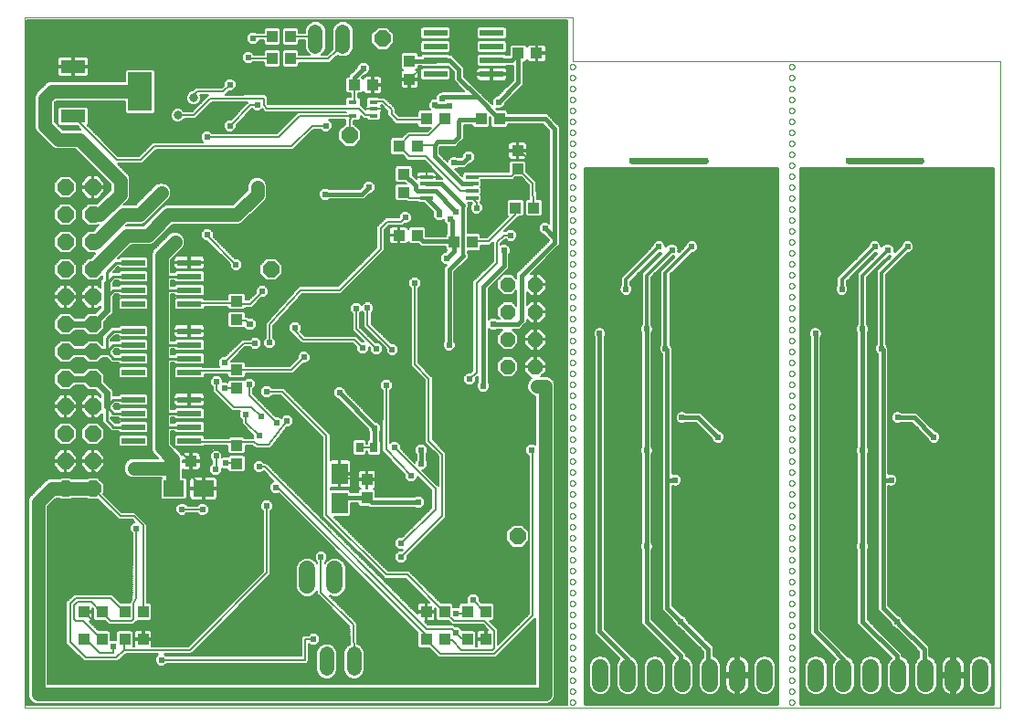
<source format=gbl>
G75*
%MOIN*%
%OFA0B0*%
%FSLAX25Y25*%
%IPPOS*%
%LPD*%
%AMOC8*
5,1,8,0,0,1.08239X$1,22.5*
%
%ADD10C,0.00000*%
%ADD11R,0.04331X0.03937*%
%ADD12R,0.04724X0.01181*%
%ADD13R,0.03937X0.04331*%
%ADD14C,0.05400*%
%ADD15C,0.06000*%
%ADD16R,0.05906X0.07677*%
%ADD17R,0.02756X0.03543*%
%ADD18R,0.07677X0.05906*%
%ADD19R,0.08661X0.02362*%
%ADD20OC8,0.06000*%
%ADD21R,0.08799X0.04799*%
%ADD22R,0.08661X0.14173*%
%ADD23OC8,0.05400*%
%ADD24R,0.03150X0.01378*%
%ADD25C,0.03562*%
%ADD26C,0.00600*%
%ADD27C,0.02400*%
%ADD28C,0.01000*%
%ADD29C,0.01600*%
%ADD30C,0.00800*%
%ADD31C,0.04000*%
%ADD32C,0.05000*%
%ADD33C,0.02400*%
%ADD34C,0.03169*%
%ADD35R,0.03562X0.03562*%
%ADD36C,0.01200*%
D10*
X0010759Y0006300D02*
X0205484Y0006300D01*
X0286224Y0006300D01*
X0366759Y0006300D01*
X0366759Y0242300D01*
X0210759Y0242300D01*
X0210759Y0258300D01*
X0010759Y0258300D01*
X0010759Y0006300D01*
X0205484Y0006300D02*
X0205720Y0006300D01*
X0209775Y0008300D02*
X0209777Y0008362D01*
X0209783Y0008425D01*
X0209793Y0008486D01*
X0209807Y0008547D01*
X0209824Y0008607D01*
X0209845Y0008666D01*
X0209871Y0008723D01*
X0209899Y0008778D01*
X0209931Y0008832D01*
X0209967Y0008883D01*
X0210005Y0008933D01*
X0210047Y0008979D01*
X0210091Y0009023D01*
X0210139Y0009064D01*
X0210188Y0009102D01*
X0210240Y0009136D01*
X0210294Y0009167D01*
X0210350Y0009195D01*
X0210408Y0009219D01*
X0210467Y0009240D01*
X0210527Y0009256D01*
X0210588Y0009269D01*
X0210650Y0009278D01*
X0210712Y0009283D01*
X0210775Y0009284D01*
X0210837Y0009281D01*
X0210899Y0009274D01*
X0210961Y0009263D01*
X0211021Y0009248D01*
X0211081Y0009230D01*
X0211139Y0009208D01*
X0211196Y0009182D01*
X0211251Y0009152D01*
X0211304Y0009119D01*
X0211355Y0009083D01*
X0211403Y0009044D01*
X0211449Y0009001D01*
X0211492Y0008956D01*
X0211532Y0008908D01*
X0211569Y0008858D01*
X0211603Y0008805D01*
X0211634Y0008751D01*
X0211660Y0008695D01*
X0211684Y0008637D01*
X0211703Y0008577D01*
X0211719Y0008517D01*
X0211731Y0008455D01*
X0211739Y0008394D01*
X0211743Y0008331D01*
X0211743Y0008269D01*
X0211739Y0008206D01*
X0211731Y0008145D01*
X0211719Y0008083D01*
X0211703Y0008023D01*
X0211684Y0007963D01*
X0211660Y0007905D01*
X0211634Y0007849D01*
X0211603Y0007795D01*
X0211569Y0007742D01*
X0211532Y0007692D01*
X0211492Y0007644D01*
X0211449Y0007599D01*
X0211403Y0007556D01*
X0211355Y0007517D01*
X0211304Y0007481D01*
X0211251Y0007448D01*
X0211196Y0007418D01*
X0211139Y0007392D01*
X0211081Y0007370D01*
X0211021Y0007352D01*
X0210961Y0007337D01*
X0210899Y0007326D01*
X0210837Y0007319D01*
X0210775Y0007316D01*
X0210712Y0007317D01*
X0210650Y0007322D01*
X0210588Y0007331D01*
X0210527Y0007344D01*
X0210467Y0007360D01*
X0210408Y0007381D01*
X0210350Y0007405D01*
X0210294Y0007433D01*
X0210240Y0007464D01*
X0210188Y0007498D01*
X0210139Y0007536D01*
X0210091Y0007577D01*
X0210047Y0007621D01*
X0210005Y0007667D01*
X0209967Y0007717D01*
X0209931Y0007768D01*
X0209899Y0007822D01*
X0209871Y0007877D01*
X0209845Y0007934D01*
X0209824Y0007993D01*
X0209807Y0008053D01*
X0209793Y0008114D01*
X0209783Y0008175D01*
X0209777Y0008238D01*
X0209775Y0008300D01*
X0209775Y0012300D02*
X0209777Y0012362D01*
X0209783Y0012425D01*
X0209793Y0012486D01*
X0209807Y0012547D01*
X0209824Y0012607D01*
X0209845Y0012666D01*
X0209871Y0012723D01*
X0209899Y0012778D01*
X0209931Y0012832D01*
X0209967Y0012883D01*
X0210005Y0012933D01*
X0210047Y0012979D01*
X0210091Y0013023D01*
X0210139Y0013064D01*
X0210188Y0013102D01*
X0210240Y0013136D01*
X0210294Y0013167D01*
X0210350Y0013195D01*
X0210408Y0013219D01*
X0210467Y0013240D01*
X0210527Y0013256D01*
X0210588Y0013269D01*
X0210650Y0013278D01*
X0210712Y0013283D01*
X0210775Y0013284D01*
X0210837Y0013281D01*
X0210899Y0013274D01*
X0210961Y0013263D01*
X0211021Y0013248D01*
X0211081Y0013230D01*
X0211139Y0013208D01*
X0211196Y0013182D01*
X0211251Y0013152D01*
X0211304Y0013119D01*
X0211355Y0013083D01*
X0211403Y0013044D01*
X0211449Y0013001D01*
X0211492Y0012956D01*
X0211532Y0012908D01*
X0211569Y0012858D01*
X0211603Y0012805D01*
X0211634Y0012751D01*
X0211660Y0012695D01*
X0211684Y0012637D01*
X0211703Y0012577D01*
X0211719Y0012517D01*
X0211731Y0012455D01*
X0211739Y0012394D01*
X0211743Y0012331D01*
X0211743Y0012269D01*
X0211739Y0012206D01*
X0211731Y0012145D01*
X0211719Y0012083D01*
X0211703Y0012023D01*
X0211684Y0011963D01*
X0211660Y0011905D01*
X0211634Y0011849D01*
X0211603Y0011795D01*
X0211569Y0011742D01*
X0211532Y0011692D01*
X0211492Y0011644D01*
X0211449Y0011599D01*
X0211403Y0011556D01*
X0211355Y0011517D01*
X0211304Y0011481D01*
X0211251Y0011448D01*
X0211196Y0011418D01*
X0211139Y0011392D01*
X0211081Y0011370D01*
X0211021Y0011352D01*
X0210961Y0011337D01*
X0210899Y0011326D01*
X0210837Y0011319D01*
X0210775Y0011316D01*
X0210712Y0011317D01*
X0210650Y0011322D01*
X0210588Y0011331D01*
X0210527Y0011344D01*
X0210467Y0011360D01*
X0210408Y0011381D01*
X0210350Y0011405D01*
X0210294Y0011433D01*
X0210240Y0011464D01*
X0210188Y0011498D01*
X0210139Y0011536D01*
X0210091Y0011577D01*
X0210047Y0011621D01*
X0210005Y0011667D01*
X0209967Y0011717D01*
X0209931Y0011768D01*
X0209899Y0011822D01*
X0209871Y0011877D01*
X0209845Y0011934D01*
X0209824Y0011993D01*
X0209807Y0012053D01*
X0209793Y0012114D01*
X0209783Y0012175D01*
X0209777Y0012238D01*
X0209775Y0012300D01*
X0209775Y0016300D02*
X0209777Y0016362D01*
X0209783Y0016425D01*
X0209793Y0016486D01*
X0209807Y0016547D01*
X0209824Y0016607D01*
X0209845Y0016666D01*
X0209871Y0016723D01*
X0209899Y0016778D01*
X0209931Y0016832D01*
X0209967Y0016883D01*
X0210005Y0016933D01*
X0210047Y0016979D01*
X0210091Y0017023D01*
X0210139Y0017064D01*
X0210188Y0017102D01*
X0210240Y0017136D01*
X0210294Y0017167D01*
X0210350Y0017195D01*
X0210408Y0017219D01*
X0210467Y0017240D01*
X0210527Y0017256D01*
X0210588Y0017269D01*
X0210650Y0017278D01*
X0210712Y0017283D01*
X0210775Y0017284D01*
X0210837Y0017281D01*
X0210899Y0017274D01*
X0210961Y0017263D01*
X0211021Y0017248D01*
X0211081Y0017230D01*
X0211139Y0017208D01*
X0211196Y0017182D01*
X0211251Y0017152D01*
X0211304Y0017119D01*
X0211355Y0017083D01*
X0211403Y0017044D01*
X0211449Y0017001D01*
X0211492Y0016956D01*
X0211532Y0016908D01*
X0211569Y0016858D01*
X0211603Y0016805D01*
X0211634Y0016751D01*
X0211660Y0016695D01*
X0211684Y0016637D01*
X0211703Y0016577D01*
X0211719Y0016517D01*
X0211731Y0016455D01*
X0211739Y0016394D01*
X0211743Y0016331D01*
X0211743Y0016269D01*
X0211739Y0016206D01*
X0211731Y0016145D01*
X0211719Y0016083D01*
X0211703Y0016023D01*
X0211684Y0015963D01*
X0211660Y0015905D01*
X0211634Y0015849D01*
X0211603Y0015795D01*
X0211569Y0015742D01*
X0211532Y0015692D01*
X0211492Y0015644D01*
X0211449Y0015599D01*
X0211403Y0015556D01*
X0211355Y0015517D01*
X0211304Y0015481D01*
X0211251Y0015448D01*
X0211196Y0015418D01*
X0211139Y0015392D01*
X0211081Y0015370D01*
X0211021Y0015352D01*
X0210961Y0015337D01*
X0210899Y0015326D01*
X0210837Y0015319D01*
X0210775Y0015316D01*
X0210712Y0015317D01*
X0210650Y0015322D01*
X0210588Y0015331D01*
X0210527Y0015344D01*
X0210467Y0015360D01*
X0210408Y0015381D01*
X0210350Y0015405D01*
X0210294Y0015433D01*
X0210240Y0015464D01*
X0210188Y0015498D01*
X0210139Y0015536D01*
X0210091Y0015577D01*
X0210047Y0015621D01*
X0210005Y0015667D01*
X0209967Y0015717D01*
X0209931Y0015768D01*
X0209899Y0015822D01*
X0209871Y0015877D01*
X0209845Y0015934D01*
X0209824Y0015993D01*
X0209807Y0016053D01*
X0209793Y0016114D01*
X0209783Y0016175D01*
X0209777Y0016238D01*
X0209775Y0016300D01*
X0209775Y0020300D02*
X0209777Y0020362D01*
X0209783Y0020425D01*
X0209793Y0020486D01*
X0209807Y0020547D01*
X0209824Y0020607D01*
X0209845Y0020666D01*
X0209871Y0020723D01*
X0209899Y0020778D01*
X0209931Y0020832D01*
X0209967Y0020883D01*
X0210005Y0020933D01*
X0210047Y0020979D01*
X0210091Y0021023D01*
X0210139Y0021064D01*
X0210188Y0021102D01*
X0210240Y0021136D01*
X0210294Y0021167D01*
X0210350Y0021195D01*
X0210408Y0021219D01*
X0210467Y0021240D01*
X0210527Y0021256D01*
X0210588Y0021269D01*
X0210650Y0021278D01*
X0210712Y0021283D01*
X0210775Y0021284D01*
X0210837Y0021281D01*
X0210899Y0021274D01*
X0210961Y0021263D01*
X0211021Y0021248D01*
X0211081Y0021230D01*
X0211139Y0021208D01*
X0211196Y0021182D01*
X0211251Y0021152D01*
X0211304Y0021119D01*
X0211355Y0021083D01*
X0211403Y0021044D01*
X0211449Y0021001D01*
X0211492Y0020956D01*
X0211532Y0020908D01*
X0211569Y0020858D01*
X0211603Y0020805D01*
X0211634Y0020751D01*
X0211660Y0020695D01*
X0211684Y0020637D01*
X0211703Y0020577D01*
X0211719Y0020517D01*
X0211731Y0020455D01*
X0211739Y0020394D01*
X0211743Y0020331D01*
X0211743Y0020269D01*
X0211739Y0020206D01*
X0211731Y0020145D01*
X0211719Y0020083D01*
X0211703Y0020023D01*
X0211684Y0019963D01*
X0211660Y0019905D01*
X0211634Y0019849D01*
X0211603Y0019795D01*
X0211569Y0019742D01*
X0211532Y0019692D01*
X0211492Y0019644D01*
X0211449Y0019599D01*
X0211403Y0019556D01*
X0211355Y0019517D01*
X0211304Y0019481D01*
X0211251Y0019448D01*
X0211196Y0019418D01*
X0211139Y0019392D01*
X0211081Y0019370D01*
X0211021Y0019352D01*
X0210961Y0019337D01*
X0210899Y0019326D01*
X0210837Y0019319D01*
X0210775Y0019316D01*
X0210712Y0019317D01*
X0210650Y0019322D01*
X0210588Y0019331D01*
X0210527Y0019344D01*
X0210467Y0019360D01*
X0210408Y0019381D01*
X0210350Y0019405D01*
X0210294Y0019433D01*
X0210240Y0019464D01*
X0210188Y0019498D01*
X0210139Y0019536D01*
X0210091Y0019577D01*
X0210047Y0019621D01*
X0210005Y0019667D01*
X0209967Y0019717D01*
X0209931Y0019768D01*
X0209899Y0019822D01*
X0209871Y0019877D01*
X0209845Y0019934D01*
X0209824Y0019993D01*
X0209807Y0020053D01*
X0209793Y0020114D01*
X0209783Y0020175D01*
X0209777Y0020238D01*
X0209775Y0020300D01*
X0209775Y0024300D02*
X0209777Y0024362D01*
X0209783Y0024425D01*
X0209793Y0024486D01*
X0209807Y0024547D01*
X0209824Y0024607D01*
X0209845Y0024666D01*
X0209871Y0024723D01*
X0209899Y0024778D01*
X0209931Y0024832D01*
X0209967Y0024883D01*
X0210005Y0024933D01*
X0210047Y0024979D01*
X0210091Y0025023D01*
X0210139Y0025064D01*
X0210188Y0025102D01*
X0210240Y0025136D01*
X0210294Y0025167D01*
X0210350Y0025195D01*
X0210408Y0025219D01*
X0210467Y0025240D01*
X0210527Y0025256D01*
X0210588Y0025269D01*
X0210650Y0025278D01*
X0210712Y0025283D01*
X0210775Y0025284D01*
X0210837Y0025281D01*
X0210899Y0025274D01*
X0210961Y0025263D01*
X0211021Y0025248D01*
X0211081Y0025230D01*
X0211139Y0025208D01*
X0211196Y0025182D01*
X0211251Y0025152D01*
X0211304Y0025119D01*
X0211355Y0025083D01*
X0211403Y0025044D01*
X0211449Y0025001D01*
X0211492Y0024956D01*
X0211532Y0024908D01*
X0211569Y0024858D01*
X0211603Y0024805D01*
X0211634Y0024751D01*
X0211660Y0024695D01*
X0211684Y0024637D01*
X0211703Y0024577D01*
X0211719Y0024517D01*
X0211731Y0024455D01*
X0211739Y0024394D01*
X0211743Y0024331D01*
X0211743Y0024269D01*
X0211739Y0024206D01*
X0211731Y0024145D01*
X0211719Y0024083D01*
X0211703Y0024023D01*
X0211684Y0023963D01*
X0211660Y0023905D01*
X0211634Y0023849D01*
X0211603Y0023795D01*
X0211569Y0023742D01*
X0211532Y0023692D01*
X0211492Y0023644D01*
X0211449Y0023599D01*
X0211403Y0023556D01*
X0211355Y0023517D01*
X0211304Y0023481D01*
X0211251Y0023448D01*
X0211196Y0023418D01*
X0211139Y0023392D01*
X0211081Y0023370D01*
X0211021Y0023352D01*
X0210961Y0023337D01*
X0210899Y0023326D01*
X0210837Y0023319D01*
X0210775Y0023316D01*
X0210712Y0023317D01*
X0210650Y0023322D01*
X0210588Y0023331D01*
X0210527Y0023344D01*
X0210467Y0023360D01*
X0210408Y0023381D01*
X0210350Y0023405D01*
X0210294Y0023433D01*
X0210240Y0023464D01*
X0210188Y0023498D01*
X0210139Y0023536D01*
X0210091Y0023577D01*
X0210047Y0023621D01*
X0210005Y0023667D01*
X0209967Y0023717D01*
X0209931Y0023768D01*
X0209899Y0023822D01*
X0209871Y0023877D01*
X0209845Y0023934D01*
X0209824Y0023993D01*
X0209807Y0024053D01*
X0209793Y0024114D01*
X0209783Y0024175D01*
X0209777Y0024238D01*
X0209775Y0024300D01*
X0209775Y0028300D02*
X0209777Y0028362D01*
X0209783Y0028425D01*
X0209793Y0028486D01*
X0209807Y0028547D01*
X0209824Y0028607D01*
X0209845Y0028666D01*
X0209871Y0028723D01*
X0209899Y0028778D01*
X0209931Y0028832D01*
X0209967Y0028883D01*
X0210005Y0028933D01*
X0210047Y0028979D01*
X0210091Y0029023D01*
X0210139Y0029064D01*
X0210188Y0029102D01*
X0210240Y0029136D01*
X0210294Y0029167D01*
X0210350Y0029195D01*
X0210408Y0029219D01*
X0210467Y0029240D01*
X0210527Y0029256D01*
X0210588Y0029269D01*
X0210650Y0029278D01*
X0210712Y0029283D01*
X0210775Y0029284D01*
X0210837Y0029281D01*
X0210899Y0029274D01*
X0210961Y0029263D01*
X0211021Y0029248D01*
X0211081Y0029230D01*
X0211139Y0029208D01*
X0211196Y0029182D01*
X0211251Y0029152D01*
X0211304Y0029119D01*
X0211355Y0029083D01*
X0211403Y0029044D01*
X0211449Y0029001D01*
X0211492Y0028956D01*
X0211532Y0028908D01*
X0211569Y0028858D01*
X0211603Y0028805D01*
X0211634Y0028751D01*
X0211660Y0028695D01*
X0211684Y0028637D01*
X0211703Y0028577D01*
X0211719Y0028517D01*
X0211731Y0028455D01*
X0211739Y0028394D01*
X0211743Y0028331D01*
X0211743Y0028269D01*
X0211739Y0028206D01*
X0211731Y0028145D01*
X0211719Y0028083D01*
X0211703Y0028023D01*
X0211684Y0027963D01*
X0211660Y0027905D01*
X0211634Y0027849D01*
X0211603Y0027795D01*
X0211569Y0027742D01*
X0211532Y0027692D01*
X0211492Y0027644D01*
X0211449Y0027599D01*
X0211403Y0027556D01*
X0211355Y0027517D01*
X0211304Y0027481D01*
X0211251Y0027448D01*
X0211196Y0027418D01*
X0211139Y0027392D01*
X0211081Y0027370D01*
X0211021Y0027352D01*
X0210961Y0027337D01*
X0210899Y0027326D01*
X0210837Y0027319D01*
X0210775Y0027316D01*
X0210712Y0027317D01*
X0210650Y0027322D01*
X0210588Y0027331D01*
X0210527Y0027344D01*
X0210467Y0027360D01*
X0210408Y0027381D01*
X0210350Y0027405D01*
X0210294Y0027433D01*
X0210240Y0027464D01*
X0210188Y0027498D01*
X0210139Y0027536D01*
X0210091Y0027577D01*
X0210047Y0027621D01*
X0210005Y0027667D01*
X0209967Y0027717D01*
X0209931Y0027768D01*
X0209899Y0027822D01*
X0209871Y0027877D01*
X0209845Y0027934D01*
X0209824Y0027993D01*
X0209807Y0028053D01*
X0209793Y0028114D01*
X0209783Y0028175D01*
X0209777Y0028238D01*
X0209775Y0028300D01*
X0209775Y0032300D02*
X0209777Y0032362D01*
X0209783Y0032425D01*
X0209793Y0032486D01*
X0209807Y0032547D01*
X0209824Y0032607D01*
X0209845Y0032666D01*
X0209871Y0032723D01*
X0209899Y0032778D01*
X0209931Y0032832D01*
X0209967Y0032883D01*
X0210005Y0032933D01*
X0210047Y0032979D01*
X0210091Y0033023D01*
X0210139Y0033064D01*
X0210188Y0033102D01*
X0210240Y0033136D01*
X0210294Y0033167D01*
X0210350Y0033195D01*
X0210408Y0033219D01*
X0210467Y0033240D01*
X0210527Y0033256D01*
X0210588Y0033269D01*
X0210650Y0033278D01*
X0210712Y0033283D01*
X0210775Y0033284D01*
X0210837Y0033281D01*
X0210899Y0033274D01*
X0210961Y0033263D01*
X0211021Y0033248D01*
X0211081Y0033230D01*
X0211139Y0033208D01*
X0211196Y0033182D01*
X0211251Y0033152D01*
X0211304Y0033119D01*
X0211355Y0033083D01*
X0211403Y0033044D01*
X0211449Y0033001D01*
X0211492Y0032956D01*
X0211532Y0032908D01*
X0211569Y0032858D01*
X0211603Y0032805D01*
X0211634Y0032751D01*
X0211660Y0032695D01*
X0211684Y0032637D01*
X0211703Y0032577D01*
X0211719Y0032517D01*
X0211731Y0032455D01*
X0211739Y0032394D01*
X0211743Y0032331D01*
X0211743Y0032269D01*
X0211739Y0032206D01*
X0211731Y0032145D01*
X0211719Y0032083D01*
X0211703Y0032023D01*
X0211684Y0031963D01*
X0211660Y0031905D01*
X0211634Y0031849D01*
X0211603Y0031795D01*
X0211569Y0031742D01*
X0211532Y0031692D01*
X0211492Y0031644D01*
X0211449Y0031599D01*
X0211403Y0031556D01*
X0211355Y0031517D01*
X0211304Y0031481D01*
X0211251Y0031448D01*
X0211196Y0031418D01*
X0211139Y0031392D01*
X0211081Y0031370D01*
X0211021Y0031352D01*
X0210961Y0031337D01*
X0210899Y0031326D01*
X0210837Y0031319D01*
X0210775Y0031316D01*
X0210712Y0031317D01*
X0210650Y0031322D01*
X0210588Y0031331D01*
X0210527Y0031344D01*
X0210467Y0031360D01*
X0210408Y0031381D01*
X0210350Y0031405D01*
X0210294Y0031433D01*
X0210240Y0031464D01*
X0210188Y0031498D01*
X0210139Y0031536D01*
X0210091Y0031577D01*
X0210047Y0031621D01*
X0210005Y0031667D01*
X0209967Y0031717D01*
X0209931Y0031768D01*
X0209899Y0031822D01*
X0209871Y0031877D01*
X0209845Y0031934D01*
X0209824Y0031993D01*
X0209807Y0032053D01*
X0209793Y0032114D01*
X0209783Y0032175D01*
X0209777Y0032238D01*
X0209775Y0032300D01*
X0209775Y0036300D02*
X0209777Y0036362D01*
X0209783Y0036425D01*
X0209793Y0036486D01*
X0209807Y0036547D01*
X0209824Y0036607D01*
X0209845Y0036666D01*
X0209871Y0036723D01*
X0209899Y0036778D01*
X0209931Y0036832D01*
X0209967Y0036883D01*
X0210005Y0036933D01*
X0210047Y0036979D01*
X0210091Y0037023D01*
X0210139Y0037064D01*
X0210188Y0037102D01*
X0210240Y0037136D01*
X0210294Y0037167D01*
X0210350Y0037195D01*
X0210408Y0037219D01*
X0210467Y0037240D01*
X0210527Y0037256D01*
X0210588Y0037269D01*
X0210650Y0037278D01*
X0210712Y0037283D01*
X0210775Y0037284D01*
X0210837Y0037281D01*
X0210899Y0037274D01*
X0210961Y0037263D01*
X0211021Y0037248D01*
X0211081Y0037230D01*
X0211139Y0037208D01*
X0211196Y0037182D01*
X0211251Y0037152D01*
X0211304Y0037119D01*
X0211355Y0037083D01*
X0211403Y0037044D01*
X0211449Y0037001D01*
X0211492Y0036956D01*
X0211532Y0036908D01*
X0211569Y0036858D01*
X0211603Y0036805D01*
X0211634Y0036751D01*
X0211660Y0036695D01*
X0211684Y0036637D01*
X0211703Y0036577D01*
X0211719Y0036517D01*
X0211731Y0036455D01*
X0211739Y0036394D01*
X0211743Y0036331D01*
X0211743Y0036269D01*
X0211739Y0036206D01*
X0211731Y0036145D01*
X0211719Y0036083D01*
X0211703Y0036023D01*
X0211684Y0035963D01*
X0211660Y0035905D01*
X0211634Y0035849D01*
X0211603Y0035795D01*
X0211569Y0035742D01*
X0211532Y0035692D01*
X0211492Y0035644D01*
X0211449Y0035599D01*
X0211403Y0035556D01*
X0211355Y0035517D01*
X0211304Y0035481D01*
X0211251Y0035448D01*
X0211196Y0035418D01*
X0211139Y0035392D01*
X0211081Y0035370D01*
X0211021Y0035352D01*
X0210961Y0035337D01*
X0210899Y0035326D01*
X0210837Y0035319D01*
X0210775Y0035316D01*
X0210712Y0035317D01*
X0210650Y0035322D01*
X0210588Y0035331D01*
X0210527Y0035344D01*
X0210467Y0035360D01*
X0210408Y0035381D01*
X0210350Y0035405D01*
X0210294Y0035433D01*
X0210240Y0035464D01*
X0210188Y0035498D01*
X0210139Y0035536D01*
X0210091Y0035577D01*
X0210047Y0035621D01*
X0210005Y0035667D01*
X0209967Y0035717D01*
X0209931Y0035768D01*
X0209899Y0035822D01*
X0209871Y0035877D01*
X0209845Y0035934D01*
X0209824Y0035993D01*
X0209807Y0036053D01*
X0209793Y0036114D01*
X0209783Y0036175D01*
X0209777Y0036238D01*
X0209775Y0036300D01*
X0209775Y0040300D02*
X0209777Y0040362D01*
X0209783Y0040425D01*
X0209793Y0040486D01*
X0209807Y0040547D01*
X0209824Y0040607D01*
X0209845Y0040666D01*
X0209871Y0040723D01*
X0209899Y0040778D01*
X0209931Y0040832D01*
X0209967Y0040883D01*
X0210005Y0040933D01*
X0210047Y0040979D01*
X0210091Y0041023D01*
X0210139Y0041064D01*
X0210188Y0041102D01*
X0210240Y0041136D01*
X0210294Y0041167D01*
X0210350Y0041195D01*
X0210408Y0041219D01*
X0210467Y0041240D01*
X0210527Y0041256D01*
X0210588Y0041269D01*
X0210650Y0041278D01*
X0210712Y0041283D01*
X0210775Y0041284D01*
X0210837Y0041281D01*
X0210899Y0041274D01*
X0210961Y0041263D01*
X0211021Y0041248D01*
X0211081Y0041230D01*
X0211139Y0041208D01*
X0211196Y0041182D01*
X0211251Y0041152D01*
X0211304Y0041119D01*
X0211355Y0041083D01*
X0211403Y0041044D01*
X0211449Y0041001D01*
X0211492Y0040956D01*
X0211532Y0040908D01*
X0211569Y0040858D01*
X0211603Y0040805D01*
X0211634Y0040751D01*
X0211660Y0040695D01*
X0211684Y0040637D01*
X0211703Y0040577D01*
X0211719Y0040517D01*
X0211731Y0040455D01*
X0211739Y0040394D01*
X0211743Y0040331D01*
X0211743Y0040269D01*
X0211739Y0040206D01*
X0211731Y0040145D01*
X0211719Y0040083D01*
X0211703Y0040023D01*
X0211684Y0039963D01*
X0211660Y0039905D01*
X0211634Y0039849D01*
X0211603Y0039795D01*
X0211569Y0039742D01*
X0211532Y0039692D01*
X0211492Y0039644D01*
X0211449Y0039599D01*
X0211403Y0039556D01*
X0211355Y0039517D01*
X0211304Y0039481D01*
X0211251Y0039448D01*
X0211196Y0039418D01*
X0211139Y0039392D01*
X0211081Y0039370D01*
X0211021Y0039352D01*
X0210961Y0039337D01*
X0210899Y0039326D01*
X0210837Y0039319D01*
X0210775Y0039316D01*
X0210712Y0039317D01*
X0210650Y0039322D01*
X0210588Y0039331D01*
X0210527Y0039344D01*
X0210467Y0039360D01*
X0210408Y0039381D01*
X0210350Y0039405D01*
X0210294Y0039433D01*
X0210240Y0039464D01*
X0210188Y0039498D01*
X0210139Y0039536D01*
X0210091Y0039577D01*
X0210047Y0039621D01*
X0210005Y0039667D01*
X0209967Y0039717D01*
X0209931Y0039768D01*
X0209899Y0039822D01*
X0209871Y0039877D01*
X0209845Y0039934D01*
X0209824Y0039993D01*
X0209807Y0040053D01*
X0209793Y0040114D01*
X0209783Y0040175D01*
X0209777Y0040238D01*
X0209775Y0040300D01*
X0209775Y0044300D02*
X0209777Y0044362D01*
X0209783Y0044425D01*
X0209793Y0044486D01*
X0209807Y0044547D01*
X0209824Y0044607D01*
X0209845Y0044666D01*
X0209871Y0044723D01*
X0209899Y0044778D01*
X0209931Y0044832D01*
X0209967Y0044883D01*
X0210005Y0044933D01*
X0210047Y0044979D01*
X0210091Y0045023D01*
X0210139Y0045064D01*
X0210188Y0045102D01*
X0210240Y0045136D01*
X0210294Y0045167D01*
X0210350Y0045195D01*
X0210408Y0045219D01*
X0210467Y0045240D01*
X0210527Y0045256D01*
X0210588Y0045269D01*
X0210650Y0045278D01*
X0210712Y0045283D01*
X0210775Y0045284D01*
X0210837Y0045281D01*
X0210899Y0045274D01*
X0210961Y0045263D01*
X0211021Y0045248D01*
X0211081Y0045230D01*
X0211139Y0045208D01*
X0211196Y0045182D01*
X0211251Y0045152D01*
X0211304Y0045119D01*
X0211355Y0045083D01*
X0211403Y0045044D01*
X0211449Y0045001D01*
X0211492Y0044956D01*
X0211532Y0044908D01*
X0211569Y0044858D01*
X0211603Y0044805D01*
X0211634Y0044751D01*
X0211660Y0044695D01*
X0211684Y0044637D01*
X0211703Y0044577D01*
X0211719Y0044517D01*
X0211731Y0044455D01*
X0211739Y0044394D01*
X0211743Y0044331D01*
X0211743Y0044269D01*
X0211739Y0044206D01*
X0211731Y0044145D01*
X0211719Y0044083D01*
X0211703Y0044023D01*
X0211684Y0043963D01*
X0211660Y0043905D01*
X0211634Y0043849D01*
X0211603Y0043795D01*
X0211569Y0043742D01*
X0211532Y0043692D01*
X0211492Y0043644D01*
X0211449Y0043599D01*
X0211403Y0043556D01*
X0211355Y0043517D01*
X0211304Y0043481D01*
X0211251Y0043448D01*
X0211196Y0043418D01*
X0211139Y0043392D01*
X0211081Y0043370D01*
X0211021Y0043352D01*
X0210961Y0043337D01*
X0210899Y0043326D01*
X0210837Y0043319D01*
X0210775Y0043316D01*
X0210712Y0043317D01*
X0210650Y0043322D01*
X0210588Y0043331D01*
X0210527Y0043344D01*
X0210467Y0043360D01*
X0210408Y0043381D01*
X0210350Y0043405D01*
X0210294Y0043433D01*
X0210240Y0043464D01*
X0210188Y0043498D01*
X0210139Y0043536D01*
X0210091Y0043577D01*
X0210047Y0043621D01*
X0210005Y0043667D01*
X0209967Y0043717D01*
X0209931Y0043768D01*
X0209899Y0043822D01*
X0209871Y0043877D01*
X0209845Y0043934D01*
X0209824Y0043993D01*
X0209807Y0044053D01*
X0209793Y0044114D01*
X0209783Y0044175D01*
X0209777Y0044238D01*
X0209775Y0044300D01*
X0209775Y0048300D02*
X0209777Y0048362D01*
X0209783Y0048425D01*
X0209793Y0048486D01*
X0209807Y0048547D01*
X0209824Y0048607D01*
X0209845Y0048666D01*
X0209871Y0048723D01*
X0209899Y0048778D01*
X0209931Y0048832D01*
X0209967Y0048883D01*
X0210005Y0048933D01*
X0210047Y0048979D01*
X0210091Y0049023D01*
X0210139Y0049064D01*
X0210188Y0049102D01*
X0210240Y0049136D01*
X0210294Y0049167D01*
X0210350Y0049195D01*
X0210408Y0049219D01*
X0210467Y0049240D01*
X0210527Y0049256D01*
X0210588Y0049269D01*
X0210650Y0049278D01*
X0210712Y0049283D01*
X0210775Y0049284D01*
X0210837Y0049281D01*
X0210899Y0049274D01*
X0210961Y0049263D01*
X0211021Y0049248D01*
X0211081Y0049230D01*
X0211139Y0049208D01*
X0211196Y0049182D01*
X0211251Y0049152D01*
X0211304Y0049119D01*
X0211355Y0049083D01*
X0211403Y0049044D01*
X0211449Y0049001D01*
X0211492Y0048956D01*
X0211532Y0048908D01*
X0211569Y0048858D01*
X0211603Y0048805D01*
X0211634Y0048751D01*
X0211660Y0048695D01*
X0211684Y0048637D01*
X0211703Y0048577D01*
X0211719Y0048517D01*
X0211731Y0048455D01*
X0211739Y0048394D01*
X0211743Y0048331D01*
X0211743Y0048269D01*
X0211739Y0048206D01*
X0211731Y0048145D01*
X0211719Y0048083D01*
X0211703Y0048023D01*
X0211684Y0047963D01*
X0211660Y0047905D01*
X0211634Y0047849D01*
X0211603Y0047795D01*
X0211569Y0047742D01*
X0211532Y0047692D01*
X0211492Y0047644D01*
X0211449Y0047599D01*
X0211403Y0047556D01*
X0211355Y0047517D01*
X0211304Y0047481D01*
X0211251Y0047448D01*
X0211196Y0047418D01*
X0211139Y0047392D01*
X0211081Y0047370D01*
X0211021Y0047352D01*
X0210961Y0047337D01*
X0210899Y0047326D01*
X0210837Y0047319D01*
X0210775Y0047316D01*
X0210712Y0047317D01*
X0210650Y0047322D01*
X0210588Y0047331D01*
X0210527Y0047344D01*
X0210467Y0047360D01*
X0210408Y0047381D01*
X0210350Y0047405D01*
X0210294Y0047433D01*
X0210240Y0047464D01*
X0210188Y0047498D01*
X0210139Y0047536D01*
X0210091Y0047577D01*
X0210047Y0047621D01*
X0210005Y0047667D01*
X0209967Y0047717D01*
X0209931Y0047768D01*
X0209899Y0047822D01*
X0209871Y0047877D01*
X0209845Y0047934D01*
X0209824Y0047993D01*
X0209807Y0048053D01*
X0209793Y0048114D01*
X0209783Y0048175D01*
X0209777Y0048238D01*
X0209775Y0048300D01*
X0209775Y0052300D02*
X0209777Y0052362D01*
X0209783Y0052425D01*
X0209793Y0052486D01*
X0209807Y0052547D01*
X0209824Y0052607D01*
X0209845Y0052666D01*
X0209871Y0052723D01*
X0209899Y0052778D01*
X0209931Y0052832D01*
X0209967Y0052883D01*
X0210005Y0052933D01*
X0210047Y0052979D01*
X0210091Y0053023D01*
X0210139Y0053064D01*
X0210188Y0053102D01*
X0210240Y0053136D01*
X0210294Y0053167D01*
X0210350Y0053195D01*
X0210408Y0053219D01*
X0210467Y0053240D01*
X0210527Y0053256D01*
X0210588Y0053269D01*
X0210650Y0053278D01*
X0210712Y0053283D01*
X0210775Y0053284D01*
X0210837Y0053281D01*
X0210899Y0053274D01*
X0210961Y0053263D01*
X0211021Y0053248D01*
X0211081Y0053230D01*
X0211139Y0053208D01*
X0211196Y0053182D01*
X0211251Y0053152D01*
X0211304Y0053119D01*
X0211355Y0053083D01*
X0211403Y0053044D01*
X0211449Y0053001D01*
X0211492Y0052956D01*
X0211532Y0052908D01*
X0211569Y0052858D01*
X0211603Y0052805D01*
X0211634Y0052751D01*
X0211660Y0052695D01*
X0211684Y0052637D01*
X0211703Y0052577D01*
X0211719Y0052517D01*
X0211731Y0052455D01*
X0211739Y0052394D01*
X0211743Y0052331D01*
X0211743Y0052269D01*
X0211739Y0052206D01*
X0211731Y0052145D01*
X0211719Y0052083D01*
X0211703Y0052023D01*
X0211684Y0051963D01*
X0211660Y0051905D01*
X0211634Y0051849D01*
X0211603Y0051795D01*
X0211569Y0051742D01*
X0211532Y0051692D01*
X0211492Y0051644D01*
X0211449Y0051599D01*
X0211403Y0051556D01*
X0211355Y0051517D01*
X0211304Y0051481D01*
X0211251Y0051448D01*
X0211196Y0051418D01*
X0211139Y0051392D01*
X0211081Y0051370D01*
X0211021Y0051352D01*
X0210961Y0051337D01*
X0210899Y0051326D01*
X0210837Y0051319D01*
X0210775Y0051316D01*
X0210712Y0051317D01*
X0210650Y0051322D01*
X0210588Y0051331D01*
X0210527Y0051344D01*
X0210467Y0051360D01*
X0210408Y0051381D01*
X0210350Y0051405D01*
X0210294Y0051433D01*
X0210240Y0051464D01*
X0210188Y0051498D01*
X0210139Y0051536D01*
X0210091Y0051577D01*
X0210047Y0051621D01*
X0210005Y0051667D01*
X0209967Y0051717D01*
X0209931Y0051768D01*
X0209899Y0051822D01*
X0209871Y0051877D01*
X0209845Y0051934D01*
X0209824Y0051993D01*
X0209807Y0052053D01*
X0209793Y0052114D01*
X0209783Y0052175D01*
X0209777Y0052238D01*
X0209775Y0052300D01*
X0209775Y0056300D02*
X0209777Y0056362D01*
X0209783Y0056425D01*
X0209793Y0056486D01*
X0209807Y0056547D01*
X0209824Y0056607D01*
X0209845Y0056666D01*
X0209871Y0056723D01*
X0209899Y0056778D01*
X0209931Y0056832D01*
X0209967Y0056883D01*
X0210005Y0056933D01*
X0210047Y0056979D01*
X0210091Y0057023D01*
X0210139Y0057064D01*
X0210188Y0057102D01*
X0210240Y0057136D01*
X0210294Y0057167D01*
X0210350Y0057195D01*
X0210408Y0057219D01*
X0210467Y0057240D01*
X0210527Y0057256D01*
X0210588Y0057269D01*
X0210650Y0057278D01*
X0210712Y0057283D01*
X0210775Y0057284D01*
X0210837Y0057281D01*
X0210899Y0057274D01*
X0210961Y0057263D01*
X0211021Y0057248D01*
X0211081Y0057230D01*
X0211139Y0057208D01*
X0211196Y0057182D01*
X0211251Y0057152D01*
X0211304Y0057119D01*
X0211355Y0057083D01*
X0211403Y0057044D01*
X0211449Y0057001D01*
X0211492Y0056956D01*
X0211532Y0056908D01*
X0211569Y0056858D01*
X0211603Y0056805D01*
X0211634Y0056751D01*
X0211660Y0056695D01*
X0211684Y0056637D01*
X0211703Y0056577D01*
X0211719Y0056517D01*
X0211731Y0056455D01*
X0211739Y0056394D01*
X0211743Y0056331D01*
X0211743Y0056269D01*
X0211739Y0056206D01*
X0211731Y0056145D01*
X0211719Y0056083D01*
X0211703Y0056023D01*
X0211684Y0055963D01*
X0211660Y0055905D01*
X0211634Y0055849D01*
X0211603Y0055795D01*
X0211569Y0055742D01*
X0211532Y0055692D01*
X0211492Y0055644D01*
X0211449Y0055599D01*
X0211403Y0055556D01*
X0211355Y0055517D01*
X0211304Y0055481D01*
X0211251Y0055448D01*
X0211196Y0055418D01*
X0211139Y0055392D01*
X0211081Y0055370D01*
X0211021Y0055352D01*
X0210961Y0055337D01*
X0210899Y0055326D01*
X0210837Y0055319D01*
X0210775Y0055316D01*
X0210712Y0055317D01*
X0210650Y0055322D01*
X0210588Y0055331D01*
X0210527Y0055344D01*
X0210467Y0055360D01*
X0210408Y0055381D01*
X0210350Y0055405D01*
X0210294Y0055433D01*
X0210240Y0055464D01*
X0210188Y0055498D01*
X0210139Y0055536D01*
X0210091Y0055577D01*
X0210047Y0055621D01*
X0210005Y0055667D01*
X0209967Y0055717D01*
X0209931Y0055768D01*
X0209899Y0055822D01*
X0209871Y0055877D01*
X0209845Y0055934D01*
X0209824Y0055993D01*
X0209807Y0056053D01*
X0209793Y0056114D01*
X0209783Y0056175D01*
X0209777Y0056238D01*
X0209775Y0056300D01*
X0209775Y0060300D02*
X0209777Y0060362D01*
X0209783Y0060425D01*
X0209793Y0060486D01*
X0209807Y0060547D01*
X0209824Y0060607D01*
X0209845Y0060666D01*
X0209871Y0060723D01*
X0209899Y0060778D01*
X0209931Y0060832D01*
X0209967Y0060883D01*
X0210005Y0060933D01*
X0210047Y0060979D01*
X0210091Y0061023D01*
X0210139Y0061064D01*
X0210188Y0061102D01*
X0210240Y0061136D01*
X0210294Y0061167D01*
X0210350Y0061195D01*
X0210408Y0061219D01*
X0210467Y0061240D01*
X0210527Y0061256D01*
X0210588Y0061269D01*
X0210650Y0061278D01*
X0210712Y0061283D01*
X0210775Y0061284D01*
X0210837Y0061281D01*
X0210899Y0061274D01*
X0210961Y0061263D01*
X0211021Y0061248D01*
X0211081Y0061230D01*
X0211139Y0061208D01*
X0211196Y0061182D01*
X0211251Y0061152D01*
X0211304Y0061119D01*
X0211355Y0061083D01*
X0211403Y0061044D01*
X0211449Y0061001D01*
X0211492Y0060956D01*
X0211532Y0060908D01*
X0211569Y0060858D01*
X0211603Y0060805D01*
X0211634Y0060751D01*
X0211660Y0060695D01*
X0211684Y0060637D01*
X0211703Y0060577D01*
X0211719Y0060517D01*
X0211731Y0060455D01*
X0211739Y0060394D01*
X0211743Y0060331D01*
X0211743Y0060269D01*
X0211739Y0060206D01*
X0211731Y0060145D01*
X0211719Y0060083D01*
X0211703Y0060023D01*
X0211684Y0059963D01*
X0211660Y0059905D01*
X0211634Y0059849D01*
X0211603Y0059795D01*
X0211569Y0059742D01*
X0211532Y0059692D01*
X0211492Y0059644D01*
X0211449Y0059599D01*
X0211403Y0059556D01*
X0211355Y0059517D01*
X0211304Y0059481D01*
X0211251Y0059448D01*
X0211196Y0059418D01*
X0211139Y0059392D01*
X0211081Y0059370D01*
X0211021Y0059352D01*
X0210961Y0059337D01*
X0210899Y0059326D01*
X0210837Y0059319D01*
X0210775Y0059316D01*
X0210712Y0059317D01*
X0210650Y0059322D01*
X0210588Y0059331D01*
X0210527Y0059344D01*
X0210467Y0059360D01*
X0210408Y0059381D01*
X0210350Y0059405D01*
X0210294Y0059433D01*
X0210240Y0059464D01*
X0210188Y0059498D01*
X0210139Y0059536D01*
X0210091Y0059577D01*
X0210047Y0059621D01*
X0210005Y0059667D01*
X0209967Y0059717D01*
X0209931Y0059768D01*
X0209899Y0059822D01*
X0209871Y0059877D01*
X0209845Y0059934D01*
X0209824Y0059993D01*
X0209807Y0060053D01*
X0209793Y0060114D01*
X0209783Y0060175D01*
X0209777Y0060238D01*
X0209775Y0060300D01*
X0209775Y0064300D02*
X0209777Y0064362D01*
X0209783Y0064425D01*
X0209793Y0064486D01*
X0209807Y0064547D01*
X0209824Y0064607D01*
X0209845Y0064666D01*
X0209871Y0064723D01*
X0209899Y0064778D01*
X0209931Y0064832D01*
X0209967Y0064883D01*
X0210005Y0064933D01*
X0210047Y0064979D01*
X0210091Y0065023D01*
X0210139Y0065064D01*
X0210188Y0065102D01*
X0210240Y0065136D01*
X0210294Y0065167D01*
X0210350Y0065195D01*
X0210408Y0065219D01*
X0210467Y0065240D01*
X0210527Y0065256D01*
X0210588Y0065269D01*
X0210650Y0065278D01*
X0210712Y0065283D01*
X0210775Y0065284D01*
X0210837Y0065281D01*
X0210899Y0065274D01*
X0210961Y0065263D01*
X0211021Y0065248D01*
X0211081Y0065230D01*
X0211139Y0065208D01*
X0211196Y0065182D01*
X0211251Y0065152D01*
X0211304Y0065119D01*
X0211355Y0065083D01*
X0211403Y0065044D01*
X0211449Y0065001D01*
X0211492Y0064956D01*
X0211532Y0064908D01*
X0211569Y0064858D01*
X0211603Y0064805D01*
X0211634Y0064751D01*
X0211660Y0064695D01*
X0211684Y0064637D01*
X0211703Y0064577D01*
X0211719Y0064517D01*
X0211731Y0064455D01*
X0211739Y0064394D01*
X0211743Y0064331D01*
X0211743Y0064269D01*
X0211739Y0064206D01*
X0211731Y0064145D01*
X0211719Y0064083D01*
X0211703Y0064023D01*
X0211684Y0063963D01*
X0211660Y0063905D01*
X0211634Y0063849D01*
X0211603Y0063795D01*
X0211569Y0063742D01*
X0211532Y0063692D01*
X0211492Y0063644D01*
X0211449Y0063599D01*
X0211403Y0063556D01*
X0211355Y0063517D01*
X0211304Y0063481D01*
X0211251Y0063448D01*
X0211196Y0063418D01*
X0211139Y0063392D01*
X0211081Y0063370D01*
X0211021Y0063352D01*
X0210961Y0063337D01*
X0210899Y0063326D01*
X0210837Y0063319D01*
X0210775Y0063316D01*
X0210712Y0063317D01*
X0210650Y0063322D01*
X0210588Y0063331D01*
X0210527Y0063344D01*
X0210467Y0063360D01*
X0210408Y0063381D01*
X0210350Y0063405D01*
X0210294Y0063433D01*
X0210240Y0063464D01*
X0210188Y0063498D01*
X0210139Y0063536D01*
X0210091Y0063577D01*
X0210047Y0063621D01*
X0210005Y0063667D01*
X0209967Y0063717D01*
X0209931Y0063768D01*
X0209899Y0063822D01*
X0209871Y0063877D01*
X0209845Y0063934D01*
X0209824Y0063993D01*
X0209807Y0064053D01*
X0209793Y0064114D01*
X0209783Y0064175D01*
X0209777Y0064238D01*
X0209775Y0064300D01*
X0209775Y0068300D02*
X0209777Y0068362D01*
X0209783Y0068425D01*
X0209793Y0068486D01*
X0209807Y0068547D01*
X0209824Y0068607D01*
X0209845Y0068666D01*
X0209871Y0068723D01*
X0209899Y0068778D01*
X0209931Y0068832D01*
X0209967Y0068883D01*
X0210005Y0068933D01*
X0210047Y0068979D01*
X0210091Y0069023D01*
X0210139Y0069064D01*
X0210188Y0069102D01*
X0210240Y0069136D01*
X0210294Y0069167D01*
X0210350Y0069195D01*
X0210408Y0069219D01*
X0210467Y0069240D01*
X0210527Y0069256D01*
X0210588Y0069269D01*
X0210650Y0069278D01*
X0210712Y0069283D01*
X0210775Y0069284D01*
X0210837Y0069281D01*
X0210899Y0069274D01*
X0210961Y0069263D01*
X0211021Y0069248D01*
X0211081Y0069230D01*
X0211139Y0069208D01*
X0211196Y0069182D01*
X0211251Y0069152D01*
X0211304Y0069119D01*
X0211355Y0069083D01*
X0211403Y0069044D01*
X0211449Y0069001D01*
X0211492Y0068956D01*
X0211532Y0068908D01*
X0211569Y0068858D01*
X0211603Y0068805D01*
X0211634Y0068751D01*
X0211660Y0068695D01*
X0211684Y0068637D01*
X0211703Y0068577D01*
X0211719Y0068517D01*
X0211731Y0068455D01*
X0211739Y0068394D01*
X0211743Y0068331D01*
X0211743Y0068269D01*
X0211739Y0068206D01*
X0211731Y0068145D01*
X0211719Y0068083D01*
X0211703Y0068023D01*
X0211684Y0067963D01*
X0211660Y0067905D01*
X0211634Y0067849D01*
X0211603Y0067795D01*
X0211569Y0067742D01*
X0211532Y0067692D01*
X0211492Y0067644D01*
X0211449Y0067599D01*
X0211403Y0067556D01*
X0211355Y0067517D01*
X0211304Y0067481D01*
X0211251Y0067448D01*
X0211196Y0067418D01*
X0211139Y0067392D01*
X0211081Y0067370D01*
X0211021Y0067352D01*
X0210961Y0067337D01*
X0210899Y0067326D01*
X0210837Y0067319D01*
X0210775Y0067316D01*
X0210712Y0067317D01*
X0210650Y0067322D01*
X0210588Y0067331D01*
X0210527Y0067344D01*
X0210467Y0067360D01*
X0210408Y0067381D01*
X0210350Y0067405D01*
X0210294Y0067433D01*
X0210240Y0067464D01*
X0210188Y0067498D01*
X0210139Y0067536D01*
X0210091Y0067577D01*
X0210047Y0067621D01*
X0210005Y0067667D01*
X0209967Y0067717D01*
X0209931Y0067768D01*
X0209899Y0067822D01*
X0209871Y0067877D01*
X0209845Y0067934D01*
X0209824Y0067993D01*
X0209807Y0068053D01*
X0209793Y0068114D01*
X0209783Y0068175D01*
X0209777Y0068238D01*
X0209775Y0068300D01*
X0209775Y0072300D02*
X0209777Y0072362D01*
X0209783Y0072425D01*
X0209793Y0072486D01*
X0209807Y0072547D01*
X0209824Y0072607D01*
X0209845Y0072666D01*
X0209871Y0072723D01*
X0209899Y0072778D01*
X0209931Y0072832D01*
X0209967Y0072883D01*
X0210005Y0072933D01*
X0210047Y0072979D01*
X0210091Y0073023D01*
X0210139Y0073064D01*
X0210188Y0073102D01*
X0210240Y0073136D01*
X0210294Y0073167D01*
X0210350Y0073195D01*
X0210408Y0073219D01*
X0210467Y0073240D01*
X0210527Y0073256D01*
X0210588Y0073269D01*
X0210650Y0073278D01*
X0210712Y0073283D01*
X0210775Y0073284D01*
X0210837Y0073281D01*
X0210899Y0073274D01*
X0210961Y0073263D01*
X0211021Y0073248D01*
X0211081Y0073230D01*
X0211139Y0073208D01*
X0211196Y0073182D01*
X0211251Y0073152D01*
X0211304Y0073119D01*
X0211355Y0073083D01*
X0211403Y0073044D01*
X0211449Y0073001D01*
X0211492Y0072956D01*
X0211532Y0072908D01*
X0211569Y0072858D01*
X0211603Y0072805D01*
X0211634Y0072751D01*
X0211660Y0072695D01*
X0211684Y0072637D01*
X0211703Y0072577D01*
X0211719Y0072517D01*
X0211731Y0072455D01*
X0211739Y0072394D01*
X0211743Y0072331D01*
X0211743Y0072269D01*
X0211739Y0072206D01*
X0211731Y0072145D01*
X0211719Y0072083D01*
X0211703Y0072023D01*
X0211684Y0071963D01*
X0211660Y0071905D01*
X0211634Y0071849D01*
X0211603Y0071795D01*
X0211569Y0071742D01*
X0211532Y0071692D01*
X0211492Y0071644D01*
X0211449Y0071599D01*
X0211403Y0071556D01*
X0211355Y0071517D01*
X0211304Y0071481D01*
X0211251Y0071448D01*
X0211196Y0071418D01*
X0211139Y0071392D01*
X0211081Y0071370D01*
X0211021Y0071352D01*
X0210961Y0071337D01*
X0210899Y0071326D01*
X0210837Y0071319D01*
X0210775Y0071316D01*
X0210712Y0071317D01*
X0210650Y0071322D01*
X0210588Y0071331D01*
X0210527Y0071344D01*
X0210467Y0071360D01*
X0210408Y0071381D01*
X0210350Y0071405D01*
X0210294Y0071433D01*
X0210240Y0071464D01*
X0210188Y0071498D01*
X0210139Y0071536D01*
X0210091Y0071577D01*
X0210047Y0071621D01*
X0210005Y0071667D01*
X0209967Y0071717D01*
X0209931Y0071768D01*
X0209899Y0071822D01*
X0209871Y0071877D01*
X0209845Y0071934D01*
X0209824Y0071993D01*
X0209807Y0072053D01*
X0209793Y0072114D01*
X0209783Y0072175D01*
X0209777Y0072238D01*
X0209775Y0072300D01*
X0209775Y0076300D02*
X0209777Y0076362D01*
X0209783Y0076425D01*
X0209793Y0076486D01*
X0209807Y0076547D01*
X0209824Y0076607D01*
X0209845Y0076666D01*
X0209871Y0076723D01*
X0209899Y0076778D01*
X0209931Y0076832D01*
X0209967Y0076883D01*
X0210005Y0076933D01*
X0210047Y0076979D01*
X0210091Y0077023D01*
X0210139Y0077064D01*
X0210188Y0077102D01*
X0210240Y0077136D01*
X0210294Y0077167D01*
X0210350Y0077195D01*
X0210408Y0077219D01*
X0210467Y0077240D01*
X0210527Y0077256D01*
X0210588Y0077269D01*
X0210650Y0077278D01*
X0210712Y0077283D01*
X0210775Y0077284D01*
X0210837Y0077281D01*
X0210899Y0077274D01*
X0210961Y0077263D01*
X0211021Y0077248D01*
X0211081Y0077230D01*
X0211139Y0077208D01*
X0211196Y0077182D01*
X0211251Y0077152D01*
X0211304Y0077119D01*
X0211355Y0077083D01*
X0211403Y0077044D01*
X0211449Y0077001D01*
X0211492Y0076956D01*
X0211532Y0076908D01*
X0211569Y0076858D01*
X0211603Y0076805D01*
X0211634Y0076751D01*
X0211660Y0076695D01*
X0211684Y0076637D01*
X0211703Y0076577D01*
X0211719Y0076517D01*
X0211731Y0076455D01*
X0211739Y0076394D01*
X0211743Y0076331D01*
X0211743Y0076269D01*
X0211739Y0076206D01*
X0211731Y0076145D01*
X0211719Y0076083D01*
X0211703Y0076023D01*
X0211684Y0075963D01*
X0211660Y0075905D01*
X0211634Y0075849D01*
X0211603Y0075795D01*
X0211569Y0075742D01*
X0211532Y0075692D01*
X0211492Y0075644D01*
X0211449Y0075599D01*
X0211403Y0075556D01*
X0211355Y0075517D01*
X0211304Y0075481D01*
X0211251Y0075448D01*
X0211196Y0075418D01*
X0211139Y0075392D01*
X0211081Y0075370D01*
X0211021Y0075352D01*
X0210961Y0075337D01*
X0210899Y0075326D01*
X0210837Y0075319D01*
X0210775Y0075316D01*
X0210712Y0075317D01*
X0210650Y0075322D01*
X0210588Y0075331D01*
X0210527Y0075344D01*
X0210467Y0075360D01*
X0210408Y0075381D01*
X0210350Y0075405D01*
X0210294Y0075433D01*
X0210240Y0075464D01*
X0210188Y0075498D01*
X0210139Y0075536D01*
X0210091Y0075577D01*
X0210047Y0075621D01*
X0210005Y0075667D01*
X0209967Y0075717D01*
X0209931Y0075768D01*
X0209899Y0075822D01*
X0209871Y0075877D01*
X0209845Y0075934D01*
X0209824Y0075993D01*
X0209807Y0076053D01*
X0209793Y0076114D01*
X0209783Y0076175D01*
X0209777Y0076238D01*
X0209775Y0076300D01*
X0209775Y0080300D02*
X0209777Y0080362D01*
X0209783Y0080425D01*
X0209793Y0080486D01*
X0209807Y0080547D01*
X0209824Y0080607D01*
X0209845Y0080666D01*
X0209871Y0080723D01*
X0209899Y0080778D01*
X0209931Y0080832D01*
X0209967Y0080883D01*
X0210005Y0080933D01*
X0210047Y0080979D01*
X0210091Y0081023D01*
X0210139Y0081064D01*
X0210188Y0081102D01*
X0210240Y0081136D01*
X0210294Y0081167D01*
X0210350Y0081195D01*
X0210408Y0081219D01*
X0210467Y0081240D01*
X0210527Y0081256D01*
X0210588Y0081269D01*
X0210650Y0081278D01*
X0210712Y0081283D01*
X0210775Y0081284D01*
X0210837Y0081281D01*
X0210899Y0081274D01*
X0210961Y0081263D01*
X0211021Y0081248D01*
X0211081Y0081230D01*
X0211139Y0081208D01*
X0211196Y0081182D01*
X0211251Y0081152D01*
X0211304Y0081119D01*
X0211355Y0081083D01*
X0211403Y0081044D01*
X0211449Y0081001D01*
X0211492Y0080956D01*
X0211532Y0080908D01*
X0211569Y0080858D01*
X0211603Y0080805D01*
X0211634Y0080751D01*
X0211660Y0080695D01*
X0211684Y0080637D01*
X0211703Y0080577D01*
X0211719Y0080517D01*
X0211731Y0080455D01*
X0211739Y0080394D01*
X0211743Y0080331D01*
X0211743Y0080269D01*
X0211739Y0080206D01*
X0211731Y0080145D01*
X0211719Y0080083D01*
X0211703Y0080023D01*
X0211684Y0079963D01*
X0211660Y0079905D01*
X0211634Y0079849D01*
X0211603Y0079795D01*
X0211569Y0079742D01*
X0211532Y0079692D01*
X0211492Y0079644D01*
X0211449Y0079599D01*
X0211403Y0079556D01*
X0211355Y0079517D01*
X0211304Y0079481D01*
X0211251Y0079448D01*
X0211196Y0079418D01*
X0211139Y0079392D01*
X0211081Y0079370D01*
X0211021Y0079352D01*
X0210961Y0079337D01*
X0210899Y0079326D01*
X0210837Y0079319D01*
X0210775Y0079316D01*
X0210712Y0079317D01*
X0210650Y0079322D01*
X0210588Y0079331D01*
X0210527Y0079344D01*
X0210467Y0079360D01*
X0210408Y0079381D01*
X0210350Y0079405D01*
X0210294Y0079433D01*
X0210240Y0079464D01*
X0210188Y0079498D01*
X0210139Y0079536D01*
X0210091Y0079577D01*
X0210047Y0079621D01*
X0210005Y0079667D01*
X0209967Y0079717D01*
X0209931Y0079768D01*
X0209899Y0079822D01*
X0209871Y0079877D01*
X0209845Y0079934D01*
X0209824Y0079993D01*
X0209807Y0080053D01*
X0209793Y0080114D01*
X0209783Y0080175D01*
X0209777Y0080238D01*
X0209775Y0080300D01*
X0209775Y0084300D02*
X0209777Y0084362D01*
X0209783Y0084425D01*
X0209793Y0084486D01*
X0209807Y0084547D01*
X0209824Y0084607D01*
X0209845Y0084666D01*
X0209871Y0084723D01*
X0209899Y0084778D01*
X0209931Y0084832D01*
X0209967Y0084883D01*
X0210005Y0084933D01*
X0210047Y0084979D01*
X0210091Y0085023D01*
X0210139Y0085064D01*
X0210188Y0085102D01*
X0210240Y0085136D01*
X0210294Y0085167D01*
X0210350Y0085195D01*
X0210408Y0085219D01*
X0210467Y0085240D01*
X0210527Y0085256D01*
X0210588Y0085269D01*
X0210650Y0085278D01*
X0210712Y0085283D01*
X0210775Y0085284D01*
X0210837Y0085281D01*
X0210899Y0085274D01*
X0210961Y0085263D01*
X0211021Y0085248D01*
X0211081Y0085230D01*
X0211139Y0085208D01*
X0211196Y0085182D01*
X0211251Y0085152D01*
X0211304Y0085119D01*
X0211355Y0085083D01*
X0211403Y0085044D01*
X0211449Y0085001D01*
X0211492Y0084956D01*
X0211532Y0084908D01*
X0211569Y0084858D01*
X0211603Y0084805D01*
X0211634Y0084751D01*
X0211660Y0084695D01*
X0211684Y0084637D01*
X0211703Y0084577D01*
X0211719Y0084517D01*
X0211731Y0084455D01*
X0211739Y0084394D01*
X0211743Y0084331D01*
X0211743Y0084269D01*
X0211739Y0084206D01*
X0211731Y0084145D01*
X0211719Y0084083D01*
X0211703Y0084023D01*
X0211684Y0083963D01*
X0211660Y0083905D01*
X0211634Y0083849D01*
X0211603Y0083795D01*
X0211569Y0083742D01*
X0211532Y0083692D01*
X0211492Y0083644D01*
X0211449Y0083599D01*
X0211403Y0083556D01*
X0211355Y0083517D01*
X0211304Y0083481D01*
X0211251Y0083448D01*
X0211196Y0083418D01*
X0211139Y0083392D01*
X0211081Y0083370D01*
X0211021Y0083352D01*
X0210961Y0083337D01*
X0210899Y0083326D01*
X0210837Y0083319D01*
X0210775Y0083316D01*
X0210712Y0083317D01*
X0210650Y0083322D01*
X0210588Y0083331D01*
X0210527Y0083344D01*
X0210467Y0083360D01*
X0210408Y0083381D01*
X0210350Y0083405D01*
X0210294Y0083433D01*
X0210240Y0083464D01*
X0210188Y0083498D01*
X0210139Y0083536D01*
X0210091Y0083577D01*
X0210047Y0083621D01*
X0210005Y0083667D01*
X0209967Y0083717D01*
X0209931Y0083768D01*
X0209899Y0083822D01*
X0209871Y0083877D01*
X0209845Y0083934D01*
X0209824Y0083993D01*
X0209807Y0084053D01*
X0209793Y0084114D01*
X0209783Y0084175D01*
X0209777Y0084238D01*
X0209775Y0084300D01*
X0209775Y0088300D02*
X0209777Y0088362D01*
X0209783Y0088425D01*
X0209793Y0088486D01*
X0209807Y0088547D01*
X0209824Y0088607D01*
X0209845Y0088666D01*
X0209871Y0088723D01*
X0209899Y0088778D01*
X0209931Y0088832D01*
X0209967Y0088883D01*
X0210005Y0088933D01*
X0210047Y0088979D01*
X0210091Y0089023D01*
X0210139Y0089064D01*
X0210188Y0089102D01*
X0210240Y0089136D01*
X0210294Y0089167D01*
X0210350Y0089195D01*
X0210408Y0089219D01*
X0210467Y0089240D01*
X0210527Y0089256D01*
X0210588Y0089269D01*
X0210650Y0089278D01*
X0210712Y0089283D01*
X0210775Y0089284D01*
X0210837Y0089281D01*
X0210899Y0089274D01*
X0210961Y0089263D01*
X0211021Y0089248D01*
X0211081Y0089230D01*
X0211139Y0089208D01*
X0211196Y0089182D01*
X0211251Y0089152D01*
X0211304Y0089119D01*
X0211355Y0089083D01*
X0211403Y0089044D01*
X0211449Y0089001D01*
X0211492Y0088956D01*
X0211532Y0088908D01*
X0211569Y0088858D01*
X0211603Y0088805D01*
X0211634Y0088751D01*
X0211660Y0088695D01*
X0211684Y0088637D01*
X0211703Y0088577D01*
X0211719Y0088517D01*
X0211731Y0088455D01*
X0211739Y0088394D01*
X0211743Y0088331D01*
X0211743Y0088269D01*
X0211739Y0088206D01*
X0211731Y0088145D01*
X0211719Y0088083D01*
X0211703Y0088023D01*
X0211684Y0087963D01*
X0211660Y0087905D01*
X0211634Y0087849D01*
X0211603Y0087795D01*
X0211569Y0087742D01*
X0211532Y0087692D01*
X0211492Y0087644D01*
X0211449Y0087599D01*
X0211403Y0087556D01*
X0211355Y0087517D01*
X0211304Y0087481D01*
X0211251Y0087448D01*
X0211196Y0087418D01*
X0211139Y0087392D01*
X0211081Y0087370D01*
X0211021Y0087352D01*
X0210961Y0087337D01*
X0210899Y0087326D01*
X0210837Y0087319D01*
X0210775Y0087316D01*
X0210712Y0087317D01*
X0210650Y0087322D01*
X0210588Y0087331D01*
X0210527Y0087344D01*
X0210467Y0087360D01*
X0210408Y0087381D01*
X0210350Y0087405D01*
X0210294Y0087433D01*
X0210240Y0087464D01*
X0210188Y0087498D01*
X0210139Y0087536D01*
X0210091Y0087577D01*
X0210047Y0087621D01*
X0210005Y0087667D01*
X0209967Y0087717D01*
X0209931Y0087768D01*
X0209899Y0087822D01*
X0209871Y0087877D01*
X0209845Y0087934D01*
X0209824Y0087993D01*
X0209807Y0088053D01*
X0209793Y0088114D01*
X0209783Y0088175D01*
X0209777Y0088238D01*
X0209775Y0088300D01*
X0209775Y0092300D02*
X0209777Y0092362D01*
X0209783Y0092425D01*
X0209793Y0092486D01*
X0209807Y0092547D01*
X0209824Y0092607D01*
X0209845Y0092666D01*
X0209871Y0092723D01*
X0209899Y0092778D01*
X0209931Y0092832D01*
X0209967Y0092883D01*
X0210005Y0092933D01*
X0210047Y0092979D01*
X0210091Y0093023D01*
X0210139Y0093064D01*
X0210188Y0093102D01*
X0210240Y0093136D01*
X0210294Y0093167D01*
X0210350Y0093195D01*
X0210408Y0093219D01*
X0210467Y0093240D01*
X0210527Y0093256D01*
X0210588Y0093269D01*
X0210650Y0093278D01*
X0210712Y0093283D01*
X0210775Y0093284D01*
X0210837Y0093281D01*
X0210899Y0093274D01*
X0210961Y0093263D01*
X0211021Y0093248D01*
X0211081Y0093230D01*
X0211139Y0093208D01*
X0211196Y0093182D01*
X0211251Y0093152D01*
X0211304Y0093119D01*
X0211355Y0093083D01*
X0211403Y0093044D01*
X0211449Y0093001D01*
X0211492Y0092956D01*
X0211532Y0092908D01*
X0211569Y0092858D01*
X0211603Y0092805D01*
X0211634Y0092751D01*
X0211660Y0092695D01*
X0211684Y0092637D01*
X0211703Y0092577D01*
X0211719Y0092517D01*
X0211731Y0092455D01*
X0211739Y0092394D01*
X0211743Y0092331D01*
X0211743Y0092269D01*
X0211739Y0092206D01*
X0211731Y0092145D01*
X0211719Y0092083D01*
X0211703Y0092023D01*
X0211684Y0091963D01*
X0211660Y0091905D01*
X0211634Y0091849D01*
X0211603Y0091795D01*
X0211569Y0091742D01*
X0211532Y0091692D01*
X0211492Y0091644D01*
X0211449Y0091599D01*
X0211403Y0091556D01*
X0211355Y0091517D01*
X0211304Y0091481D01*
X0211251Y0091448D01*
X0211196Y0091418D01*
X0211139Y0091392D01*
X0211081Y0091370D01*
X0211021Y0091352D01*
X0210961Y0091337D01*
X0210899Y0091326D01*
X0210837Y0091319D01*
X0210775Y0091316D01*
X0210712Y0091317D01*
X0210650Y0091322D01*
X0210588Y0091331D01*
X0210527Y0091344D01*
X0210467Y0091360D01*
X0210408Y0091381D01*
X0210350Y0091405D01*
X0210294Y0091433D01*
X0210240Y0091464D01*
X0210188Y0091498D01*
X0210139Y0091536D01*
X0210091Y0091577D01*
X0210047Y0091621D01*
X0210005Y0091667D01*
X0209967Y0091717D01*
X0209931Y0091768D01*
X0209899Y0091822D01*
X0209871Y0091877D01*
X0209845Y0091934D01*
X0209824Y0091993D01*
X0209807Y0092053D01*
X0209793Y0092114D01*
X0209783Y0092175D01*
X0209777Y0092238D01*
X0209775Y0092300D01*
X0209775Y0096300D02*
X0209777Y0096362D01*
X0209783Y0096425D01*
X0209793Y0096486D01*
X0209807Y0096547D01*
X0209824Y0096607D01*
X0209845Y0096666D01*
X0209871Y0096723D01*
X0209899Y0096778D01*
X0209931Y0096832D01*
X0209967Y0096883D01*
X0210005Y0096933D01*
X0210047Y0096979D01*
X0210091Y0097023D01*
X0210139Y0097064D01*
X0210188Y0097102D01*
X0210240Y0097136D01*
X0210294Y0097167D01*
X0210350Y0097195D01*
X0210408Y0097219D01*
X0210467Y0097240D01*
X0210527Y0097256D01*
X0210588Y0097269D01*
X0210650Y0097278D01*
X0210712Y0097283D01*
X0210775Y0097284D01*
X0210837Y0097281D01*
X0210899Y0097274D01*
X0210961Y0097263D01*
X0211021Y0097248D01*
X0211081Y0097230D01*
X0211139Y0097208D01*
X0211196Y0097182D01*
X0211251Y0097152D01*
X0211304Y0097119D01*
X0211355Y0097083D01*
X0211403Y0097044D01*
X0211449Y0097001D01*
X0211492Y0096956D01*
X0211532Y0096908D01*
X0211569Y0096858D01*
X0211603Y0096805D01*
X0211634Y0096751D01*
X0211660Y0096695D01*
X0211684Y0096637D01*
X0211703Y0096577D01*
X0211719Y0096517D01*
X0211731Y0096455D01*
X0211739Y0096394D01*
X0211743Y0096331D01*
X0211743Y0096269D01*
X0211739Y0096206D01*
X0211731Y0096145D01*
X0211719Y0096083D01*
X0211703Y0096023D01*
X0211684Y0095963D01*
X0211660Y0095905D01*
X0211634Y0095849D01*
X0211603Y0095795D01*
X0211569Y0095742D01*
X0211532Y0095692D01*
X0211492Y0095644D01*
X0211449Y0095599D01*
X0211403Y0095556D01*
X0211355Y0095517D01*
X0211304Y0095481D01*
X0211251Y0095448D01*
X0211196Y0095418D01*
X0211139Y0095392D01*
X0211081Y0095370D01*
X0211021Y0095352D01*
X0210961Y0095337D01*
X0210899Y0095326D01*
X0210837Y0095319D01*
X0210775Y0095316D01*
X0210712Y0095317D01*
X0210650Y0095322D01*
X0210588Y0095331D01*
X0210527Y0095344D01*
X0210467Y0095360D01*
X0210408Y0095381D01*
X0210350Y0095405D01*
X0210294Y0095433D01*
X0210240Y0095464D01*
X0210188Y0095498D01*
X0210139Y0095536D01*
X0210091Y0095577D01*
X0210047Y0095621D01*
X0210005Y0095667D01*
X0209967Y0095717D01*
X0209931Y0095768D01*
X0209899Y0095822D01*
X0209871Y0095877D01*
X0209845Y0095934D01*
X0209824Y0095993D01*
X0209807Y0096053D01*
X0209793Y0096114D01*
X0209783Y0096175D01*
X0209777Y0096238D01*
X0209775Y0096300D01*
X0209775Y0100300D02*
X0209777Y0100362D01*
X0209783Y0100425D01*
X0209793Y0100486D01*
X0209807Y0100547D01*
X0209824Y0100607D01*
X0209845Y0100666D01*
X0209871Y0100723D01*
X0209899Y0100778D01*
X0209931Y0100832D01*
X0209967Y0100883D01*
X0210005Y0100933D01*
X0210047Y0100979D01*
X0210091Y0101023D01*
X0210139Y0101064D01*
X0210188Y0101102D01*
X0210240Y0101136D01*
X0210294Y0101167D01*
X0210350Y0101195D01*
X0210408Y0101219D01*
X0210467Y0101240D01*
X0210527Y0101256D01*
X0210588Y0101269D01*
X0210650Y0101278D01*
X0210712Y0101283D01*
X0210775Y0101284D01*
X0210837Y0101281D01*
X0210899Y0101274D01*
X0210961Y0101263D01*
X0211021Y0101248D01*
X0211081Y0101230D01*
X0211139Y0101208D01*
X0211196Y0101182D01*
X0211251Y0101152D01*
X0211304Y0101119D01*
X0211355Y0101083D01*
X0211403Y0101044D01*
X0211449Y0101001D01*
X0211492Y0100956D01*
X0211532Y0100908D01*
X0211569Y0100858D01*
X0211603Y0100805D01*
X0211634Y0100751D01*
X0211660Y0100695D01*
X0211684Y0100637D01*
X0211703Y0100577D01*
X0211719Y0100517D01*
X0211731Y0100455D01*
X0211739Y0100394D01*
X0211743Y0100331D01*
X0211743Y0100269D01*
X0211739Y0100206D01*
X0211731Y0100145D01*
X0211719Y0100083D01*
X0211703Y0100023D01*
X0211684Y0099963D01*
X0211660Y0099905D01*
X0211634Y0099849D01*
X0211603Y0099795D01*
X0211569Y0099742D01*
X0211532Y0099692D01*
X0211492Y0099644D01*
X0211449Y0099599D01*
X0211403Y0099556D01*
X0211355Y0099517D01*
X0211304Y0099481D01*
X0211251Y0099448D01*
X0211196Y0099418D01*
X0211139Y0099392D01*
X0211081Y0099370D01*
X0211021Y0099352D01*
X0210961Y0099337D01*
X0210899Y0099326D01*
X0210837Y0099319D01*
X0210775Y0099316D01*
X0210712Y0099317D01*
X0210650Y0099322D01*
X0210588Y0099331D01*
X0210527Y0099344D01*
X0210467Y0099360D01*
X0210408Y0099381D01*
X0210350Y0099405D01*
X0210294Y0099433D01*
X0210240Y0099464D01*
X0210188Y0099498D01*
X0210139Y0099536D01*
X0210091Y0099577D01*
X0210047Y0099621D01*
X0210005Y0099667D01*
X0209967Y0099717D01*
X0209931Y0099768D01*
X0209899Y0099822D01*
X0209871Y0099877D01*
X0209845Y0099934D01*
X0209824Y0099993D01*
X0209807Y0100053D01*
X0209793Y0100114D01*
X0209783Y0100175D01*
X0209777Y0100238D01*
X0209775Y0100300D01*
X0209775Y0104300D02*
X0209777Y0104362D01*
X0209783Y0104425D01*
X0209793Y0104486D01*
X0209807Y0104547D01*
X0209824Y0104607D01*
X0209845Y0104666D01*
X0209871Y0104723D01*
X0209899Y0104778D01*
X0209931Y0104832D01*
X0209967Y0104883D01*
X0210005Y0104933D01*
X0210047Y0104979D01*
X0210091Y0105023D01*
X0210139Y0105064D01*
X0210188Y0105102D01*
X0210240Y0105136D01*
X0210294Y0105167D01*
X0210350Y0105195D01*
X0210408Y0105219D01*
X0210467Y0105240D01*
X0210527Y0105256D01*
X0210588Y0105269D01*
X0210650Y0105278D01*
X0210712Y0105283D01*
X0210775Y0105284D01*
X0210837Y0105281D01*
X0210899Y0105274D01*
X0210961Y0105263D01*
X0211021Y0105248D01*
X0211081Y0105230D01*
X0211139Y0105208D01*
X0211196Y0105182D01*
X0211251Y0105152D01*
X0211304Y0105119D01*
X0211355Y0105083D01*
X0211403Y0105044D01*
X0211449Y0105001D01*
X0211492Y0104956D01*
X0211532Y0104908D01*
X0211569Y0104858D01*
X0211603Y0104805D01*
X0211634Y0104751D01*
X0211660Y0104695D01*
X0211684Y0104637D01*
X0211703Y0104577D01*
X0211719Y0104517D01*
X0211731Y0104455D01*
X0211739Y0104394D01*
X0211743Y0104331D01*
X0211743Y0104269D01*
X0211739Y0104206D01*
X0211731Y0104145D01*
X0211719Y0104083D01*
X0211703Y0104023D01*
X0211684Y0103963D01*
X0211660Y0103905D01*
X0211634Y0103849D01*
X0211603Y0103795D01*
X0211569Y0103742D01*
X0211532Y0103692D01*
X0211492Y0103644D01*
X0211449Y0103599D01*
X0211403Y0103556D01*
X0211355Y0103517D01*
X0211304Y0103481D01*
X0211251Y0103448D01*
X0211196Y0103418D01*
X0211139Y0103392D01*
X0211081Y0103370D01*
X0211021Y0103352D01*
X0210961Y0103337D01*
X0210899Y0103326D01*
X0210837Y0103319D01*
X0210775Y0103316D01*
X0210712Y0103317D01*
X0210650Y0103322D01*
X0210588Y0103331D01*
X0210527Y0103344D01*
X0210467Y0103360D01*
X0210408Y0103381D01*
X0210350Y0103405D01*
X0210294Y0103433D01*
X0210240Y0103464D01*
X0210188Y0103498D01*
X0210139Y0103536D01*
X0210091Y0103577D01*
X0210047Y0103621D01*
X0210005Y0103667D01*
X0209967Y0103717D01*
X0209931Y0103768D01*
X0209899Y0103822D01*
X0209871Y0103877D01*
X0209845Y0103934D01*
X0209824Y0103993D01*
X0209807Y0104053D01*
X0209793Y0104114D01*
X0209783Y0104175D01*
X0209777Y0104238D01*
X0209775Y0104300D01*
X0209775Y0108300D02*
X0209777Y0108362D01*
X0209783Y0108425D01*
X0209793Y0108486D01*
X0209807Y0108547D01*
X0209824Y0108607D01*
X0209845Y0108666D01*
X0209871Y0108723D01*
X0209899Y0108778D01*
X0209931Y0108832D01*
X0209967Y0108883D01*
X0210005Y0108933D01*
X0210047Y0108979D01*
X0210091Y0109023D01*
X0210139Y0109064D01*
X0210188Y0109102D01*
X0210240Y0109136D01*
X0210294Y0109167D01*
X0210350Y0109195D01*
X0210408Y0109219D01*
X0210467Y0109240D01*
X0210527Y0109256D01*
X0210588Y0109269D01*
X0210650Y0109278D01*
X0210712Y0109283D01*
X0210775Y0109284D01*
X0210837Y0109281D01*
X0210899Y0109274D01*
X0210961Y0109263D01*
X0211021Y0109248D01*
X0211081Y0109230D01*
X0211139Y0109208D01*
X0211196Y0109182D01*
X0211251Y0109152D01*
X0211304Y0109119D01*
X0211355Y0109083D01*
X0211403Y0109044D01*
X0211449Y0109001D01*
X0211492Y0108956D01*
X0211532Y0108908D01*
X0211569Y0108858D01*
X0211603Y0108805D01*
X0211634Y0108751D01*
X0211660Y0108695D01*
X0211684Y0108637D01*
X0211703Y0108577D01*
X0211719Y0108517D01*
X0211731Y0108455D01*
X0211739Y0108394D01*
X0211743Y0108331D01*
X0211743Y0108269D01*
X0211739Y0108206D01*
X0211731Y0108145D01*
X0211719Y0108083D01*
X0211703Y0108023D01*
X0211684Y0107963D01*
X0211660Y0107905D01*
X0211634Y0107849D01*
X0211603Y0107795D01*
X0211569Y0107742D01*
X0211532Y0107692D01*
X0211492Y0107644D01*
X0211449Y0107599D01*
X0211403Y0107556D01*
X0211355Y0107517D01*
X0211304Y0107481D01*
X0211251Y0107448D01*
X0211196Y0107418D01*
X0211139Y0107392D01*
X0211081Y0107370D01*
X0211021Y0107352D01*
X0210961Y0107337D01*
X0210899Y0107326D01*
X0210837Y0107319D01*
X0210775Y0107316D01*
X0210712Y0107317D01*
X0210650Y0107322D01*
X0210588Y0107331D01*
X0210527Y0107344D01*
X0210467Y0107360D01*
X0210408Y0107381D01*
X0210350Y0107405D01*
X0210294Y0107433D01*
X0210240Y0107464D01*
X0210188Y0107498D01*
X0210139Y0107536D01*
X0210091Y0107577D01*
X0210047Y0107621D01*
X0210005Y0107667D01*
X0209967Y0107717D01*
X0209931Y0107768D01*
X0209899Y0107822D01*
X0209871Y0107877D01*
X0209845Y0107934D01*
X0209824Y0107993D01*
X0209807Y0108053D01*
X0209793Y0108114D01*
X0209783Y0108175D01*
X0209777Y0108238D01*
X0209775Y0108300D01*
X0209775Y0112300D02*
X0209777Y0112362D01*
X0209783Y0112425D01*
X0209793Y0112486D01*
X0209807Y0112547D01*
X0209824Y0112607D01*
X0209845Y0112666D01*
X0209871Y0112723D01*
X0209899Y0112778D01*
X0209931Y0112832D01*
X0209967Y0112883D01*
X0210005Y0112933D01*
X0210047Y0112979D01*
X0210091Y0113023D01*
X0210139Y0113064D01*
X0210188Y0113102D01*
X0210240Y0113136D01*
X0210294Y0113167D01*
X0210350Y0113195D01*
X0210408Y0113219D01*
X0210467Y0113240D01*
X0210527Y0113256D01*
X0210588Y0113269D01*
X0210650Y0113278D01*
X0210712Y0113283D01*
X0210775Y0113284D01*
X0210837Y0113281D01*
X0210899Y0113274D01*
X0210961Y0113263D01*
X0211021Y0113248D01*
X0211081Y0113230D01*
X0211139Y0113208D01*
X0211196Y0113182D01*
X0211251Y0113152D01*
X0211304Y0113119D01*
X0211355Y0113083D01*
X0211403Y0113044D01*
X0211449Y0113001D01*
X0211492Y0112956D01*
X0211532Y0112908D01*
X0211569Y0112858D01*
X0211603Y0112805D01*
X0211634Y0112751D01*
X0211660Y0112695D01*
X0211684Y0112637D01*
X0211703Y0112577D01*
X0211719Y0112517D01*
X0211731Y0112455D01*
X0211739Y0112394D01*
X0211743Y0112331D01*
X0211743Y0112269D01*
X0211739Y0112206D01*
X0211731Y0112145D01*
X0211719Y0112083D01*
X0211703Y0112023D01*
X0211684Y0111963D01*
X0211660Y0111905D01*
X0211634Y0111849D01*
X0211603Y0111795D01*
X0211569Y0111742D01*
X0211532Y0111692D01*
X0211492Y0111644D01*
X0211449Y0111599D01*
X0211403Y0111556D01*
X0211355Y0111517D01*
X0211304Y0111481D01*
X0211251Y0111448D01*
X0211196Y0111418D01*
X0211139Y0111392D01*
X0211081Y0111370D01*
X0211021Y0111352D01*
X0210961Y0111337D01*
X0210899Y0111326D01*
X0210837Y0111319D01*
X0210775Y0111316D01*
X0210712Y0111317D01*
X0210650Y0111322D01*
X0210588Y0111331D01*
X0210527Y0111344D01*
X0210467Y0111360D01*
X0210408Y0111381D01*
X0210350Y0111405D01*
X0210294Y0111433D01*
X0210240Y0111464D01*
X0210188Y0111498D01*
X0210139Y0111536D01*
X0210091Y0111577D01*
X0210047Y0111621D01*
X0210005Y0111667D01*
X0209967Y0111717D01*
X0209931Y0111768D01*
X0209899Y0111822D01*
X0209871Y0111877D01*
X0209845Y0111934D01*
X0209824Y0111993D01*
X0209807Y0112053D01*
X0209793Y0112114D01*
X0209783Y0112175D01*
X0209777Y0112238D01*
X0209775Y0112300D01*
X0209775Y0116300D02*
X0209777Y0116362D01*
X0209783Y0116425D01*
X0209793Y0116486D01*
X0209807Y0116547D01*
X0209824Y0116607D01*
X0209845Y0116666D01*
X0209871Y0116723D01*
X0209899Y0116778D01*
X0209931Y0116832D01*
X0209967Y0116883D01*
X0210005Y0116933D01*
X0210047Y0116979D01*
X0210091Y0117023D01*
X0210139Y0117064D01*
X0210188Y0117102D01*
X0210240Y0117136D01*
X0210294Y0117167D01*
X0210350Y0117195D01*
X0210408Y0117219D01*
X0210467Y0117240D01*
X0210527Y0117256D01*
X0210588Y0117269D01*
X0210650Y0117278D01*
X0210712Y0117283D01*
X0210775Y0117284D01*
X0210837Y0117281D01*
X0210899Y0117274D01*
X0210961Y0117263D01*
X0211021Y0117248D01*
X0211081Y0117230D01*
X0211139Y0117208D01*
X0211196Y0117182D01*
X0211251Y0117152D01*
X0211304Y0117119D01*
X0211355Y0117083D01*
X0211403Y0117044D01*
X0211449Y0117001D01*
X0211492Y0116956D01*
X0211532Y0116908D01*
X0211569Y0116858D01*
X0211603Y0116805D01*
X0211634Y0116751D01*
X0211660Y0116695D01*
X0211684Y0116637D01*
X0211703Y0116577D01*
X0211719Y0116517D01*
X0211731Y0116455D01*
X0211739Y0116394D01*
X0211743Y0116331D01*
X0211743Y0116269D01*
X0211739Y0116206D01*
X0211731Y0116145D01*
X0211719Y0116083D01*
X0211703Y0116023D01*
X0211684Y0115963D01*
X0211660Y0115905D01*
X0211634Y0115849D01*
X0211603Y0115795D01*
X0211569Y0115742D01*
X0211532Y0115692D01*
X0211492Y0115644D01*
X0211449Y0115599D01*
X0211403Y0115556D01*
X0211355Y0115517D01*
X0211304Y0115481D01*
X0211251Y0115448D01*
X0211196Y0115418D01*
X0211139Y0115392D01*
X0211081Y0115370D01*
X0211021Y0115352D01*
X0210961Y0115337D01*
X0210899Y0115326D01*
X0210837Y0115319D01*
X0210775Y0115316D01*
X0210712Y0115317D01*
X0210650Y0115322D01*
X0210588Y0115331D01*
X0210527Y0115344D01*
X0210467Y0115360D01*
X0210408Y0115381D01*
X0210350Y0115405D01*
X0210294Y0115433D01*
X0210240Y0115464D01*
X0210188Y0115498D01*
X0210139Y0115536D01*
X0210091Y0115577D01*
X0210047Y0115621D01*
X0210005Y0115667D01*
X0209967Y0115717D01*
X0209931Y0115768D01*
X0209899Y0115822D01*
X0209871Y0115877D01*
X0209845Y0115934D01*
X0209824Y0115993D01*
X0209807Y0116053D01*
X0209793Y0116114D01*
X0209783Y0116175D01*
X0209777Y0116238D01*
X0209775Y0116300D01*
X0209775Y0120300D02*
X0209777Y0120362D01*
X0209783Y0120425D01*
X0209793Y0120486D01*
X0209807Y0120547D01*
X0209824Y0120607D01*
X0209845Y0120666D01*
X0209871Y0120723D01*
X0209899Y0120778D01*
X0209931Y0120832D01*
X0209967Y0120883D01*
X0210005Y0120933D01*
X0210047Y0120979D01*
X0210091Y0121023D01*
X0210139Y0121064D01*
X0210188Y0121102D01*
X0210240Y0121136D01*
X0210294Y0121167D01*
X0210350Y0121195D01*
X0210408Y0121219D01*
X0210467Y0121240D01*
X0210527Y0121256D01*
X0210588Y0121269D01*
X0210650Y0121278D01*
X0210712Y0121283D01*
X0210775Y0121284D01*
X0210837Y0121281D01*
X0210899Y0121274D01*
X0210961Y0121263D01*
X0211021Y0121248D01*
X0211081Y0121230D01*
X0211139Y0121208D01*
X0211196Y0121182D01*
X0211251Y0121152D01*
X0211304Y0121119D01*
X0211355Y0121083D01*
X0211403Y0121044D01*
X0211449Y0121001D01*
X0211492Y0120956D01*
X0211532Y0120908D01*
X0211569Y0120858D01*
X0211603Y0120805D01*
X0211634Y0120751D01*
X0211660Y0120695D01*
X0211684Y0120637D01*
X0211703Y0120577D01*
X0211719Y0120517D01*
X0211731Y0120455D01*
X0211739Y0120394D01*
X0211743Y0120331D01*
X0211743Y0120269D01*
X0211739Y0120206D01*
X0211731Y0120145D01*
X0211719Y0120083D01*
X0211703Y0120023D01*
X0211684Y0119963D01*
X0211660Y0119905D01*
X0211634Y0119849D01*
X0211603Y0119795D01*
X0211569Y0119742D01*
X0211532Y0119692D01*
X0211492Y0119644D01*
X0211449Y0119599D01*
X0211403Y0119556D01*
X0211355Y0119517D01*
X0211304Y0119481D01*
X0211251Y0119448D01*
X0211196Y0119418D01*
X0211139Y0119392D01*
X0211081Y0119370D01*
X0211021Y0119352D01*
X0210961Y0119337D01*
X0210899Y0119326D01*
X0210837Y0119319D01*
X0210775Y0119316D01*
X0210712Y0119317D01*
X0210650Y0119322D01*
X0210588Y0119331D01*
X0210527Y0119344D01*
X0210467Y0119360D01*
X0210408Y0119381D01*
X0210350Y0119405D01*
X0210294Y0119433D01*
X0210240Y0119464D01*
X0210188Y0119498D01*
X0210139Y0119536D01*
X0210091Y0119577D01*
X0210047Y0119621D01*
X0210005Y0119667D01*
X0209967Y0119717D01*
X0209931Y0119768D01*
X0209899Y0119822D01*
X0209871Y0119877D01*
X0209845Y0119934D01*
X0209824Y0119993D01*
X0209807Y0120053D01*
X0209793Y0120114D01*
X0209783Y0120175D01*
X0209777Y0120238D01*
X0209775Y0120300D01*
X0209775Y0124300D02*
X0209777Y0124362D01*
X0209783Y0124425D01*
X0209793Y0124486D01*
X0209807Y0124547D01*
X0209824Y0124607D01*
X0209845Y0124666D01*
X0209871Y0124723D01*
X0209899Y0124778D01*
X0209931Y0124832D01*
X0209967Y0124883D01*
X0210005Y0124933D01*
X0210047Y0124979D01*
X0210091Y0125023D01*
X0210139Y0125064D01*
X0210188Y0125102D01*
X0210240Y0125136D01*
X0210294Y0125167D01*
X0210350Y0125195D01*
X0210408Y0125219D01*
X0210467Y0125240D01*
X0210527Y0125256D01*
X0210588Y0125269D01*
X0210650Y0125278D01*
X0210712Y0125283D01*
X0210775Y0125284D01*
X0210837Y0125281D01*
X0210899Y0125274D01*
X0210961Y0125263D01*
X0211021Y0125248D01*
X0211081Y0125230D01*
X0211139Y0125208D01*
X0211196Y0125182D01*
X0211251Y0125152D01*
X0211304Y0125119D01*
X0211355Y0125083D01*
X0211403Y0125044D01*
X0211449Y0125001D01*
X0211492Y0124956D01*
X0211532Y0124908D01*
X0211569Y0124858D01*
X0211603Y0124805D01*
X0211634Y0124751D01*
X0211660Y0124695D01*
X0211684Y0124637D01*
X0211703Y0124577D01*
X0211719Y0124517D01*
X0211731Y0124455D01*
X0211739Y0124394D01*
X0211743Y0124331D01*
X0211743Y0124269D01*
X0211739Y0124206D01*
X0211731Y0124145D01*
X0211719Y0124083D01*
X0211703Y0124023D01*
X0211684Y0123963D01*
X0211660Y0123905D01*
X0211634Y0123849D01*
X0211603Y0123795D01*
X0211569Y0123742D01*
X0211532Y0123692D01*
X0211492Y0123644D01*
X0211449Y0123599D01*
X0211403Y0123556D01*
X0211355Y0123517D01*
X0211304Y0123481D01*
X0211251Y0123448D01*
X0211196Y0123418D01*
X0211139Y0123392D01*
X0211081Y0123370D01*
X0211021Y0123352D01*
X0210961Y0123337D01*
X0210899Y0123326D01*
X0210837Y0123319D01*
X0210775Y0123316D01*
X0210712Y0123317D01*
X0210650Y0123322D01*
X0210588Y0123331D01*
X0210527Y0123344D01*
X0210467Y0123360D01*
X0210408Y0123381D01*
X0210350Y0123405D01*
X0210294Y0123433D01*
X0210240Y0123464D01*
X0210188Y0123498D01*
X0210139Y0123536D01*
X0210091Y0123577D01*
X0210047Y0123621D01*
X0210005Y0123667D01*
X0209967Y0123717D01*
X0209931Y0123768D01*
X0209899Y0123822D01*
X0209871Y0123877D01*
X0209845Y0123934D01*
X0209824Y0123993D01*
X0209807Y0124053D01*
X0209793Y0124114D01*
X0209783Y0124175D01*
X0209777Y0124238D01*
X0209775Y0124300D01*
X0209775Y0128300D02*
X0209777Y0128362D01*
X0209783Y0128425D01*
X0209793Y0128486D01*
X0209807Y0128547D01*
X0209824Y0128607D01*
X0209845Y0128666D01*
X0209871Y0128723D01*
X0209899Y0128778D01*
X0209931Y0128832D01*
X0209967Y0128883D01*
X0210005Y0128933D01*
X0210047Y0128979D01*
X0210091Y0129023D01*
X0210139Y0129064D01*
X0210188Y0129102D01*
X0210240Y0129136D01*
X0210294Y0129167D01*
X0210350Y0129195D01*
X0210408Y0129219D01*
X0210467Y0129240D01*
X0210527Y0129256D01*
X0210588Y0129269D01*
X0210650Y0129278D01*
X0210712Y0129283D01*
X0210775Y0129284D01*
X0210837Y0129281D01*
X0210899Y0129274D01*
X0210961Y0129263D01*
X0211021Y0129248D01*
X0211081Y0129230D01*
X0211139Y0129208D01*
X0211196Y0129182D01*
X0211251Y0129152D01*
X0211304Y0129119D01*
X0211355Y0129083D01*
X0211403Y0129044D01*
X0211449Y0129001D01*
X0211492Y0128956D01*
X0211532Y0128908D01*
X0211569Y0128858D01*
X0211603Y0128805D01*
X0211634Y0128751D01*
X0211660Y0128695D01*
X0211684Y0128637D01*
X0211703Y0128577D01*
X0211719Y0128517D01*
X0211731Y0128455D01*
X0211739Y0128394D01*
X0211743Y0128331D01*
X0211743Y0128269D01*
X0211739Y0128206D01*
X0211731Y0128145D01*
X0211719Y0128083D01*
X0211703Y0128023D01*
X0211684Y0127963D01*
X0211660Y0127905D01*
X0211634Y0127849D01*
X0211603Y0127795D01*
X0211569Y0127742D01*
X0211532Y0127692D01*
X0211492Y0127644D01*
X0211449Y0127599D01*
X0211403Y0127556D01*
X0211355Y0127517D01*
X0211304Y0127481D01*
X0211251Y0127448D01*
X0211196Y0127418D01*
X0211139Y0127392D01*
X0211081Y0127370D01*
X0211021Y0127352D01*
X0210961Y0127337D01*
X0210899Y0127326D01*
X0210837Y0127319D01*
X0210775Y0127316D01*
X0210712Y0127317D01*
X0210650Y0127322D01*
X0210588Y0127331D01*
X0210527Y0127344D01*
X0210467Y0127360D01*
X0210408Y0127381D01*
X0210350Y0127405D01*
X0210294Y0127433D01*
X0210240Y0127464D01*
X0210188Y0127498D01*
X0210139Y0127536D01*
X0210091Y0127577D01*
X0210047Y0127621D01*
X0210005Y0127667D01*
X0209967Y0127717D01*
X0209931Y0127768D01*
X0209899Y0127822D01*
X0209871Y0127877D01*
X0209845Y0127934D01*
X0209824Y0127993D01*
X0209807Y0128053D01*
X0209793Y0128114D01*
X0209783Y0128175D01*
X0209777Y0128238D01*
X0209775Y0128300D01*
X0209775Y0132300D02*
X0209777Y0132362D01*
X0209783Y0132425D01*
X0209793Y0132486D01*
X0209807Y0132547D01*
X0209824Y0132607D01*
X0209845Y0132666D01*
X0209871Y0132723D01*
X0209899Y0132778D01*
X0209931Y0132832D01*
X0209967Y0132883D01*
X0210005Y0132933D01*
X0210047Y0132979D01*
X0210091Y0133023D01*
X0210139Y0133064D01*
X0210188Y0133102D01*
X0210240Y0133136D01*
X0210294Y0133167D01*
X0210350Y0133195D01*
X0210408Y0133219D01*
X0210467Y0133240D01*
X0210527Y0133256D01*
X0210588Y0133269D01*
X0210650Y0133278D01*
X0210712Y0133283D01*
X0210775Y0133284D01*
X0210837Y0133281D01*
X0210899Y0133274D01*
X0210961Y0133263D01*
X0211021Y0133248D01*
X0211081Y0133230D01*
X0211139Y0133208D01*
X0211196Y0133182D01*
X0211251Y0133152D01*
X0211304Y0133119D01*
X0211355Y0133083D01*
X0211403Y0133044D01*
X0211449Y0133001D01*
X0211492Y0132956D01*
X0211532Y0132908D01*
X0211569Y0132858D01*
X0211603Y0132805D01*
X0211634Y0132751D01*
X0211660Y0132695D01*
X0211684Y0132637D01*
X0211703Y0132577D01*
X0211719Y0132517D01*
X0211731Y0132455D01*
X0211739Y0132394D01*
X0211743Y0132331D01*
X0211743Y0132269D01*
X0211739Y0132206D01*
X0211731Y0132145D01*
X0211719Y0132083D01*
X0211703Y0132023D01*
X0211684Y0131963D01*
X0211660Y0131905D01*
X0211634Y0131849D01*
X0211603Y0131795D01*
X0211569Y0131742D01*
X0211532Y0131692D01*
X0211492Y0131644D01*
X0211449Y0131599D01*
X0211403Y0131556D01*
X0211355Y0131517D01*
X0211304Y0131481D01*
X0211251Y0131448D01*
X0211196Y0131418D01*
X0211139Y0131392D01*
X0211081Y0131370D01*
X0211021Y0131352D01*
X0210961Y0131337D01*
X0210899Y0131326D01*
X0210837Y0131319D01*
X0210775Y0131316D01*
X0210712Y0131317D01*
X0210650Y0131322D01*
X0210588Y0131331D01*
X0210527Y0131344D01*
X0210467Y0131360D01*
X0210408Y0131381D01*
X0210350Y0131405D01*
X0210294Y0131433D01*
X0210240Y0131464D01*
X0210188Y0131498D01*
X0210139Y0131536D01*
X0210091Y0131577D01*
X0210047Y0131621D01*
X0210005Y0131667D01*
X0209967Y0131717D01*
X0209931Y0131768D01*
X0209899Y0131822D01*
X0209871Y0131877D01*
X0209845Y0131934D01*
X0209824Y0131993D01*
X0209807Y0132053D01*
X0209793Y0132114D01*
X0209783Y0132175D01*
X0209777Y0132238D01*
X0209775Y0132300D01*
X0209775Y0136300D02*
X0209777Y0136362D01*
X0209783Y0136425D01*
X0209793Y0136486D01*
X0209807Y0136547D01*
X0209824Y0136607D01*
X0209845Y0136666D01*
X0209871Y0136723D01*
X0209899Y0136778D01*
X0209931Y0136832D01*
X0209967Y0136883D01*
X0210005Y0136933D01*
X0210047Y0136979D01*
X0210091Y0137023D01*
X0210139Y0137064D01*
X0210188Y0137102D01*
X0210240Y0137136D01*
X0210294Y0137167D01*
X0210350Y0137195D01*
X0210408Y0137219D01*
X0210467Y0137240D01*
X0210527Y0137256D01*
X0210588Y0137269D01*
X0210650Y0137278D01*
X0210712Y0137283D01*
X0210775Y0137284D01*
X0210837Y0137281D01*
X0210899Y0137274D01*
X0210961Y0137263D01*
X0211021Y0137248D01*
X0211081Y0137230D01*
X0211139Y0137208D01*
X0211196Y0137182D01*
X0211251Y0137152D01*
X0211304Y0137119D01*
X0211355Y0137083D01*
X0211403Y0137044D01*
X0211449Y0137001D01*
X0211492Y0136956D01*
X0211532Y0136908D01*
X0211569Y0136858D01*
X0211603Y0136805D01*
X0211634Y0136751D01*
X0211660Y0136695D01*
X0211684Y0136637D01*
X0211703Y0136577D01*
X0211719Y0136517D01*
X0211731Y0136455D01*
X0211739Y0136394D01*
X0211743Y0136331D01*
X0211743Y0136269D01*
X0211739Y0136206D01*
X0211731Y0136145D01*
X0211719Y0136083D01*
X0211703Y0136023D01*
X0211684Y0135963D01*
X0211660Y0135905D01*
X0211634Y0135849D01*
X0211603Y0135795D01*
X0211569Y0135742D01*
X0211532Y0135692D01*
X0211492Y0135644D01*
X0211449Y0135599D01*
X0211403Y0135556D01*
X0211355Y0135517D01*
X0211304Y0135481D01*
X0211251Y0135448D01*
X0211196Y0135418D01*
X0211139Y0135392D01*
X0211081Y0135370D01*
X0211021Y0135352D01*
X0210961Y0135337D01*
X0210899Y0135326D01*
X0210837Y0135319D01*
X0210775Y0135316D01*
X0210712Y0135317D01*
X0210650Y0135322D01*
X0210588Y0135331D01*
X0210527Y0135344D01*
X0210467Y0135360D01*
X0210408Y0135381D01*
X0210350Y0135405D01*
X0210294Y0135433D01*
X0210240Y0135464D01*
X0210188Y0135498D01*
X0210139Y0135536D01*
X0210091Y0135577D01*
X0210047Y0135621D01*
X0210005Y0135667D01*
X0209967Y0135717D01*
X0209931Y0135768D01*
X0209899Y0135822D01*
X0209871Y0135877D01*
X0209845Y0135934D01*
X0209824Y0135993D01*
X0209807Y0136053D01*
X0209793Y0136114D01*
X0209783Y0136175D01*
X0209777Y0136238D01*
X0209775Y0136300D01*
X0209775Y0140300D02*
X0209777Y0140362D01*
X0209783Y0140425D01*
X0209793Y0140486D01*
X0209807Y0140547D01*
X0209824Y0140607D01*
X0209845Y0140666D01*
X0209871Y0140723D01*
X0209899Y0140778D01*
X0209931Y0140832D01*
X0209967Y0140883D01*
X0210005Y0140933D01*
X0210047Y0140979D01*
X0210091Y0141023D01*
X0210139Y0141064D01*
X0210188Y0141102D01*
X0210240Y0141136D01*
X0210294Y0141167D01*
X0210350Y0141195D01*
X0210408Y0141219D01*
X0210467Y0141240D01*
X0210527Y0141256D01*
X0210588Y0141269D01*
X0210650Y0141278D01*
X0210712Y0141283D01*
X0210775Y0141284D01*
X0210837Y0141281D01*
X0210899Y0141274D01*
X0210961Y0141263D01*
X0211021Y0141248D01*
X0211081Y0141230D01*
X0211139Y0141208D01*
X0211196Y0141182D01*
X0211251Y0141152D01*
X0211304Y0141119D01*
X0211355Y0141083D01*
X0211403Y0141044D01*
X0211449Y0141001D01*
X0211492Y0140956D01*
X0211532Y0140908D01*
X0211569Y0140858D01*
X0211603Y0140805D01*
X0211634Y0140751D01*
X0211660Y0140695D01*
X0211684Y0140637D01*
X0211703Y0140577D01*
X0211719Y0140517D01*
X0211731Y0140455D01*
X0211739Y0140394D01*
X0211743Y0140331D01*
X0211743Y0140269D01*
X0211739Y0140206D01*
X0211731Y0140145D01*
X0211719Y0140083D01*
X0211703Y0140023D01*
X0211684Y0139963D01*
X0211660Y0139905D01*
X0211634Y0139849D01*
X0211603Y0139795D01*
X0211569Y0139742D01*
X0211532Y0139692D01*
X0211492Y0139644D01*
X0211449Y0139599D01*
X0211403Y0139556D01*
X0211355Y0139517D01*
X0211304Y0139481D01*
X0211251Y0139448D01*
X0211196Y0139418D01*
X0211139Y0139392D01*
X0211081Y0139370D01*
X0211021Y0139352D01*
X0210961Y0139337D01*
X0210899Y0139326D01*
X0210837Y0139319D01*
X0210775Y0139316D01*
X0210712Y0139317D01*
X0210650Y0139322D01*
X0210588Y0139331D01*
X0210527Y0139344D01*
X0210467Y0139360D01*
X0210408Y0139381D01*
X0210350Y0139405D01*
X0210294Y0139433D01*
X0210240Y0139464D01*
X0210188Y0139498D01*
X0210139Y0139536D01*
X0210091Y0139577D01*
X0210047Y0139621D01*
X0210005Y0139667D01*
X0209967Y0139717D01*
X0209931Y0139768D01*
X0209899Y0139822D01*
X0209871Y0139877D01*
X0209845Y0139934D01*
X0209824Y0139993D01*
X0209807Y0140053D01*
X0209793Y0140114D01*
X0209783Y0140175D01*
X0209777Y0140238D01*
X0209775Y0140300D01*
X0209775Y0144300D02*
X0209777Y0144362D01*
X0209783Y0144425D01*
X0209793Y0144486D01*
X0209807Y0144547D01*
X0209824Y0144607D01*
X0209845Y0144666D01*
X0209871Y0144723D01*
X0209899Y0144778D01*
X0209931Y0144832D01*
X0209967Y0144883D01*
X0210005Y0144933D01*
X0210047Y0144979D01*
X0210091Y0145023D01*
X0210139Y0145064D01*
X0210188Y0145102D01*
X0210240Y0145136D01*
X0210294Y0145167D01*
X0210350Y0145195D01*
X0210408Y0145219D01*
X0210467Y0145240D01*
X0210527Y0145256D01*
X0210588Y0145269D01*
X0210650Y0145278D01*
X0210712Y0145283D01*
X0210775Y0145284D01*
X0210837Y0145281D01*
X0210899Y0145274D01*
X0210961Y0145263D01*
X0211021Y0145248D01*
X0211081Y0145230D01*
X0211139Y0145208D01*
X0211196Y0145182D01*
X0211251Y0145152D01*
X0211304Y0145119D01*
X0211355Y0145083D01*
X0211403Y0145044D01*
X0211449Y0145001D01*
X0211492Y0144956D01*
X0211532Y0144908D01*
X0211569Y0144858D01*
X0211603Y0144805D01*
X0211634Y0144751D01*
X0211660Y0144695D01*
X0211684Y0144637D01*
X0211703Y0144577D01*
X0211719Y0144517D01*
X0211731Y0144455D01*
X0211739Y0144394D01*
X0211743Y0144331D01*
X0211743Y0144269D01*
X0211739Y0144206D01*
X0211731Y0144145D01*
X0211719Y0144083D01*
X0211703Y0144023D01*
X0211684Y0143963D01*
X0211660Y0143905D01*
X0211634Y0143849D01*
X0211603Y0143795D01*
X0211569Y0143742D01*
X0211532Y0143692D01*
X0211492Y0143644D01*
X0211449Y0143599D01*
X0211403Y0143556D01*
X0211355Y0143517D01*
X0211304Y0143481D01*
X0211251Y0143448D01*
X0211196Y0143418D01*
X0211139Y0143392D01*
X0211081Y0143370D01*
X0211021Y0143352D01*
X0210961Y0143337D01*
X0210899Y0143326D01*
X0210837Y0143319D01*
X0210775Y0143316D01*
X0210712Y0143317D01*
X0210650Y0143322D01*
X0210588Y0143331D01*
X0210527Y0143344D01*
X0210467Y0143360D01*
X0210408Y0143381D01*
X0210350Y0143405D01*
X0210294Y0143433D01*
X0210240Y0143464D01*
X0210188Y0143498D01*
X0210139Y0143536D01*
X0210091Y0143577D01*
X0210047Y0143621D01*
X0210005Y0143667D01*
X0209967Y0143717D01*
X0209931Y0143768D01*
X0209899Y0143822D01*
X0209871Y0143877D01*
X0209845Y0143934D01*
X0209824Y0143993D01*
X0209807Y0144053D01*
X0209793Y0144114D01*
X0209783Y0144175D01*
X0209777Y0144238D01*
X0209775Y0144300D01*
X0209775Y0148300D02*
X0209777Y0148362D01*
X0209783Y0148425D01*
X0209793Y0148486D01*
X0209807Y0148547D01*
X0209824Y0148607D01*
X0209845Y0148666D01*
X0209871Y0148723D01*
X0209899Y0148778D01*
X0209931Y0148832D01*
X0209967Y0148883D01*
X0210005Y0148933D01*
X0210047Y0148979D01*
X0210091Y0149023D01*
X0210139Y0149064D01*
X0210188Y0149102D01*
X0210240Y0149136D01*
X0210294Y0149167D01*
X0210350Y0149195D01*
X0210408Y0149219D01*
X0210467Y0149240D01*
X0210527Y0149256D01*
X0210588Y0149269D01*
X0210650Y0149278D01*
X0210712Y0149283D01*
X0210775Y0149284D01*
X0210837Y0149281D01*
X0210899Y0149274D01*
X0210961Y0149263D01*
X0211021Y0149248D01*
X0211081Y0149230D01*
X0211139Y0149208D01*
X0211196Y0149182D01*
X0211251Y0149152D01*
X0211304Y0149119D01*
X0211355Y0149083D01*
X0211403Y0149044D01*
X0211449Y0149001D01*
X0211492Y0148956D01*
X0211532Y0148908D01*
X0211569Y0148858D01*
X0211603Y0148805D01*
X0211634Y0148751D01*
X0211660Y0148695D01*
X0211684Y0148637D01*
X0211703Y0148577D01*
X0211719Y0148517D01*
X0211731Y0148455D01*
X0211739Y0148394D01*
X0211743Y0148331D01*
X0211743Y0148269D01*
X0211739Y0148206D01*
X0211731Y0148145D01*
X0211719Y0148083D01*
X0211703Y0148023D01*
X0211684Y0147963D01*
X0211660Y0147905D01*
X0211634Y0147849D01*
X0211603Y0147795D01*
X0211569Y0147742D01*
X0211532Y0147692D01*
X0211492Y0147644D01*
X0211449Y0147599D01*
X0211403Y0147556D01*
X0211355Y0147517D01*
X0211304Y0147481D01*
X0211251Y0147448D01*
X0211196Y0147418D01*
X0211139Y0147392D01*
X0211081Y0147370D01*
X0211021Y0147352D01*
X0210961Y0147337D01*
X0210899Y0147326D01*
X0210837Y0147319D01*
X0210775Y0147316D01*
X0210712Y0147317D01*
X0210650Y0147322D01*
X0210588Y0147331D01*
X0210527Y0147344D01*
X0210467Y0147360D01*
X0210408Y0147381D01*
X0210350Y0147405D01*
X0210294Y0147433D01*
X0210240Y0147464D01*
X0210188Y0147498D01*
X0210139Y0147536D01*
X0210091Y0147577D01*
X0210047Y0147621D01*
X0210005Y0147667D01*
X0209967Y0147717D01*
X0209931Y0147768D01*
X0209899Y0147822D01*
X0209871Y0147877D01*
X0209845Y0147934D01*
X0209824Y0147993D01*
X0209807Y0148053D01*
X0209793Y0148114D01*
X0209783Y0148175D01*
X0209777Y0148238D01*
X0209775Y0148300D01*
X0209775Y0152300D02*
X0209777Y0152362D01*
X0209783Y0152425D01*
X0209793Y0152486D01*
X0209807Y0152547D01*
X0209824Y0152607D01*
X0209845Y0152666D01*
X0209871Y0152723D01*
X0209899Y0152778D01*
X0209931Y0152832D01*
X0209967Y0152883D01*
X0210005Y0152933D01*
X0210047Y0152979D01*
X0210091Y0153023D01*
X0210139Y0153064D01*
X0210188Y0153102D01*
X0210240Y0153136D01*
X0210294Y0153167D01*
X0210350Y0153195D01*
X0210408Y0153219D01*
X0210467Y0153240D01*
X0210527Y0153256D01*
X0210588Y0153269D01*
X0210650Y0153278D01*
X0210712Y0153283D01*
X0210775Y0153284D01*
X0210837Y0153281D01*
X0210899Y0153274D01*
X0210961Y0153263D01*
X0211021Y0153248D01*
X0211081Y0153230D01*
X0211139Y0153208D01*
X0211196Y0153182D01*
X0211251Y0153152D01*
X0211304Y0153119D01*
X0211355Y0153083D01*
X0211403Y0153044D01*
X0211449Y0153001D01*
X0211492Y0152956D01*
X0211532Y0152908D01*
X0211569Y0152858D01*
X0211603Y0152805D01*
X0211634Y0152751D01*
X0211660Y0152695D01*
X0211684Y0152637D01*
X0211703Y0152577D01*
X0211719Y0152517D01*
X0211731Y0152455D01*
X0211739Y0152394D01*
X0211743Y0152331D01*
X0211743Y0152269D01*
X0211739Y0152206D01*
X0211731Y0152145D01*
X0211719Y0152083D01*
X0211703Y0152023D01*
X0211684Y0151963D01*
X0211660Y0151905D01*
X0211634Y0151849D01*
X0211603Y0151795D01*
X0211569Y0151742D01*
X0211532Y0151692D01*
X0211492Y0151644D01*
X0211449Y0151599D01*
X0211403Y0151556D01*
X0211355Y0151517D01*
X0211304Y0151481D01*
X0211251Y0151448D01*
X0211196Y0151418D01*
X0211139Y0151392D01*
X0211081Y0151370D01*
X0211021Y0151352D01*
X0210961Y0151337D01*
X0210899Y0151326D01*
X0210837Y0151319D01*
X0210775Y0151316D01*
X0210712Y0151317D01*
X0210650Y0151322D01*
X0210588Y0151331D01*
X0210527Y0151344D01*
X0210467Y0151360D01*
X0210408Y0151381D01*
X0210350Y0151405D01*
X0210294Y0151433D01*
X0210240Y0151464D01*
X0210188Y0151498D01*
X0210139Y0151536D01*
X0210091Y0151577D01*
X0210047Y0151621D01*
X0210005Y0151667D01*
X0209967Y0151717D01*
X0209931Y0151768D01*
X0209899Y0151822D01*
X0209871Y0151877D01*
X0209845Y0151934D01*
X0209824Y0151993D01*
X0209807Y0152053D01*
X0209793Y0152114D01*
X0209783Y0152175D01*
X0209777Y0152238D01*
X0209775Y0152300D01*
X0209775Y0156300D02*
X0209777Y0156362D01*
X0209783Y0156425D01*
X0209793Y0156486D01*
X0209807Y0156547D01*
X0209824Y0156607D01*
X0209845Y0156666D01*
X0209871Y0156723D01*
X0209899Y0156778D01*
X0209931Y0156832D01*
X0209967Y0156883D01*
X0210005Y0156933D01*
X0210047Y0156979D01*
X0210091Y0157023D01*
X0210139Y0157064D01*
X0210188Y0157102D01*
X0210240Y0157136D01*
X0210294Y0157167D01*
X0210350Y0157195D01*
X0210408Y0157219D01*
X0210467Y0157240D01*
X0210527Y0157256D01*
X0210588Y0157269D01*
X0210650Y0157278D01*
X0210712Y0157283D01*
X0210775Y0157284D01*
X0210837Y0157281D01*
X0210899Y0157274D01*
X0210961Y0157263D01*
X0211021Y0157248D01*
X0211081Y0157230D01*
X0211139Y0157208D01*
X0211196Y0157182D01*
X0211251Y0157152D01*
X0211304Y0157119D01*
X0211355Y0157083D01*
X0211403Y0157044D01*
X0211449Y0157001D01*
X0211492Y0156956D01*
X0211532Y0156908D01*
X0211569Y0156858D01*
X0211603Y0156805D01*
X0211634Y0156751D01*
X0211660Y0156695D01*
X0211684Y0156637D01*
X0211703Y0156577D01*
X0211719Y0156517D01*
X0211731Y0156455D01*
X0211739Y0156394D01*
X0211743Y0156331D01*
X0211743Y0156269D01*
X0211739Y0156206D01*
X0211731Y0156145D01*
X0211719Y0156083D01*
X0211703Y0156023D01*
X0211684Y0155963D01*
X0211660Y0155905D01*
X0211634Y0155849D01*
X0211603Y0155795D01*
X0211569Y0155742D01*
X0211532Y0155692D01*
X0211492Y0155644D01*
X0211449Y0155599D01*
X0211403Y0155556D01*
X0211355Y0155517D01*
X0211304Y0155481D01*
X0211251Y0155448D01*
X0211196Y0155418D01*
X0211139Y0155392D01*
X0211081Y0155370D01*
X0211021Y0155352D01*
X0210961Y0155337D01*
X0210899Y0155326D01*
X0210837Y0155319D01*
X0210775Y0155316D01*
X0210712Y0155317D01*
X0210650Y0155322D01*
X0210588Y0155331D01*
X0210527Y0155344D01*
X0210467Y0155360D01*
X0210408Y0155381D01*
X0210350Y0155405D01*
X0210294Y0155433D01*
X0210240Y0155464D01*
X0210188Y0155498D01*
X0210139Y0155536D01*
X0210091Y0155577D01*
X0210047Y0155621D01*
X0210005Y0155667D01*
X0209967Y0155717D01*
X0209931Y0155768D01*
X0209899Y0155822D01*
X0209871Y0155877D01*
X0209845Y0155934D01*
X0209824Y0155993D01*
X0209807Y0156053D01*
X0209793Y0156114D01*
X0209783Y0156175D01*
X0209777Y0156238D01*
X0209775Y0156300D01*
X0209775Y0160300D02*
X0209777Y0160362D01*
X0209783Y0160425D01*
X0209793Y0160486D01*
X0209807Y0160547D01*
X0209824Y0160607D01*
X0209845Y0160666D01*
X0209871Y0160723D01*
X0209899Y0160778D01*
X0209931Y0160832D01*
X0209967Y0160883D01*
X0210005Y0160933D01*
X0210047Y0160979D01*
X0210091Y0161023D01*
X0210139Y0161064D01*
X0210188Y0161102D01*
X0210240Y0161136D01*
X0210294Y0161167D01*
X0210350Y0161195D01*
X0210408Y0161219D01*
X0210467Y0161240D01*
X0210527Y0161256D01*
X0210588Y0161269D01*
X0210650Y0161278D01*
X0210712Y0161283D01*
X0210775Y0161284D01*
X0210837Y0161281D01*
X0210899Y0161274D01*
X0210961Y0161263D01*
X0211021Y0161248D01*
X0211081Y0161230D01*
X0211139Y0161208D01*
X0211196Y0161182D01*
X0211251Y0161152D01*
X0211304Y0161119D01*
X0211355Y0161083D01*
X0211403Y0161044D01*
X0211449Y0161001D01*
X0211492Y0160956D01*
X0211532Y0160908D01*
X0211569Y0160858D01*
X0211603Y0160805D01*
X0211634Y0160751D01*
X0211660Y0160695D01*
X0211684Y0160637D01*
X0211703Y0160577D01*
X0211719Y0160517D01*
X0211731Y0160455D01*
X0211739Y0160394D01*
X0211743Y0160331D01*
X0211743Y0160269D01*
X0211739Y0160206D01*
X0211731Y0160145D01*
X0211719Y0160083D01*
X0211703Y0160023D01*
X0211684Y0159963D01*
X0211660Y0159905D01*
X0211634Y0159849D01*
X0211603Y0159795D01*
X0211569Y0159742D01*
X0211532Y0159692D01*
X0211492Y0159644D01*
X0211449Y0159599D01*
X0211403Y0159556D01*
X0211355Y0159517D01*
X0211304Y0159481D01*
X0211251Y0159448D01*
X0211196Y0159418D01*
X0211139Y0159392D01*
X0211081Y0159370D01*
X0211021Y0159352D01*
X0210961Y0159337D01*
X0210899Y0159326D01*
X0210837Y0159319D01*
X0210775Y0159316D01*
X0210712Y0159317D01*
X0210650Y0159322D01*
X0210588Y0159331D01*
X0210527Y0159344D01*
X0210467Y0159360D01*
X0210408Y0159381D01*
X0210350Y0159405D01*
X0210294Y0159433D01*
X0210240Y0159464D01*
X0210188Y0159498D01*
X0210139Y0159536D01*
X0210091Y0159577D01*
X0210047Y0159621D01*
X0210005Y0159667D01*
X0209967Y0159717D01*
X0209931Y0159768D01*
X0209899Y0159822D01*
X0209871Y0159877D01*
X0209845Y0159934D01*
X0209824Y0159993D01*
X0209807Y0160053D01*
X0209793Y0160114D01*
X0209783Y0160175D01*
X0209777Y0160238D01*
X0209775Y0160300D01*
X0209775Y0164300D02*
X0209777Y0164362D01*
X0209783Y0164425D01*
X0209793Y0164486D01*
X0209807Y0164547D01*
X0209824Y0164607D01*
X0209845Y0164666D01*
X0209871Y0164723D01*
X0209899Y0164778D01*
X0209931Y0164832D01*
X0209967Y0164883D01*
X0210005Y0164933D01*
X0210047Y0164979D01*
X0210091Y0165023D01*
X0210139Y0165064D01*
X0210188Y0165102D01*
X0210240Y0165136D01*
X0210294Y0165167D01*
X0210350Y0165195D01*
X0210408Y0165219D01*
X0210467Y0165240D01*
X0210527Y0165256D01*
X0210588Y0165269D01*
X0210650Y0165278D01*
X0210712Y0165283D01*
X0210775Y0165284D01*
X0210837Y0165281D01*
X0210899Y0165274D01*
X0210961Y0165263D01*
X0211021Y0165248D01*
X0211081Y0165230D01*
X0211139Y0165208D01*
X0211196Y0165182D01*
X0211251Y0165152D01*
X0211304Y0165119D01*
X0211355Y0165083D01*
X0211403Y0165044D01*
X0211449Y0165001D01*
X0211492Y0164956D01*
X0211532Y0164908D01*
X0211569Y0164858D01*
X0211603Y0164805D01*
X0211634Y0164751D01*
X0211660Y0164695D01*
X0211684Y0164637D01*
X0211703Y0164577D01*
X0211719Y0164517D01*
X0211731Y0164455D01*
X0211739Y0164394D01*
X0211743Y0164331D01*
X0211743Y0164269D01*
X0211739Y0164206D01*
X0211731Y0164145D01*
X0211719Y0164083D01*
X0211703Y0164023D01*
X0211684Y0163963D01*
X0211660Y0163905D01*
X0211634Y0163849D01*
X0211603Y0163795D01*
X0211569Y0163742D01*
X0211532Y0163692D01*
X0211492Y0163644D01*
X0211449Y0163599D01*
X0211403Y0163556D01*
X0211355Y0163517D01*
X0211304Y0163481D01*
X0211251Y0163448D01*
X0211196Y0163418D01*
X0211139Y0163392D01*
X0211081Y0163370D01*
X0211021Y0163352D01*
X0210961Y0163337D01*
X0210899Y0163326D01*
X0210837Y0163319D01*
X0210775Y0163316D01*
X0210712Y0163317D01*
X0210650Y0163322D01*
X0210588Y0163331D01*
X0210527Y0163344D01*
X0210467Y0163360D01*
X0210408Y0163381D01*
X0210350Y0163405D01*
X0210294Y0163433D01*
X0210240Y0163464D01*
X0210188Y0163498D01*
X0210139Y0163536D01*
X0210091Y0163577D01*
X0210047Y0163621D01*
X0210005Y0163667D01*
X0209967Y0163717D01*
X0209931Y0163768D01*
X0209899Y0163822D01*
X0209871Y0163877D01*
X0209845Y0163934D01*
X0209824Y0163993D01*
X0209807Y0164053D01*
X0209793Y0164114D01*
X0209783Y0164175D01*
X0209777Y0164238D01*
X0209775Y0164300D01*
X0209775Y0168300D02*
X0209777Y0168362D01*
X0209783Y0168425D01*
X0209793Y0168486D01*
X0209807Y0168547D01*
X0209824Y0168607D01*
X0209845Y0168666D01*
X0209871Y0168723D01*
X0209899Y0168778D01*
X0209931Y0168832D01*
X0209967Y0168883D01*
X0210005Y0168933D01*
X0210047Y0168979D01*
X0210091Y0169023D01*
X0210139Y0169064D01*
X0210188Y0169102D01*
X0210240Y0169136D01*
X0210294Y0169167D01*
X0210350Y0169195D01*
X0210408Y0169219D01*
X0210467Y0169240D01*
X0210527Y0169256D01*
X0210588Y0169269D01*
X0210650Y0169278D01*
X0210712Y0169283D01*
X0210775Y0169284D01*
X0210837Y0169281D01*
X0210899Y0169274D01*
X0210961Y0169263D01*
X0211021Y0169248D01*
X0211081Y0169230D01*
X0211139Y0169208D01*
X0211196Y0169182D01*
X0211251Y0169152D01*
X0211304Y0169119D01*
X0211355Y0169083D01*
X0211403Y0169044D01*
X0211449Y0169001D01*
X0211492Y0168956D01*
X0211532Y0168908D01*
X0211569Y0168858D01*
X0211603Y0168805D01*
X0211634Y0168751D01*
X0211660Y0168695D01*
X0211684Y0168637D01*
X0211703Y0168577D01*
X0211719Y0168517D01*
X0211731Y0168455D01*
X0211739Y0168394D01*
X0211743Y0168331D01*
X0211743Y0168269D01*
X0211739Y0168206D01*
X0211731Y0168145D01*
X0211719Y0168083D01*
X0211703Y0168023D01*
X0211684Y0167963D01*
X0211660Y0167905D01*
X0211634Y0167849D01*
X0211603Y0167795D01*
X0211569Y0167742D01*
X0211532Y0167692D01*
X0211492Y0167644D01*
X0211449Y0167599D01*
X0211403Y0167556D01*
X0211355Y0167517D01*
X0211304Y0167481D01*
X0211251Y0167448D01*
X0211196Y0167418D01*
X0211139Y0167392D01*
X0211081Y0167370D01*
X0211021Y0167352D01*
X0210961Y0167337D01*
X0210899Y0167326D01*
X0210837Y0167319D01*
X0210775Y0167316D01*
X0210712Y0167317D01*
X0210650Y0167322D01*
X0210588Y0167331D01*
X0210527Y0167344D01*
X0210467Y0167360D01*
X0210408Y0167381D01*
X0210350Y0167405D01*
X0210294Y0167433D01*
X0210240Y0167464D01*
X0210188Y0167498D01*
X0210139Y0167536D01*
X0210091Y0167577D01*
X0210047Y0167621D01*
X0210005Y0167667D01*
X0209967Y0167717D01*
X0209931Y0167768D01*
X0209899Y0167822D01*
X0209871Y0167877D01*
X0209845Y0167934D01*
X0209824Y0167993D01*
X0209807Y0168053D01*
X0209793Y0168114D01*
X0209783Y0168175D01*
X0209777Y0168238D01*
X0209775Y0168300D01*
X0209775Y0172300D02*
X0209777Y0172362D01*
X0209783Y0172425D01*
X0209793Y0172486D01*
X0209807Y0172547D01*
X0209824Y0172607D01*
X0209845Y0172666D01*
X0209871Y0172723D01*
X0209899Y0172778D01*
X0209931Y0172832D01*
X0209967Y0172883D01*
X0210005Y0172933D01*
X0210047Y0172979D01*
X0210091Y0173023D01*
X0210139Y0173064D01*
X0210188Y0173102D01*
X0210240Y0173136D01*
X0210294Y0173167D01*
X0210350Y0173195D01*
X0210408Y0173219D01*
X0210467Y0173240D01*
X0210527Y0173256D01*
X0210588Y0173269D01*
X0210650Y0173278D01*
X0210712Y0173283D01*
X0210775Y0173284D01*
X0210837Y0173281D01*
X0210899Y0173274D01*
X0210961Y0173263D01*
X0211021Y0173248D01*
X0211081Y0173230D01*
X0211139Y0173208D01*
X0211196Y0173182D01*
X0211251Y0173152D01*
X0211304Y0173119D01*
X0211355Y0173083D01*
X0211403Y0173044D01*
X0211449Y0173001D01*
X0211492Y0172956D01*
X0211532Y0172908D01*
X0211569Y0172858D01*
X0211603Y0172805D01*
X0211634Y0172751D01*
X0211660Y0172695D01*
X0211684Y0172637D01*
X0211703Y0172577D01*
X0211719Y0172517D01*
X0211731Y0172455D01*
X0211739Y0172394D01*
X0211743Y0172331D01*
X0211743Y0172269D01*
X0211739Y0172206D01*
X0211731Y0172145D01*
X0211719Y0172083D01*
X0211703Y0172023D01*
X0211684Y0171963D01*
X0211660Y0171905D01*
X0211634Y0171849D01*
X0211603Y0171795D01*
X0211569Y0171742D01*
X0211532Y0171692D01*
X0211492Y0171644D01*
X0211449Y0171599D01*
X0211403Y0171556D01*
X0211355Y0171517D01*
X0211304Y0171481D01*
X0211251Y0171448D01*
X0211196Y0171418D01*
X0211139Y0171392D01*
X0211081Y0171370D01*
X0211021Y0171352D01*
X0210961Y0171337D01*
X0210899Y0171326D01*
X0210837Y0171319D01*
X0210775Y0171316D01*
X0210712Y0171317D01*
X0210650Y0171322D01*
X0210588Y0171331D01*
X0210527Y0171344D01*
X0210467Y0171360D01*
X0210408Y0171381D01*
X0210350Y0171405D01*
X0210294Y0171433D01*
X0210240Y0171464D01*
X0210188Y0171498D01*
X0210139Y0171536D01*
X0210091Y0171577D01*
X0210047Y0171621D01*
X0210005Y0171667D01*
X0209967Y0171717D01*
X0209931Y0171768D01*
X0209899Y0171822D01*
X0209871Y0171877D01*
X0209845Y0171934D01*
X0209824Y0171993D01*
X0209807Y0172053D01*
X0209793Y0172114D01*
X0209783Y0172175D01*
X0209777Y0172238D01*
X0209775Y0172300D01*
X0209775Y0176300D02*
X0209777Y0176362D01*
X0209783Y0176425D01*
X0209793Y0176486D01*
X0209807Y0176547D01*
X0209824Y0176607D01*
X0209845Y0176666D01*
X0209871Y0176723D01*
X0209899Y0176778D01*
X0209931Y0176832D01*
X0209967Y0176883D01*
X0210005Y0176933D01*
X0210047Y0176979D01*
X0210091Y0177023D01*
X0210139Y0177064D01*
X0210188Y0177102D01*
X0210240Y0177136D01*
X0210294Y0177167D01*
X0210350Y0177195D01*
X0210408Y0177219D01*
X0210467Y0177240D01*
X0210527Y0177256D01*
X0210588Y0177269D01*
X0210650Y0177278D01*
X0210712Y0177283D01*
X0210775Y0177284D01*
X0210837Y0177281D01*
X0210899Y0177274D01*
X0210961Y0177263D01*
X0211021Y0177248D01*
X0211081Y0177230D01*
X0211139Y0177208D01*
X0211196Y0177182D01*
X0211251Y0177152D01*
X0211304Y0177119D01*
X0211355Y0177083D01*
X0211403Y0177044D01*
X0211449Y0177001D01*
X0211492Y0176956D01*
X0211532Y0176908D01*
X0211569Y0176858D01*
X0211603Y0176805D01*
X0211634Y0176751D01*
X0211660Y0176695D01*
X0211684Y0176637D01*
X0211703Y0176577D01*
X0211719Y0176517D01*
X0211731Y0176455D01*
X0211739Y0176394D01*
X0211743Y0176331D01*
X0211743Y0176269D01*
X0211739Y0176206D01*
X0211731Y0176145D01*
X0211719Y0176083D01*
X0211703Y0176023D01*
X0211684Y0175963D01*
X0211660Y0175905D01*
X0211634Y0175849D01*
X0211603Y0175795D01*
X0211569Y0175742D01*
X0211532Y0175692D01*
X0211492Y0175644D01*
X0211449Y0175599D01*
X0211403Y0175556D01*
X0211355Y0175517D01*
X0211304Y0175481D01*
X0211251Y0175448D01*
X0211196Y0175418D01*
X0211139Y0175392D01*
X0211081Y0175370D01*
X0211021Y0175352D01*
X0210961Y0175337D01*
X0210899Y0175326D01*
X0210837Y0175319D01*
X0210775Y0175316D01*
X0210712Y0175317D01*
X0210650Y0175322D01*
X0210588Y0175331D01*
X0210527Y0175344D01*
X0210467Y0175360D01*
X0210408Y0175381D01*
X0210350Y0175405D01*
X0210294Y0175433D01*
X0210240Y0175464D01*
X0210188Y0175498D01*
X0210139Y0175536D01*
X0210091Y0175577D01*
X0210047Y0175621D01*
X0210005Y0175667D01*
X0209967Y0175717D01*
X0209931Y0175768D01*
X0209899Y0175822D01*
X0209871Y0175877D01*
X0209845Y0175934D01*
X0209824Y0175993D01*
X0209807Y0176053D01*
X0209793Y0176114D01*
X0209783Y0176175D01*
X0209777Y0176238D01*
X0209775Y0176300D01*
X0209775Y0180300D02*
X0209777Y0180362D01*
X0209783Y0180425D01*
X0209793Y0180486D01*
X0209807Y0180547D01*
X0209824Y0180607D01*
X0209845Y0180666D01*
X0209871Y0180723D01*
X0209899Y0180778D01*
X0209931Y0180832D01*
X0209967Y0180883D01*
X0210005Y0180933D01*
X0210047Y0180979D01*
X0210091Y0181023D01*
X0210139Y0181064D01*
X0210188Y0181102D01*
X0210240Y0181136D01*
X0210294Y0181167D01*
X0210350Y0181195D01*
X0210408Y0181219D01*
X0210467Y0181240D01*
X0210527Y0181256D01*
X0210588Y0181269D01*
X0210650Y0181278D01*
X0210712Y0181283D01*
X0210775Y0181284D01*
X0210837Y0181281D01*
X0210899Y0181274D01*
X0210961Y0181263D01*
X0211021Y0181248D01*
X0211081Y0181230D01*
X0211139Y0181208D01*
X0211196Y0181182D01*
X0211251Y0181152D01*
X0211304Y0181119D01*
X0211355Y0181083D01*
X0211403Y0181044D01*
X0211449Y0181001D01*
X0211492Y0180956D01*
X0211532Y0180908D01*
X0211569Y0180858D01*
X0211603Y0180805D01*
X0211634Y0180751D01*
X0211660Y0180695D01*
X0211684Y0180637D01*
X0211703Y0180577D01*
X0211719Y0180517D01*
X0211731Y0180455D01*
X0211739Y0180394D01*
X0211743Y0180331D01*
X0211743Y0180269D01*
X0211739Y0180206D01*
X0211731Y0180145D01*
X0211719Y0180083D01*
X0211703Y0180023D01*
X0211684Y0179963D01*
X0211660Y0179905D01*
X0211634Y0179849D01*
X0211603Y0179795D01*
X0211569Y0179742D01*
X0211532Y0179692D01*
X0211492Y0179644D01*
X0211449Y0179599D01*
X0211403Y0179556D01*
X0211355Y0179517D01*
X0211304Y0179481D01*
X0211251Y0179448D01*
X0211196Y0179418D01*
X0211139Y0179392D01*
X0211081Y0179370D01*
X0211021Y0179352D01*
X0210961Y0179337D01*
X0210899Y0179326D01*
X0210837Y0179319D01*
X0210775Y0179316D01*
X0210712Y0179317D01*
X0210650Y0179322D01*
X0210588Y0179331D01*
X0210527Y0179344D01*
X0210467Y0179360D01*
X0210408Y0179381D01*
X0210350Y0179405D01*
X0210294Y0179433D01*
X0210240Y0179464D01*
X0210188Y0179498D01*
X0210139Y0179536D01*
X0210091Y0179577D01*
X0210047Y0179621D01*
X0210005Y0179667D01*
X0209967Y0179717D01*
X0209931Y0179768D01*
X0209899Y0179822D01*
X0209871Y0179877D01*
X0209845Y0179934D01*
X0209824Y0179993D01*
X0209807Y0180053D01*
X0209793Y0180114D01*
X0209783Y0180175D01*
X0209777Y0180238D01*
X0209775Y0180300D01*
X0209775Y0184300D02*
X0209777Y0184362D01*
X0209783Y0184425D01*
X0209793Y0184486D01*
X0209807Y0184547D01*
X0209824Y0184607D01*
X0209845Y0184666D01*
X0209871Y0184723D01*
X0209899Y0184778D01*
X0209931Y0184832D01*
X0209967Y0184883D01*
X0210005Y0184933D01*
X0210047Y0184979D01*
X0210091Y0185023D01*
X0210139Y0185064D01*
X0210188Y0185102D01*
X0210240Y0185136D01*
X0210294Y0185167D01*
X0210350Y0185195D01*
X0210408Y0185219D01*
X0210467Y0185240D01*
X0210527Y0185256D01*
X0210588Y0185269D01*
X0210650Y0185278D01*
X0210712Y0185283D01*
X0210775Y0185284D01*
X0210837Y0185281D01*
X0210899Y0185274D01*
X0210961Y0185263D01*
X0211021Y0185248D01*
X0211081Y0185230D01*
X0211139Y0185208D01*
X0211196Y0185182D01*
X0211251Y0185152D01*
X0211304Y0185119D01*
X0211355Y0185083D01*
X0211403Y0185044D01*
X0211449Y0185001D01*
X0211492Y0184956D01*
X0211532Y0184908D01*
X0211569Y0184858D01*
X0211603Y0184805D01*
X0211634Y0184751D01*
X0211660Y0184695D01*
X0211684Y0184637D01*
X0211703Y0184577D01*
X0211719Y0184517D01*
X0211731Y0184455D01*
X0211739Y0184394D01*
X0211743Y0184331D01*
X0211743Y0184269D01*
X0211739Y0184206D01*
X0211731Y0184145D01*
X0211719Y0184083D01*
X0211703Y0184023D01*
X0211684Y0183963D01*
X0211660Y0183905D01*
X0211634Y0183849D01*
X0211603Y0183795D01*
X0211569Y0183742D01*
X0211532Y0183692D01*
X0211492Y0183644D01*
X0211449Y0183599D01*
X0211403Y0183556D01*
X0211355Y0183517D01*
X0211304Y0183481D01*
X0211251Y0183448D01*
X0211196Y0183418D01*
X0211139Y0183392D01*
X0211081Y0183370D01*
X0211021Y0183352D01*
X0210961Y0183337D01*
X0210899Y0183326D01*
X0210837Y0183319D01*
X0210775Y0183316D01*
X0210712Y0183317D01*
X0210650Y0183322D01*
X0210588Y0183331D01*
X0210527Y0183344D01*
X0210467Y0183360D01*
X0210408Y0183381D01*
X0210350Y0183405D01*
X0210294Y0183433D01*
X0210240Y0183464D01*
X0210188Y0183498D01*
X0210139Y0183536D01*
X0210091Y0183577D01*
X0210047Y0183621D01*
X0210005Y0183667D01*
X0209967Y0183717D01*
X0209931Y0183768D01*
X0209899Y0183822D01*
X0209871Y0183877D01*
X0209845Y0183934D01*
X0209824Y0183993D01*
X0209807Y0184053D01*
X0209793Y0184114D01*
X0209783Y0184175D01*
X0209777Y0184238D01*
X0209775Y0184300D01*
X0209775Y0188300D02*
X0209777Y0188362D01*
X0209783Y0188425D01*
X0209793Y0188486D01*
X0209807Y0188547D01*
X0209824Y0188607D01*
X0209845Y0188666D01*
X0209871Y0188723D01*
X0209899Y0188778D01*
X0209931Y0188832D01*
X0209967Y0188883D01*
X0210005Y0188933D01*
X0210047Y0188979D01*
X0210091Y0189023D01*
X0210139Y0189064D01*
X0210188Y0189102D01*
X0210240Y0189136D01*
X0210294Y0189167D01*
X0210350Y0189195D01*
X0210408Y0189219D01*
X0210467Y0189240D01*
X0210527Y0189256D01*
X0210588Y0189269D01*
X0210650Y0189278D01*
X0210712Y0189283D01*
X0210775Y0189284D01*
X0210837Y0189281D01*
X0210899Y0189274D01*
X0210961Y0189263D01*
X0211021Y0189248D01*
X0211081Y0189230D01*
X0211139Y0189208D01*
X0211196Y0189182D01*
X0211251Y0189152D01*
X0211304Y0189119D01*
X0211355Y0189083D01*
X0211403Y0189044D01*
X0211449Y0189001D01*
X0211492Y0188956D01*
X0211532Y0188908D01*
X0211569Y0188858D01*
X0211603Y0188805D01*
X0211634Y0188751D01*
X0211660Y0188695D01*
X0211684Y0188637D01*
X0211703Y0188577D01*
X0211719Y0188517D01*
X0211731Y0188455D01*
X0211739Y0188394D01*
X0211743Y0188331D01*
X0211743Y0188269D01*
X0211739Y0188206D01*
X0211731Y0188145D01*
X0211719Y0188083D01*
X0211703Y0188023D01*
X0211684Y0187963D01*
X0211660Y0187905D01*
X0211634Y0187849D01*
X0211603Y0187795D01*
X0211569Y0187742D01*
X0211532Y0187692D01*
X0211492Y0187644D01*
X0211449Y0187599D01*
X0211403Y0187556D01*
X0211355Y0187517D01*
X0211304Y0187481D01*
X0211251Y0187448D01*
X0211196Y0187418D01*
X0211139Y0187392D01*
X0211081Y0187370D01*
X0211021Y0187352D01*
X0210961Y0187337D01*
X0210899Y0187326D01*
X0210837Y0187319D01*
X0210775Y0187316D01*
X0210712Y0187317D01*
X0210650Y0187322D01*
X0210588Y0187331D01*
X0210527Y0187344D01*
X0210467Y0187360D01*
X0210408Y0187381D01*
X0210350Y0187405D01*
X0210294Y0187433D01*
X0210240Y0187464D01*
X0210188Y0187498D01*
X0210139Y0187536D01*
X0210091Y0187577D01*
X0210047Y0187621D01*
X0210005Y0187667D01*
X0209967Y0187717D01*
X0209931Y0187768D01*
X0209899Y0187822D01*
X0209871Y0187877D01*
X0209845Y0187934D01*
X0209824Y0187993D01*
X0209807Y0188053D01*
X0209793Y0188114D01*
X0209783Y0188175D01*
X0209777Y0188238D01*
X0209775Y0188300D01*
X0209775Y0192300D02*
X0209777Y0192362D01*
X0209783Y0192425D01*
X0209793Y0192486D01*
X0209807Y0192547D01*
X0209824Y0192607D01*
X0209845Y0192666D01*
X0209871Y0192723D01*
X0209899Y0192778D01*
X0209931Y0192832D01*
X0209967Y0192883D01*
X0210005Y0192933D01*
X0210047Y0192979D01*
X0210091Y0193023D01*
X0210139Y0193064D01*
X0210188Y0193102D01*
X0210240Y0193136D01*
X0210294Y0193167D01*
X0210350Y0193195D01*
X0210408Y0193219D01*
X0210467Y0193240D01*
X0210527Y0193256D01*
X0210588Y0193269D01*
X0210650Y0193278D01*
X0210712Y0193283D01*
X0210775Y0193284D01*
X0210837Y0193281D01*
X0210899Y0193274D01*
X0210961Y0193263D01*
X0211021Y0193248D01*
X0211081Y0193230D01*
X0211139Y0193208D01*
X0211196Y0193182D01*
X0211251Y0193152D01*
X0211304Y0193119D01*
X0211355Y0193083D01*
X0211403Y0193044D01*
X0211449Y0193001D01*
X0211492Y0192956D01*
X0211532Y0192908D01*
X0211569Y0192858D01*
X0211603Y0192805D01*
X0211634Y0192751D01*
X0211660Y0192695D01*
X0211684Y0192637D01*
X0211703Y0192577D01*
X0211719Y0192517D01*
X0211731Y0192455D01*
X0211739Y0192394D01*
X0211743Y0192331D01*
X0211743Y0192269D01*
X0211739Y0192206D01*
X0211731Y0192145D01*
X0211719Y0192083D01*
X0211703Y0192023D01*
X0211684Y0191963D01*
X0211660Y0191905D01*
X0211634Y0191849D01*
X0211603Y0191795D01*
X0211569Y0191742D01*
X0211532Y0191692D01*
X0211492Y0191644D01*
X0211449Y0191599D01*
X0211403Y0191556D01*
X0211355Y0191517D01*
X0211304Y0191481D01*
X0211251Y0191448D01*
X0211196Y0191418D01*
X0211139Y0191392D01*
X0211081Y0191370D01*
X0211021Y0191352D01*
X0210961Y0191337D01*
X0210899Y0191326D01*
X0210837Y0191319D01*
X0210775Y0191316D01*
X0210712Y0191317D01*
X0210650Y0191322D01*
X0210588Y0191331D01*
X0210527Y0191344D01*
X0210467Y0191360D01*
X0210408Y0191381D01*
X0210350Y0191405D01*
X0210294Y0191433D01*
X0210240Y0191464D01*
X0210188Y0191498D01*
X0210139Y0191536D01*
X0210091Y0191577D01*
X0210047Y0191621D01*
X0210005Y0191667D01*
X0209967Y0191717D01*
X0209931Y0191768D01*
X0209899Y0191822D01*
X0209871Y0191877D01*
X0209845Y0191934D01*
X0209824Y0191993D01*
X0209807Y0192053D01*
X0209793Y0192114D01*
X0209783Y0192175D01*
X0209777Y0192238D01*
X0209775Y0192300D01*
X0209775Y0196300D02*
X0209777Y0196362D01*
X0209783Y0196425D01*
X0209793Y0196486D01*
X0209807Y0196547D01*
X0209824Y0196607D01*
X0209845Y0196666D01*
X0209871Y0196723D01*
X0209899Y0196778D01*
X0209931Y0196832D01*
X0209967Y0196883D01*
X0210005Y0196933D01*
X0210047Y0196979D01*
X0210091Y0197023D01*
X0210139Y0197064D01*
X0210188Y0197102D01*
X0210240Y0197136D01*
X0210294Y0197167D01*
X0210350Y0197195D01*
X0210408Y0197219D01*
X0210467Y0197240D01*
X0210527Y0197256D01*
X0210588Y0197269D01*
X0210650Y0197278D01*
X0210712Y0197283D01*
X0210775Y0197284D01*
X0210837Y0197281D01*
X0210899Y0197274D01*
X0210961Y0197263D01*
X0211021Y0197248D01*
X0211081Y0197230D01*
X0211139Y0197208D01*
X0211196Y0197182D01*
X0211251Y0197152D01*
X0211304Y0197119D01*
X0211355Y0197083D01*
X0211403Y0197044D01*
X0211449Y0197001D01*
X0211492Y0196956D01*
X0211532Y0196908D01*
X0211569Y0196858D01*
X0211603Y0196805D01*
X0211634Y0196751D01*
X0211660Y0196695D01*
X0211684Y0196637D01*
X0211703Y0196577D01*
X0211719Y0196517D01*
X0211731Y0196455D01*
X0211739Y0196394D01*
X0211743Y0196331D01*
X0211743Y0196269D01*
X0211739Y0196206D01*
X0211731Y0196145D01*
X0211719Y0196083D01*
X0211703Y0196023D01*
X0211684Y0195963D01*
X0211660Y0195905D01*
X0211634Y0195849D01*
X0211603Y0195795D01*
X0211569Y0195742D01*
X0211532Y0195692D01*
X0211492Y0195644D01*
X0211449Y0195599D01*
X0211403Y0195556D01*
X0211355Y0195517D01*
X0211304Y0195481D01*
X0211251Y0195448D01*
X0211196Y0195418D01*
X0211139Y0195392D01*
X0211081Y0195370D01*
X0211021Y0195352D01*
X0210961Y0195337D01*
X0210899Y0195326D01*
X0210837Y0195319D01*
X0210775Y0195316D01*
X0210712Y0195317D01*
X0210650Y0195322D01*
X0210588Y0195331D01*
X0210527Y0195344D01*
X0210467Y0195360D01*
X0210408Y0195381D01*
X0210350Y0195405D01*
X0210294Y0195433D01*
X0210240Y0195464D01*
X0210188Y0195498D01*
X0210139Y0195536D01*
X0210091Y0195577D01*
X0210047Y0195621D01*
X0210005Y0195667D01*
X0209967Y0195717D01*
X0209931Y0195768D01*
X0209899Y0195822D01*
X0209871Y0195877D01*
X0209845Y0195934D01*
X0209824Y0195993D01*
X0209807Y0196053D01*
X0209793Y0196114D01*
X0209783Y0196175D01*
X0209777Y0196238D01*
X0209775Y0196300D01*
X0209775Y0200300D02*
X0209777Y0200362D01*
X0209783Y0200425D01*
X0209793Y0200486D01*
X0209807Y0200547D01*
X0209824Y0200607D01*
X0209845Y0200666D01*
X0209871Y0200723D01*
X0209899Y0200778D01*
X0209931Y0200832D01*
X0209967Y0200883D01*
X0210005Y0200933D01*
X0210047Y0200979D01*
X0210091Y0201023D01*
X0210139Y0201064D01*
X0210188Y0201102D01*
X0210240Y0201136D01*
X0210294Y0201167D01*
X0210350Y0201195D01*
X0210408Y0201219D01*
X0210467Y0201240D01*
X0210527Y0201256D01*
X0210588Y0201269D01*
X0210650Y0201278D01*
X0210712Y0201283D01*
X0210775Y0201284D01*
X0210837Y0201281D01*
X0210899Y0201274D01*
X0210961Y0201263D01*
X0211021Y0201248D01*
X0211081Y0201230D01*
X0211139Y0201208D01*
X0211196Y0201182D01*
X0211251Y0201152D01*
X0211304Y0201119D01*
X0211355Y0201083D01*
X0211403Y0201044D01*
X0211449Y0201001D01*
X0211492Y0200956D01*
X0211532Y0200908D01*
X0211569Y0200858D01*
X0211603Y0200805D01*
X0211634Y0200751D01*
X0211660Y0200695D01*
X0211684Y0200637D01*
X0211703Y0200577D01*
X0211719Y0200517D01*
X0211731Y0200455D01*
X0211739Y0200394D01*
X0211743Y0200331D01*
X0211743Y0200269D01*
X0211739Y0200206D01*
X0211731Y0200145D01*
X0211719Y0200083D01*
X0211703Y0200023D01*
X0211684Y0199963D01*
X0211660Y0199905D01*
X0211634Y0199849D01*
X0211603Y0199795D01*
X0211569Y0199742D01*
X0211532Y0199692D01*
X0211492Y0199644D01*
X0211449Y0199599D01*
X0211403Y0199556D01*
X0211355Y0199517D01*
X0211304Y0199481D01*
X0211251Y0199448D01*
X0211196Y0199418D01*
X0211139Y0199392D01*
X0211081Y0199370D01*
X0211021Y0199352D01*
X0210961Y0199337D01*
X0210899Y0199326D01*
X0210837Y0199319D01*
X0210775Y0199316D01*
X0210712Y0199317D01*
X0210650Y0199322D01*
X0210588Y0199331D01*
X0210527Y0199344D01*
X0210467Y0199360D01*
X0210408Y0199381D01*
X0210350Y0199405D01*
X0210294Y0199433D01*
X0210240Y0199464D01*
X0210188Y0199498D01*
X0210139Y0199536D01*
X0210091Y0199577D01*
X0210047Y0199621D01*
X0210005Y0199667D01*
X0209967Y0199717D01*
X0209931Y0199768D01*
X0209899Y0199822D01*
X0209871Y0199877D01*
X0209845Y0199934D01*
X0209824Y0199993D01*
X0209807Y0200053D01*
X0209793Y0200114D01*
X0209783Y0200175D01*
X0209777Y0200238D01*
X0209775Y0200300D01*
X0209775Y0204300D02*
X0209777Y0204362D01*
X0209783Y0204425D01*
X0209793Y0204486D01*
X0209807Y0204547D01*
X0209824Y0204607D01*
X0209845Y0204666D01*
X0209871Y0204723D01*
X0209899Y0204778D01*
X0209931Y0204832D01*
X0209967Y0204883D01*
X0210005Y0204933D01*
X0210047Y0204979D01*
X0210091Y0205023D01*
X0210139Y0205064D01*
X0210188Y0205102D01*
X0210240Y0205136D01*
X0210294Y0205167D01*
X0210350Y0205195D01*
X0210408Y0205219D01*
X0210467Y0205240D01*
X0210527Y0205256D01*
X0210588Y0205269D01*
X0210650Y0205278D01*
X0210712Y0205283D01*
X0210775Y0205284D01*
X0210837Y0205281D01*
X0210899Y0205274D01*
X0210961Y0205263D01*
X0211021Y0205248D01*
X0211081Y0205230D01*
X0211139Y0205208D01*
X0211196Y0205182D01*
X0211251Y0205152D01*
X0211304Y0205119D01*
X0211355Y0205083D01*
X0211403Y0205044D01*
X0211449Y0205001D01*
X0211492Y0204956D01*
X0211532Y0204908D01*
X0211569Y0204858D01*
X0211603Y0204805D01*
X0211634Y0204751D01*
X0211660Y0204695D01*
X0211684Y0204637D01*
X0211703Y0204577D01*
X0211719Y0204517D01*
X0211731Y0204455D01*
X0211739Y0204394D01*
X0211743Y0204331D01*
X0211743Y0204269D01*
X0211739Y0204206D01*
X0211731Y0204145D01*
X0211719Y0204083D01*
X0211703Y0204023D01*
X0211684Y0203963D01*
X0211660Y0203905D01*
X0211634Y0203849D01*
X0211603Y0203795D01*
X0211569Y0203742D01*
X0211532Y0203692D01*
X0211492Y0203644D01*
X0211449Y0203599D01*
X0211403Y0203556D01*
X0211355Y0203517D01*
X0211304Y0203481D01*
X0211251Y0203448D01*
X0211196Y0203418D01*
X0211139Y0203392D01*
X0211081Y0203370D01*
X0211021Y0203352D01*
X0210961Y0203337D01*
X0210899Y0203326D01*
X0210837Y0203319D01*
X0210775Y0203316D01*
X0210712Y0203317D01*
X0210650Y0203322D01*
X0210588Y0203331D01*
X0210527Y0203344D01*
X0210467Y0203360D01*
X0210408Y0203381D01*
X0210350Y0203405D01*
X0210294Y0203433D01*
X0210240Y0203464D01*
X0210188Y0203498D01*
X0210139Y0203536D01*
X0210091Y0203577D01*
X0210047Y0203621D01*
X0210005Y0203667D01*
X0209967Y0203717D01*
X0209931Y0203768D01*
X0209899Y0203822D01*
X0209871Y0203877D01*
X0209845Y0203934D01*
X0209824Y0203993D01*
X0209807Y0204053D01*
X0209793Y0204114D01*
X0209783Y0204175D01*
X0209777Y0204238D01*
X0209775Y0204300D01*
X0209775Y0208300D02*
X0209777Y0208362D01*
X0209783Y0208425D01*
X0209793Y0208486D01*
X0209807Y0208547D01*
X0209824Y0208607D01*
X0209845Y0208666D01*
X0209871Y0208723D01*
X0209899Y0208778D01*
X0209931Y0208832D01*
X0209967Y0208883D01*
X0210005Y0208933D01*
X0210047Y0208979D01*
X0210091Y0209023D01*
X0210139Y0209064D01*
X0210188Y0209102D01*
X0210240Y0209136D01*
X0210294Y0209167D01*
X0210350Y0209195D01*
X0210408Y0209219D01*
X0210467Y0209240D01*
X0210527Y0209256D01*
X0210588Y0209269D01*
X0210650Y0209278D01*
X0210712Y0209283D01*
X0210775Y0209284D01*
X0210837Y0209281D01*
X0210899Y0209274D01*
X0210961Y0209263D01*
X0211021Y0209248D01*
X0211081Y0209230D01*
X0211139Y0209208D01*
X0211196Y0209182D01*
X0211251Y0209152D01*
X0211304Y0209119D01*
X0211355Y0209083D01*
X0211403Y0209044D01*
X0211449Y0209001D01*
X0211492Y0208956D01*
X0211532Y0208908D01*
X0211569Y0208858D01*
X0211603Y0208805D01*
X0211634Y0208751D01*
X0211660Y0208695D01*
X0211684Y0208637D01*
X0211703Y0208577D01*
X0211719Y0208517D01*
X0211731Y0208455D01*
X0211739Y0208394D01*
X0211743Y0208331D01*
X0211743Y0208269D01*
X0211739Y0208206D01*
X0211731Y0208145D01*
X0211719Y0208083D01*
X0211703Y0208023D01*
X0211684Y0207963D01*
X0211660Y0207905D01*
X0211634Y0207849D01*
X0211603Y0207795D01*
X0211569Y0207742D01*
X0211532Y0207692D01*
X0211492Y0207644D01*
X0211449Y0207599D01*
X0211403Y0207556D01*
X0211355Y0207517D01*
X0211304Y0207481D01*
X0211251Y0207448D01*
X0211196Y0207418D01*
X0211139Y0207392D01*
X0211081Y0207370D01*
X0211021Y0207352D01*
X0210961Y0207337D01*
X0210899Y0207326D01*
X0210837Y0207319D01*
X0210775Y0207316D01*
X0210712Y0207317D01*
X0210650Y0207322D01*
X0210588Y0207331D01*
X0210527Y0207344D01*
X0210467Y0207360D01*
X0210408Y0207381D01*
X0210350Y0207405D01*
X0210294Y0207433D01*
X0210240Y0207464D01*
X0210188Y0207498D01*
X0210139Y0207536D01*
X0210091Y0207577D01*
X0210047Y0207621D01*
X0210005Y0207667D01*
X0209967Y0207717D01*
X0209931Y0207768D01*
X0209899Y0207822D01*
X0209871Y0207877D01*
X0209845Y0207934D01*
X0209824Y0207993D01*
X0209807Y0208053D01*
X0209793Y0208114D01*
X0209783Y0208175D01*
X0209777Y0208238D01*
X0209775Y0208300D01*
X0209775Y0212300D02*
X0209777Y0212362D01*
X0209783Y0212425D01*
X0209793Y0212486D01*
X0209807Y0212547D01*
X0209824Y0212607D01*
X0209845Y0212666D01*
X0209871Y0212723D01*
X0209899Y0212778D01*
X0209931Y0212832D01*
X0209967Y0212883D01*
X0210005Y0212933D01*
X0210047Y0212979D01*
X0210091Y0213023D01*
X0210139Y0213064D01*
X0210188Y0213102D01*
X0210240Y0213136D01*
X0210294Y0213167D01*
X0210350Y0213195D01*
X0210408Y0213219D01*
X0210467Y0213240D01*
X0210527Y0213256D01*
X0210588Y0213269D01*
X0210650Y0213278D01*
X0210712Y0213283D01*
X0210775Y0213284D01*
X0210837Y0213281D01*
X0210899Y0213274D01*
X0210961Y0213263D01*
X0211021Y0213248D01*
X0211081Y0213230D01*
X0211139Y0213208D01*
X0211196Y0213182D01*
X0211251Y0213152D01*
X0211304Y0213119D01*
X0211355Y0213083D01*
X0211403Y0213044D01*
X0211449Y0213001D01*
X0211492Y0212956D01*
X0211532Y0212908D01*
X0211569Y0212858D01*
X0211603Y0212805D01*
X0211634Y0212751D01*
X0211660Y0212695D01*
X0211684Y0212637D01*
X0211703Y0212577D01*
X0211719Y0212517D01*
X0211731Y0212455D01*
X0211739Y0212394D01*
X0211743Y0212331D01*
X0211743Y0212269D01*
X0211739Y0212206D01*
X0211731Y0212145D01*
X0211719Y0212083D01*
X0211703Y0212023D01*
X0211684Y0211963D01*
X0211660Y0211905D01*
X0211634Y0211849D01*
X0211603Y0211795D01*
X0211569Y0211742D01*
X0211532Y0211692D01*
X0211492Y0211644D01*
X0211449Y0211599D01*
X0211403Y0211556D01*
X0211355Y0211517D01*
X0211304Y0211481D01*
X0211251Y0211448D01*
X0211196Y0211418D01*
X0211139Y0211392D01*
X0211081Y0211370D01*
X0211021Y0211352D01*
X0210961Y0211337D01*
X0210899Y0211326D01*
X0210837Y0211319D01*
X0210775Y0211316D01*
X0210712Y0211317D01*
X0210650Y0211322D01*
X0210588Y0211331D01*
X0210527Y0211344D01*
X0210467Y0211360D01*
X0210408Y0211381D01*
X0210350Y0211405D01*
X0210294Y0211433D01*
X0210240Y0211464D01*
X0210188Y0211498D01*
X0210139Y0211536D01*
X0210091Y0211577D01*
X0210047Y0211621D01*
X0210005Y0211667D01*
X0209967Y0211717D01*
X0209931Y0211768D01*
X0209899Y0211822D01*
X0209871Y0211877D01*
X0209845Y0211934D01*
X0209824Y0211993D01*
X0209807Y0212053D01*
X0209793Y0212114D01*
X0209783Y0212175D01*
X0209777Y0212238D01*
X0209775Y0212300D01*
X0209775Y0216300D02*
X0209777Y0216362D01*
X0209783Y0216425D01*
X0209793Y0216486D01*
X0209807Y0216547D01*
X0209824Y0216607D01*
X0209845Y0216666D01*
X0209871Y0216723D01*
X0209899Y0216778D01*
X0209931Y0216832D01*
X0209967Y0216883D01*
X0210005Y0216933D01*
X0210047Y0216979D01*
X0210091Y0217023D01*
X0210139Y0217064D01*
X0210188Y0217102D01*
X0210240Y0217136D01*
X0210294Y0217167D01*
X0210350Y0217195D01*
X0210408Y0217219D01*
X0210467Y0217240D01*
X0210527Y0217256D01*
X0210588Y0217269D01*
X0210650Y0217278D01*
X0210712Y0217283D01*
X0210775Y0217284D01*
X0210837Y0217281D01*
X0210899Y0217274D01*
X0210961Y0217263D01*
X0211021Y0217248D01*
X0211081Y0217230D01*
X0211139Y0217208D01*
X0211196Y0217182D01*
X0211251Y0217152D01*
X0211304Y0217119D01*
X0211355Y0217083D01*
X0211403Y0217044D01*
X0211449Y0217001D01*
X0211492Y0216956D01*
X0211532Y0216908D01*
X0211569Y0216858D01*
X0211603Y0216805D01*
X0211634Y0216751D01*
X0211660Y0216695D01*
X0211684Y0216637D01*
X0211703Y0216577D01*
X0211719Y0216517D01*
X0211731Y0216455D01*
X0211739Y0216394D01*
X0211743Y0216331D01*
X0211743Y0216269D01*
X0211739Y0216206D01*
X0211731Y0216145D01*
X0211719Y0216083D01*
X0211703Y0216023D01*
X0211684Y0215963D01*
X0211660Y0215905D01*
X0211634Y0215849D01*
X0211603Y0215795D01*
X0211569Y0215742D01*
X0211532Y0215692D01*
X0211492Y0215644D01*
X0211449Y0215599D01*
X0211403Y0215556D01*
X0211355Y0215517D01*
X0211304Y0215481D01*
X0211251Y0215448D01*
X0211196Y0215418D01*
X0211139Y0215392D01*
X0211081Y0215370D01*
X0211021Y0215352D01*
X0210961Y0215337D01*
X0210899Y0215326D01*
X0210837Y0215319D01*
X0210775Y0215316D01*
X0210712Y0215317D01*
X0210650Y0215322D01*
X0210588Y0215331D01*
X0210527Y0215344D01*
X0210467Y0215360D01*
X0210408Y0215381D01*
X0210350Y0215405D01*
X0210294Y0215433D01*
X0210240Y0215464D01*
X0210188Y0215498D01*
X0210139Y0215536D01*
X0210091Y0215577D01*
X0210047Y0215621D01*
X0210005Y0215667D01*
X0209967Y0215717D01*
X0209931Y0215768D01*
X0209899Y0215822D01*
X0209871Y0215877D01*
X0209845Y0215934D01*
X0209824Y0215993D01*
X0209807Y0216053D01*
X0209793Y0216114D01*
X0209783Y0216175D01*
X0209777Y0216238D01*
X0209775Y0216300D01*
X0209775Y0220300D02*
X0209777Y0220362D01*
X0209783Y0220425D01*
X0209793Y0220486D01*
X0209807Y0220547D01*
X0209824Y0220607D01*
X0209845Y0220666D01*
X0209871Y0220723D01*
X0209899Y0220778D01*
X0209931Y0220832D01*
X0209967Y0220883D01*
X0210005Y0220933D01*
X0210047Y0220979D01*
X0210091Y0221023D01*
X0210139Y0221064D01*
X0210188Y0221102D01*
X0210240Y0221136D01*
X0210294Y0221167D01*
X0210350Y0221195D01*
X0210408Y0221219D01*
X0210467Y0221240D01*
X0210527Y0221256D01*
X0210588Y0221269D01*
X0210650Y0221278D01*
X0210712Y0221283D01*
X0210775Y0221284D01*
X0210837Y0221281D01*
X0210899Y0221274D01*
X0210961Y0221263D01*
X0211021Y0221248D01*
X0211081Y0221230D01*
X0211139Y0221208D01*
X0211196Y0221182D01*
X0211251Y0221152D01*
X0211304Y0221119D01*
X0211355Y0221083D01*
X0211403Y0221044D01*
X0211449Y0221001D01*
X0211492Y0220956D01*
X0211532Y0220908D01*
X0211569Y0220858D01*
X0211603Y0220805D01*
X0211634Y0220751D01*
X0211660Y0220695D01*
X0211684Y0220637D01*
X0211703Y0220577D01*
X0211719Y0220517D01*
X0211731Y0220455D01*
X0211739Y0220394D01*
X0211743Y0220331D01*
X0211743Y0220269D01*
X0211739Y0220206D01*
X0211731Y0220145D01*
X0211719Y0220083D01*
X0211703Y0220023D01*
X0211684Y0219963D01*
X0211660Y0219905D01*
X0211634Y0219849D01*
X0211603Y0219795D01*
X0211569Y0219742D01*
X0211532Y0219692D01*
X0211492Y0219644D01*
X0211449Y0219599D01*
X0211403Y0219556D01*
X0211355Y0219517D01*
X0211304Y0219481D01*
X0211251Y0219448D01*
X0211196Y0219418D01*
X0211139Y0219392D01*
X0211081Y0219370D01*
X0211021Y0219352D01*
X0210961Y0219337D01*
X0210899Y0219326D01*
X0210837Y0219319D01*
X0210775Y0219316D01*
X0210712Y0219317D01*
X0210650Y0219322D01*
X0210588Y0219331D01*
X0210527Y0219344D01*
X0210467Y0219360D01*
X0210408Y0219381D01*
X0210350Y0219405D01*
X0210294Y0219433D01*
X0210240Y0219464D01*
X0210188Y0219498D01*
X0210139Y0219536D01*
X0210091Y0219577D01*
X0210047Y0219621D01*
X0210005Y0219667D01*
X0209967Y0219717D01*
X0209931Y0219768D01*
X0209899Y0219822D01*
X0209871Y0219877D01*
X0209845Y0219934D01*
X0209824Y0219993D01*
X0209807Y0220053D01*
X0209793Y0220114D01*
X0209783Y0220175D01*
X0209777Y0220238D01*
X0209775Y0220300D01*
X0209775Y0224300D02*
X0209777Y0224362D01*
X0209783Y0224425D01*
X0209793Y0224486D01*
X0209807Y0224547D01*
X0209824Y0224607D01*
X0209845Y0224666D01*
X0209871Y0224723D01*
X0209899Y0224778D01*
X0209931Y0224832D01*
X0209967Y0224883D01*
X0210005Y0224933D01*
X0210047Y0224979D01*
X0210091Y0225023D01*
X0210139Y0225064D01*
X0210188Y0225102D01*
X0210240Y0225136D01*
X0210294Y0225167D01*
X0210350Y0225195D01*
X0210408Y0225219D01*
X0210467Y0225240D01*
X0210527Y0225256D01*
X0210588Y0225269D01*
X0210650Y0225278D01*
X0210712Y0225283D01*
X0210775Y0225284D01*
X0210837Y0225281D01*
X0210899Y0225274D01*
X0210961Y0225263D01*
X0211021Y0225248D01*
X0211081Y0225230D01*
X0211139Y0225208D01*
X0211196Y0225182D01*
X0211251Y0225152D01*
X0211304Y0225119D01*
X0211355Y0225083D01*
X0211403Y0225044D01*
X0211449Y0225001D01*
X0211492Y0224956D01*
X0211532Y0224908D01*
X0211569Y0224858D01*
X0211603Y0224805D01*
X0211634Y0224751D01*
X0211660Y0224695D01*
X0211684Y0224637D01*
X0211703Y0224577D01*
X0211719Y0224517D01*
X0211731Y0224455D01*
X0211739Y0224394D01*
X0211743Y0224331D01*
X0211743Y0224269D01*
X0211739Y0224206D01*
X0211731Y0224145D01*
X0211719Y0224083D01*
X0211703Y0224023D01*
X0211684Y0223963D01*
X0211660Y0223905D01*
X0211634Y0223849D01*
X0211603Y0223795D01*
X0211569Y0223742D01*
X0211532Y0223692D01*
X0211492Y0223644D01*
X0211449Y0223599D01*
X0211403Y0223556D01*
X0211355Y0223517D01*
X0211304Y0223481D01*
X0211251Y0223448D01*
X0211196Y0223418D01*
X0211139Y0223392D01*
X0211081Y0223370D01*
X0211021Y0223352D01*
X0210961Y0223337D01*
X0210899Y0223326D01*
X0210837Y0223319D01*
X0210775Y0223316D01*
X0210712Y0223317D01*
X0210650Y0223322D01*
X0210588Y0223331D01*
X0210527Y0223344D01*
X0210467Y0223360D01*
X0210408Y0223381D01*
X0210350Y0223405D01*
X0210294Y0223433D01*
X0210240Y0223464D01*
X0210188Y0223498D01*
X0210139Y0223536D01*
X0210091Y0223577D01*
X0210047Y0223621D01*
X0210005Y0223667D01*
X0209967Y0223717D01*
X0209931Y0223768D01*
X0209899Y0223822D01*
X0209871Y0223877D01*
X0209845Y0223934D01*
X0209824Y0223993D01*
X0209807Y0224053D01*
X0209793Y0224114D01*
X0209783Y0224175D01*
X0209777Y0224238D01*
X0209775Y0224300D01*
X0209775Y0228300D02*
X0209777Y0228362D01*
X0209783Y0228425D01*
X0209793Y0228486D01*
X0209807Y0228547D01*
X0209824Y0228607D01*
X0209845Y0228666D01*
X0209871Y0228723D01*
X0209899Y0228778D01*
X0209931Y0228832D01*
X0209967Y0228883D01*
X0210005Y0228933D01*
X0210047Y0228979D01*
X0210091Y0229023D01*
X0210139Y0229064D01*
X0210188Y0229102D01*
X0210240Y0229136D01*
X0210294Y0229167D01*
X0210350Y0229195D01*
X0210408Y0229219D01*
X0210467Y0229240D01*
X0210527Y0229256D01*
X0210588Y0229269D01*
X0210650Y0229278D01*
X0210712Y0229283D01*
X0210775Y0229284D01*
X0210837Y0229281D01*
X0210899Y0229274D01*
X0210961Y0229263D01*
X0211021Y0229248D01*
X0211081Y0229230D01*
X0211139Y0229208D01*
X0211196Y0229182D01*
X0211251Y0229152D01*
X0211304Y0229119D01*
X0211355Y0229083D01*
X0211403Y0229044D01*
X0211449Y0229001D01*
X0211492Y0228956D01*
X0211532Y0228908D01*
X0211569Y0228858D01*
X0211603Y0228805D01*
X0211634Y0228751D01*
X0211660Y0228695D01*
X0211684Y0228637D01*
X0211703Y0228577D01*
X0211719Y0228517D01*
X0211731Y0228455D01*
X0211739Y0228394D01*
X0211743Y0228331D01*
X0211743Y0228269D01*
X0211739Y0228206D01*
X0211731Y0228145D01*
X0211719Y0228083D01*
X0211703Y0228023D01*
X0211684Y0227963D01*
X0211660Y0227905D01*
X0211634Y0227849D01*
X0211603Y0227795D01*
X0211569Y0227742D01*
X0211532Y0227692D01*
X0211492Y0227644D01*
X0211449Y0227599D01*
X0211403Y0227556D01*
X0211355Y0227517D01*
X0211304Y0227481D01*
X0211251Y0227448D01*
X0211196Y0227418D01*
X0211139Y0227392D01*
X0211081Y0227370D01*
X0211021Y0227352D01*
X0210961Y0227337D01*
X0210899Y0227326D01*
X0210837Y0227319D01*
X0210775Y0227316D01*
X0210712Y0227317D01*
X0210650Y0227322D01*
X0210588Y0227331D01*
X0210527Y0227344D01*
X0210467Y0227360D01*
X0210408Y0227381D01*
X0210350Y0227405D01*
X0210294Y0227433D01*
X0210240Y0227464D01*
X0210188Y0227498D01*
X0210139Y0227536D01*
X0210091Y0227577D01*
X0210047Y0227621D01*
X0210005Y0227667D01*
X0209967Y0227717D01*
X0209931Y0227768D01*
X0209899Y0227822D01*
X0209871Y0227877D01*
X0209845Y0227934D01*
X0209824Y0227993D01*
X0209807Y0228053D01*
X0209793Y0228114D01*
X0209783Y0228175D01*
X0209777Y0228238D01*
X0209775Y0228300D01*
X0209775Y0232300D02*
X0209777Y0232362D01*
X0209783Y0232425D01*
X0209793Y0232486D01*
X0209807Y0232547D01*
X0209824Y0232607D01*
X0209845Y0232666D01*
X0209871Y0232723D01*
X0209899Y0232778D01*
X0209931Y0232832D01*
X0209967Y0232883D01*
X0210005Y0232933D01*
X0210047Y0232979D01*
X0210091Y0233023D01*
X0210139Y0233064D01*
X0210188Y0233102D01*
X0210240Y0233136D01*
X0210294Y0233167D01*
X0210350Y0233195D01*
X0210408Y0233219D01*
X0210467Y0233240D01*
X0210527Y0233256D01*
X0210588Y0233269D01*
X0210650Y0233278D01*
X0210712Y0233283D01*
X0210775Y0233284D01*
X0210837Y0233281D01*
X0210899Y0233274D01*
X0210961Y0233263D01*
X0211021Y0233248D01*
X0211081Y0233230D01*
X0211139Y0233208D01*
X0211196Y0233182D01*
X0211251Y0233152D01*
X0211304Y0233119D01*
X0211355Y0233083D01*
X0211403Y0233044D01*
X0211449Y0233001D01*
X0211492Y0232956D01*
X0211532Y0232908D01*
X0211569Y0232858D01*
X0211603Y0232805D01*
X0211634Y0232751D01*
X0211660Y0232695D01*
X0211684Y0232637D01*
X0211703Y0232577D01*
X0211719Y0232517D01*
X0211731Y0232455D01*
X0211739Y0232394D01*
X0211743Y0232331D01*
X0211743Y0232269D01*
X0211739Y0232206D01*
X0211731Y0232145D01*
X0211719Y0232083D01*
X0211703Y0232023D01*
X0211684Y0231963D01*
X0211660Y0231905D01*
X0211634Y0231849D01*
X0211603Y0231795D01*
X0211569Y0231742D01*
X0211532Y0231692D01*
X0211492Y0231644D01*
X0211449Y0231599D01*
X0211403Y0231556D01*
X0211355Y0231517D01*
X0211304Y0231481D01*
X0211251Y0231448D01*
X0211196Y0231418D01*
X0211139Y0231392D01*
X0211081Y0231370D01*
X0211021Y0231352D01*
X0210961Y0231337D01*
X0210899Y0231326D01*
X0210837Y0231319D01*
X0210775Y0231316D01*
X0210712Y0231317D01*
X0210650Y0231322D01*
X0210588Y0231331D01*
X0210527Y0231344D01*
X0210467Y0231360D01*
X0210408Y0231381D01*
X0210350Y0231405D01*
X0210294Y0231433D01*
X0210240Y0231464D01*
X0210188Y0231498D01*
X0210139Y0231536D01*
X0210091Y0231577D01*
X0210047Y0231621D01*
X0210005Y0231667D01*
X0209967Y0231717D01*
X0209931Y0231768D01*
X0209899Y0231822D01*
X0209871Y0231877D01*
X0209845Y0231934D01*
X0209824Y0231993D01*
X0209807Y0232053D01*
X0209793Y0232114D01*
X0209783Y0232175D01*
X0209777Y0232238D01*
X0209775Y0232300D01*
X0209775Y0236300D02*
X0209777Y0236362D01*
X0209783Y0236425D01*
X0209793Y0236486D01*
X0209807Y0236547D01*
X0209824Y0236607D01*
X0209845Y0236666D01*
X0209871Y0236723D01*
X0209899Y0236778D01*
X0209931Y0236832D01*
X0209967Y0236883D01*
X0210005Y0236933D01*
X0210047Y0236979D01*
X0210091Y0237023D01*
X0210139Y0237064D01*
X0210188Y0237102D01*
X0210240Y0237136D01*
X0210294Y0237167D01*
X0210350Y0237195D01*
X0210408Y0237219D01*
X0210467Y0237240D01*
X0210527Y0237256D01*
X0210588Y0237269D01*
X0210650Y0237278D01*
X0210712Y0237283D01*
X0210775Y0237284D01*
X0210837Y0237281D01*
X0210899Y0237274D01*
X0210961Y0237263D01*
X0211021Y0237248D01*
X0211081Y0237230D01*
X0211139Y0237208D01*
X0211196Y0237182D01*
X0211251Y0237152D01*
X0211304Y0237119D01*
X0211355Y0237083D01*
X0211403Y0237044D01*
X0211449Y0237001D01*
X0211492Y0236956D01*
X0211532Y0236908D01*
X0211569Y0236858D01*
X0211603Y0236805D01*
X0211634Y0236751D01*
X0211660Y0236695D01*
X0211684Y0236637D01*
X0211703Y0236577D01*
X0211719Y0236517D01*
X0211731Y0236455D01*
X0211739Y0236394D01*
X0211743Y0236331D01*
X0211743Y0236269D01*
X0211739Y0236206D01*
X0211731Y0236145D01*
X0211719Y0236083D01*
X0211703Y0236023D01*
X0211684Y0235963D01*
X0211660Y0235905D01*
X0211634Y0235849D01*
X0211603Y0235795D01*
X0211569Y0235742D01*
X0211532Y0235692D01*
X0211492Y0235644D01*
X0211449Y0235599D01*
X0211403Y0235556D01*
X0211355Y0235517D01*
X0211304Y0235481D01*
X0211251Y0235448D01*
X0211196Y0235418D01*
X0211139Y0235392D01*
X0211081Y0235370D01*
X0211021Y0235352D01*
X0210961Y0235337D01*
X0210899Y0235326D01*
X0210837Y0235319D01*
X0210775Y0235316D01*
X0210712Y0235317D01*
X0210650Y0235322D01*
X0210588Y0235331D01*
X0210527Y0235344D01*
X0210467Y0235360D01*
X0210408Y0235381D01*
X0210350Y0235405D01*
X0210294Y0235433D01*
X0210240Y0235464D01*
X0210188Y0235498D01*
X0210139Y0235536D01*
X0210091Y0235577D01*
X0210047Y0235621D01*
X0210005Y0235667D01*
X0209967Y0235717D01*
X0209931Y0235768D01*
X0209899Y0235822D01*
X0209871Y0235877D01*
X0209845Y0235934D01*
X0209824Y0235993D01*
X0209807Y0236053D01*
X0209793Y0236114D01*
X0209783Y0236175D01*
X0209777Y0236238D01*
X0209775Y0236300D01*
X0209775Y0240300D02*
X0209777Y0240362D01*
X0209783Y0240425D01*
X0209793Y0240486D01*
X0209807Y0240547D01*
X0209824Y0240607D01*
X0209845Y0240666D01*
X0209871Y0240723D01*
X0209899Y0240778D01*
X0209931Y0240832D01*
X0209967Y0240883D01*
X0210005Y0240933D01*
X0210047Y0240979D01*
X0210091Y0241023D01*
X0210139Y0241064D01*
X0210188Y0241102D01*
X0210240Y0241136D01*
X0210294Y0241167D01*
X0210350Y0241195D01*
X0210408Y0241219D01*
X0210467Y0241240D01*
X0210527Y0241256D01*
X0210588Y0241269D01*
X0210650Y0241278D01*
X0210712Y0241283D01*
X0210775Y0241284D01*
X0210837Y0241281D01*
X0210899Y0241274D01*
X0210961Y0241263D01*
X0211021Y0241248D01*
X0211081Y0241230D01*
X0211139Y0241208D01*
X0211196Y0241182D01*
X0211251Y0241152D01*
X0211304Y0241119D01*
X0211355Y0241083D01*
X0211403Y0241044D01*
X0211449Y0241001D01*
X0211492Y0240956D01*
X0211532Y0240908D01*
X0211569Y0240858D01*
X0211603Y0240805D01*
X0211634Y0240751D01*
X0211660Y0240695D01*
X0211684Y0240637D01*
X0211703Y0240577D01*
X0211719Y0240517D01*
X0211731Y0240455D01*
X0211739Y0240394D01*
X0211743Y0240331D01*
X0211743Y0240269D01*
X0211739Y0240206D01*
X0211731Y0240145D01*
X0211719Y0240083D01*
X0211703Y0240023D01*
X0211684Y0239963D01*
X0211660Y0239905D01*
X0211634Y0239849D01*
X0211603Y0239795D01*
X0211569Y0239742D01*
X0211532Y0239692D01*
X0211492Y0239644D01*
X0211449Y0239599D01*
X0211403Y0239556D01*
X0211355Y0239517D01*
X0211304Y0239481D01*
X0211251Y0239448D01*
X0211196Y0239418D01*
X0211139Y0239392D01*
X0211081Y0239370D01*
X0211021Y0239352D01*
X0210961Y0239337D01*
X0210899Y0239326D01*
X0210837Y0239319D01*
X0210775Y0239316D01*
X0210712Y0239317D01*
X0210650Y0239322D01*
X0210588Y0239331D01*
X0210527Y0239344D01*
X0210467Y0239360D01*
X0210408Y0239381D01*
X0210350Y0239405D01*
X0210294Y0239433D01*
X0210240Y0239464D01*
X0210188Y0239498D01*
X0210139Y0239536D01*
X0210091Y0239577D01*
X0210047Y0239621D01*
X0210005Y0239667D01*
X0209967Y0239717D01*
X0209931Y0239768D01*
X0209899Y0239822D01*
X0209871Y0239877D01*
X0209845Y0239934D01*
X0209824Y0239993D01*
X0209807Y0240053D01*
X0209793Y0240114D01*
X0209783Y0240175D01*
X0209777Y0240238D01*
X0209775Y0240300D01*
X0289775Y0240300D02*
X0289777Y0240362D01*
X0289783Y0240425D01*
X0289793Y0240486D01*
X0289807Y0240547D01*
X0289824Y0240607D01*
X0289845Y0240666D01*
X0289871Y0240723D01*
X0289899Y0240778D01*
X0289931Y0240832D01*
X0289967Y0240883D01*
X0290005Y0240933D01*
X0290047Y0240979D01*
X0290091Y0241023D01*
X0290139Y0241064D01*
X0290188Y0241102D01*
X0290240Y0241136D01*
X0290294Y0241167D01*
X0290350Y0241195D01*
X0290408Y0241219D01*
X0290467Y0241240D01*
X0290527Y0241256D01*
X0290588Y0241269D01*
X0290650Y0241278D01*
X0290712Y0241283D01*
X0290775Y0241284D01*
X0290837Y0241281D01*
X0290899Y0241274D01*
X0290961Y0241263D01*
X0291021Y0241248D01*
X0291081Y0241230D01*
X0291139Y0241208D01*
X0291196Y0241182D01*
X0291251Y0241152D01*
X0291304Y0241119D01*
X0291355Y0241083D01*
X0291403Y0241044D01*
X0291449Y0241001D01*
X0291492Y0240956D01*
X0291532Y0240908D01*
X0291569Y0240858D01*
X0291603Y0240805D01*
X0291634Y0240751D01*
X0291660Y0240695D01*
X0291684Y0240637D01*
X0291703Y0240577D01*
X0291719Y0240517D01*
X0291731Y0240455D01*
X0291739Y0240394D01*
X0291743Y0240331D01*
X0291743Y0240269D01*
X0291739Y0240206D01*
X0291731Y0240145D01*
X0291719Y0240083D01*
X0291703Y0240023D01*
X0291684Y0239963D01*
X0291660Y0239905D01*
X0291634Y0239849D01*
X0291603Y0239795D01*
X0291569Y0239742D01*
X0291532Y0239692D01*
X0291492Y0239644D01*
X0291449Y0239599D01*
X0291403Y0239556D01*
X0291355Y0239517D01*
X0291304Y0239481D01*
X0291251Y0239448D01*
X0291196Y0239418D01*
X0291139Y0239392D01*
X0291081Y0239370D01*
X0291021Y0239352D01*
X0290961Y0239337D01*
X0290899Y0239326D01*
X0290837Y0239319D01*
X0290775Y0239316D01*
X0290712Y0239317D01*
X0290650Y0239322D01*
X0290588Y0239331D01*
X0290527Y0239344D01*
X0290467Y0239360D01*
X0290408Y0239381D01*
X0290350Y0239405D01*
X0290294Y0239433D01*
X0290240Y0239464D01*
X0290188Y0239498D01*
X0290139Y0239536D01*
X0290091Y0239577D01*
X0290047Y0239621D01*
X0290005Y0239667D01*
X0289967Y0239717D01*
X0289931Y0239768D01*
X0289899Y0239822D01*
X0289871Y0239877D01*
X0289845Y0239934D01*
X0289824Y0239993D01*
X0289807Y0240053D01*
X0289793Y0240114D01*
X0289783Y0240175D01*
X0289777Y0240238D01*
X0289775Y0240300D01*
X0289775Y0236300D02*
X0289777Y0236362D01*
X0289783Y0236425D01*
X0289793Y0236486D01*
X0289807Y0236547D01*
X0289824Y0236607D01*
X0289845Y0236666D01*
X0289871Y0236723D01*
X0289899Y0236778D01*
X0289931Y0236832D01*
X0289967Y0236883D01*
X0290005Y0236933D01*
X0290047Y0236979D01*
X0290091Y0237023D01*
X0290139Y0237064D01*
X0290188Y0237102D01*
X0290240Y0237136D01*
X0290294Y0237167D01*
X0290350Y0237195D01*
X0290408Y0237219D01*
X0290467Y0237240D01*
X0290527Y0237256D01*
X0290588Y0237269D01*
X0290650Y0237278D01*
X0290712Y0237283D01*
X0290775Y0237284D01*
X0290837Y0237281D01*
X0290899Y0237274D01*
X0290961Y0237263D01*
X0291021Y0237248D01*
X0291081Y0237230D01*
X0291139Y0237208D01*
X0291196Y0237182D01*
X0291251Y0237152D01*
X0291304Y0237119D01*
X0291355Y0237083D01*
X0291403Y0237044D01*
X0291449Y0237001D01*
X0291492Y0236956D01*
X0291532Y0236908D01*
X0291569Y0236858D01*
X0291603Y0236805D01*
X0291634Y0236751D01*
X0291660Y0236695D01*
X0291684Y0236637D01*
X0291703Y0236577D01*
X0291719Y0236517D01*
X0291731Y0236455D01*
X0291739Y0236394D01*
X0291743Y0236331D01*
X0291743Y0236269D01*
X0291739Y0236206D01*
X0291731Y0236145D01*
X0291719Y0236083D01*
X0291703Y0236023D01*
X0291684Y0235963D01*
X0291660Y0235905D01*
X0291634Y0235849D01*
X0291603Y0235795D01*
X0291569Y0235742D01*
X0291532Y0235692D01*
X0291492Y0235644D01*
X0291449Y0235599D01*
X0291403Y0235556D01*
X0291355Y0235517D01*
X0291304Y0235481D01*
X0291251Y0235448D01*
X0291196Y0235418D01*
X0291139Y0235392D01*
X0291081Y0235370D01*
X0291021Y0235352D01*
X0290961Y0235337D01*
X0290899Y0235326D01*
X0290837Y0235319D01*
X0290775Y0235316D01*
X0290712Y0235317D01*
X0290650Y0235322D01*
X0290588Y0235331D01*
X0290527Y0235344D01*
X0290467Y0235360D01*
X0290408Y0235381D01*
X0290350Y0235405D01*
X0290294Y0235433D01*
X0290240Y0235464D01*
X0290188Y0235498D01*
X0290139Y0235536D01*
X0290091Y0235577D01*
X0290047Y0235621D01*
X0290005Y0235667D01*
X0289967Y0235717D01*
X0289931Y0235768D01*
X0289899Y0235822D01*
X0289871Y0235877D01*
X0289845Y0235934D01*
X0289824Y0235993D01*
X0289807Y0236053D01*
X0289793Y0236114D01*
X0289783Y0236175D01*
X0289777Y0236238D01*
X0289775Y0236300D01*
X0289775Y0232300D02*
X0289777Y0232362D01*
X0289783Y0232425D01*
X0289793Y0232486D01*
X0289807Y0232547D01*
X0289824Y0232607D01*
X0289845Y0232666D01*
X0289871Y0232723D01*
X0289899Y0232778D01*
X0289931Y0232832D01*
X0289967Y0232883D01*
X0290005Y0232933D01*
X0290047Y0232979D01*
X0290091Y0233023D01*
X0290139Y0233064D01*
X0290188Y0233102D01*
X0290240Y0233136D01*
X0290294Y0233167D01*
X0290350Y0233195D01*
X0290408Y0233219D01*
X0290467Y0233240D01*
X0290527Y0233256D01*
X0290588Y0233269D01*
X0290650Y0233278D01*
X0290712Y0233283D01*
X0290775Y0233284D01*
X0290837Y0233281D01*
X0290899Y0233274D01*
X0290961Y0233263D01*
X0291021Y0233248D01*
X0291081Y0233230D01*
X0291139Y0233208D01*
X0291196Y0233182D01*
X0291251Y0233152D01*
X0291304Y0233119D01*
X0291355Y0233083D01*
X0291403Y0233044D01*
X0291449Y0233001D01*
X0291492Y0232956D01*
X0291532Y0232908D01*
X0291569Y0232858D01*
X0291603Y0232805D01*
X0291634Y0232751D01*
X0291660Y0232695D01*
X0291684Y0232637D01*
X0291703Y0232577D01*
X0291719Y0232517D01*
X0291731Y0232455D01*
X0291739Y0232394D01*
X0291743Y0232331D01*
X0291743Y0232269D01*
X0291739Y0232206D01*
X0291731Y0232145D01*
X0291719Y0232083D01*
X0291703Y0232023D01*
X0291684Y0231963D01*
X0291660Y0231905D01*
X0291634Y0231849D01*
X0291603Y0231795D01*
X0291569Y0231742D01*
X0291532Y0231692D01*
X0291492Y0231644D01*
X0291449Y0231599D01*
X0291403Y0231556D01*
X0291355Y0231517D01*
X0291304Y0231481D01*
X0291251Y0231448D01*
X0291196Y0231418D01*
X0291139Y0231392D01*
X0291081Y0231370D01*
X0291021Y0231352D01*
X0290961Y0231337D01*
X0290899Y0231326D01*
X0290837Y0231319D01*
X0290775Y0231316D01*
X0290712Y0231317D01*
X0290650Y0231322D01*
X0290588Y0231331D01*
X0290527Y0231344D01*
X0290467Y0231360D01*
X0290408Y0231381D01*
X0290350Y0231405D01*
X0290294Y0231433D01*
X0290240Y0231464D01*
X0290188Y0231498D01*
X0290139Y0231536D01*
X0290091Y0231577D01*
X0290047Y0231621D01*
X0290005Y0231667D01*
X0289967Y0231717D01*
X0289931Y0231768D01*
X0289899Y0231822D01*
X0289871Y0231877D01*
X0289845Y0231934D01*
X0289824Y0231993D01*
X0289807Y0232053D01*
X0289793Y0232114D01*
X0289783Y0232175D01*
X0289777Y0232238D01*
X0289775Y0232300D01*
X0289775Y0228300D02*
X0289777Y0228362D01*
X0289783Y0228425D01*
X0289793Y0228486D01*
X0289807Y0228547D01*
X0289824Y0228607D01*
X0289845Y0228666D01*
X0289871Y0228723D01*
X0289899Y0228778D01*
X0289931Y0228832D01*
X0289967Y0228883D01*
X0290005Y0228933D01*
X0290047Y0228979D01*
X0290091Y0229023D01*
X0290139Y0229064D01*
X0290188Y0229102D01*
X0290240Y0229136D01*
X0290294Y0229167D01*
X0290350Y0229195D01*
X0290408Y0229219D01*
X0290467Y0229240D01*
X0290527Y0229256D01*
X0290588Y0229269D01*
X0290650Y0229278D01*
X0290712Y0229283D01*
X0290775Y0229284D01*
X0290837Y0229281D01*
X0290899Y0229274D01*
X0290961Y0229263D01*
X0291021Y0229248D01*
X0291081Y0229230D01*
X0291139Y0229208D01*
X0291196Y0229182D01*
X0291251Y0229152D01*
X0291304Y0229119D01*
X0291355Y0229083D01*
X0291403Y0229044D01*
X0291449Y0229001D01*
X0291492Y0228956D01*
X0291532Y0228908D01*
X0291569Y0228858D01*
X0291603Y0228805D01*
X0291634Y0228751D01*
X0291660Y0228695D01*
X0291684Y0228637D01*
X0291703Y0228577D01*
X0291719Y0228517D01*
X0291731Y0228455D01*
X0291739Y0228394D01*
X0291743Y0228331D01*
X0291743Y0228269D01*
X0291739Y0228206D01*
X0291731Y0228145D01*
X0291719Y0228083D01*
X0291703Y0228023D01*
X0291684Y0227963D01*
X0291660Y0227905D01*
X0291634Y0227849D01*
X0291603Y0227795D01*
X0291569Y0227742D01*
X0291532Y0227692D01*
X0291492Y0227644D01*
X0291449Y0227599D01*
X0291403Y0227556D01*
X0291355Y0227517D01*
X0291304Y0227481D01*
X0291251Y0227448D01*
X0291196Y0227418D01*
X0291139Y0227392D01*
X0291081Y0227370D01*
X0291021Y0227352D01*
X0290961Y0227337D01*
X0290899Y0227326D01*
X0290837Y0227319D01*
X0290775Y0227316D01*
X0290712Y0227317D01*
X0290650Y0227322D01*
X0290588Y0227331D01*
X0290527Y0227344D01*
X0290467Y0227360D01*
X0290408Y0227381D01*
X0290350Y0227405D01*
X0290294Y0227433D01*
X0290240Y0227464D01*
X0290188Y0227498D01*
X0290139Y0227536D01*
X0290091Y0227577D01*
X0290047Y0227621D01*
X0290005Y0227667D01*
X0289967Y0227717D01*
X0289931Y0227768D01*
X0289899Y0227822D01*
X0289871Y0227877D01*
X0289845Y0227934D01*
X0289824Y0227993D01*
X0289807Y0228053D01*
X0289793Y0228114D01*
X0289783Y0228175D01*
X0289777Y0228238D01*
X0289775Y0228300D01*
X0289775Y0224300D02*
X0289777Y0224362D01*
X0289783Y0224425D01*
X0289793Y0224486D01*
X0289807Y0224547D01*
X0289824Y0224607D01*
X0289845Y0224666D01*
X0289871Y0224723D01*
X0289899Y0224778D01*
X0289931Y0224832D01*
X0289967Y0224883D01*
X0290005Y0224933D01*
X0290047Y0224979D01*
X0290091Y0225023D01*
X0290139Y0225064D01*
X0290188Y0225102D01*
X0290240Y0225136D01*
X0290294Y0225167D01*
X0290350Y0225195D01*
X0290408Y0225219D01*
X0290467Y0225240D01*
X0290527Y0225256D01*
X0290588Y0225269D01*
X0290650Y0225278D01*
X0290712Y0225283D01*
X0290775Y0225284D01*
X0290837Y0225281D01*
X0290899Y0225274D01*
X0290961Y0225263D01*
X0291021Y0225248D01*
X0291081Y0225230D01*
X0291139Y0225208D01*
X0291196Y0225182D01*
X0291251Y0225152D01*
X0291304Y0225119D01*
X0291355Y0225083D01*
X0291403Y0225044D01*
X0291449Y0225001D01*
X0291492Y0224956D01*
X0291532Y0224908D01*
X0291569Y0224858D01*
X0291603Y0224805D01*
X0291634Y0224751D01*
X0291660Y0224695D01*
X0291684Y0224637D01*
X0291703Y0224577D01*
X0291719Y0224517D01*
X0291731Y0224455D01*
X0291739Y0224394D01*
X0291743Y0224331D01*
X0291743Y0224269D01*
X0291739Y0224206D01*
X0291731Y0224145D01*
X0291719Y0224083D01*
X0291703Y0224023D01*
X0291684Y0223963D01*
X0291660Y0223905D01*
X0291634Y0223849D01*
X0291603Y0223795D01*
X0291569Y0223742D01*
X0291532Y0223692D01*
X0291492Y0223644D01*
X0291449Y0223599D01*
X0291403Y0223556D01*
X0291355Y0223517D01*
X0291304Y0223481D01*
X0291251Y0223448D01*
X0291196Y0223418D01*
X0291139Y0223392D01*
X0291081Y0223370D01*
X0291021Y0223352D01*
X0290961Y0223337D01*
X0290899Y0223326D01*
X0290837Y0223319D01*
X0290775Y0223316D01*
X0290712Y0223317D01*
X0290650Y0223322D01*
X0290588Y0223331D01*
X0290527Y0223344D01*
X0290467Y0223360D01*
X0290408Y0223381D01*
X0290350Y0223405D01*
X0290294Y0223433D01*
X0290240Y0223464D01*
X0290188Y0223498D01*
X0290139Y0223536D01*
X0290091Y0223577D01*
X0290047Y0223621D01*
X0290005Y0223667D01*
X0289967Y0223717D01*
X0289931Y0223768D01*
X0289899Y0223822D01*
X0289871Y0223877D01*
X0289845Y0223934D01*
X0289824Y0223993D01*
X0289807Y0224053D01*
X0289793Y0224114D01*
X0289783Y0224175D01*
X0289777Y0224238D01*
X0289775Y0224300D01*
X0289775Y0220300D02*
X0289777Y0220362D01*
X0289783Y0220425D01*
X0289793Y0220486D01*
X0289807Y0220547D01*
X0289824Y0220607D01*
X0289845Y0220666D01*
X0289871Y0220723D01*
X0289899Y0220778D01*
X0289931Y0220832D01*
X0289967Y0220883D01*
X0290005Y0220933D01*
X0290047Y0220979D01*
X0290091Y0221023D01*
X0290139Y0221064D01*
X0290188Y0221102D01*
X0290240Y0221136D01*
X0290294Y0221167D01*
X0290350Y0221195D01*
X0290408Y0221219D01*
X0290467Y0221240D01*
X0290527Y0221256D01*
X0290588Y0221269D01*
X0290650Y0221278D01*
X0290712Y0221283D01*
X0290775Y0221284D01*
X0290837Y0221281D01*
X0290899Y0221274D01*
X0290961Y0221263D01*
X0291021Y0221248D01*
X0291081Y0221230D01*
X0291139Y0221208D01*
X0291196Y0221182D01*
X0291251Y0221152D01*
X0291304Y0221119D01*
X0291355Y0221083D01*
X0291403Y0221044D01*
X0291449Y0221001D01*
X0291492Y0220956D01*
X0291532Y0220908D01*
X0291569Y0220858D01*
X0291603Y0220805D01*
X0291634Y0220751D01*
X0291660Y0220695D01*
X0291684Y0220637D01*
X0291703Y0220577D01*
X0291719Y0220517D01*
X0291731Y0220455D01*
X0291739Y0220394D01*
X0291743Y0220331D01*
X0291743Y0220269D01*
X0291739Y0220206D01*
X0291731Y0220145D01*
X0291719Y0220083D01*
X0291703Y0220023D01*
X0291684Y0219963D01*
X0291660Y0219905D01*
X0291634Y0219849D01*
X0291603Y0219795D01*
X0291569Y0219742D01*
X0291532Y0219692D01*
X0291492Y0219644D01*
X0291449Y0219599D01*
X0291403Y0219556D01*
X0291355Y0219517D01*
X0291304Y0219481D01*
X0291251Y0219448D01*
X0291196Y0219418D01*
X0291139Y0219392D01*
X0291081Y0219370D01*
X0291021Y0219352D01*
X0290961Y0219337D01*
X0290899Y0219326D01*
X0290837Y0219319D01*
X0290775Y0219316D01*
X0290712Y0219317D01*
X0290650Y0219322D01*
X0290588Y0219331D01*
X0290527Y0219344D01*
X0290467Y0219360D01*
X0290408Y0219381D01*
X0290350Y0219405D01*
X0290294Y0219433D01*
X0290240Y0219464D01*
X0290188Y0219498D01*
X0290139Y0219536D01*
X0290091Y0219577D01*
X0290047Y0219621D01*
X0290005Y0219667D01*
X0289967Y0219717D01*
X0289931Y0219768D01*
X0289899Y0219822D01*
X0289871Y0219877D01*
X0289845Y0219934D01*
X0289824Y0219993D01*
X0289807Y0220053D01*
X0289793Y0220114D01*
X0289783Y0220175D01*
X0289777Y0220238D01*
X0289775Y0220300D01*
X0289775Y0216300D02*
X0289777Y0216362D01*
X0289783Y0216425D01*
X0289793Y0216486D01*
X0289807Y0216547D01*
X0289824Y0216607D01*
X0289845Y0216666D01*
X0289871Y0216723D01*
X0289899Y0216778D01*
X0289931Y0216832D01*
X0289967Y0216883D01*
X0290005Y0216933D01*
X0290047Y0216979D01*
X0290091Y0217023D01*
X0290139Y0217064D01*
X0290188Y0217102D01*
X0290240Y0217136D01*
X0290294Y0217167D01*
X0290350Y0217195D01*
X0290408Y0217219D01*
X0290467Y0217240D01*
X0290527Y0217256D01*
X0290588Y0217269D01*
X0290650Y0217278D01*
X0290712Y0217283D01*
X0290775Y0217284D01*
X0290837Y0217281D01*
X0290899Y0217274D01*
X0290961Y0217263D01*
X0291021Y0217248D01*
X0291081Y0217230D01*
X0291139Y0217208D01*
X0291196Y0217182D01*
X0291251Y0217152D01*
X0291304Y0217119D01*
X0291355Y0217083D01*
X0291403Y0217044D01*
X0291449Y0217001D01*
X0291492Y0216956D01*
X0291532Y0216908D01*
X0291569Y0216858D01*
X0291603Y0216805D01*
X0291634Y0216751D01*
X0291660Y0216695D01*
X0291684Y0216637D01*
X0291703Y0216577D01*
X0291719Y0216517D01*
X0291731Y0216455D01*
X0291739Y0216394D01*
X0291743Y0216331D01*
X0291743Y0216269D01*
X0291739Y0216206D01*
X0291731Y0216145D01*
X0291719Y0216083D01*
X0291703Y0216023D01*
X0291684Y0215963D01*
X0291660Y0215905D01*
X0291634Y0215849D01*
X0291603Y0215795D01*
X0291569Y0215742D01*
X0291532Y0215692D01*
X0291492Y0215644D01*
X0291449Y0215599D01*
X0291403Y0215556D01*
X0291355Y0215517D01*
X0291304Y0215481D01*
X0291251Y0215448D01*
X0291196Y0215418D01*
X0291139Y0215392D01*
X0291081Y0215370D01*
X0291021Y0215352D01*
X0290961Y0215337D01*
X0290899Y0215326D01*
X0290837Y0215319D01*
X0290775Y0215316D01*
X0290712Y0215317D01*
X0290650Y0215322D01*
X0290588Y0215331D01*
X0290527Y0215344D01*
X0290467Y0215360D01*
X0290408Y0215381D01*
X0290350Y0215405D01*
X0290294Y0215433D01*
X0290240Y0215464D01*
X0290188Y0215498D01*
X0290139Y0215536D01*
X0290091Y0215577D01*
X0290047Y0215621D01*
X0290005Y0215667D01*
X0289967Y0215717D01*
X0289931Y0215768D01*
X0289899Y0215822D01*
X0289871Y0215877D01*
X0289845Y0215934D01*
X0289824Y0215993D01*
X0289807Y0216053D01*
X0289793Y0216114D01*
X0289783Y0216175D01*
X0289777Y0216238D01*
X0289775Y0216300D01*
X0289775Y0212300D02*
X0289777Y0212362D01*
X0289783Y0212425D01*
X0289793Y0212486D01*
X0289807Y0212547D01*
X0289824Y0212607D01*
X0289845Y0212666D01*
X0289871Y0212723D01*
X0289899Y0212778D01*
X0289931Y0212832D01*
X0289967Y0212883D01*
X0290005Y0212933D01*
X0290047Y0212979D01*
X0290091Y0213023D01*
X0290139Y0213064D01*
X0290188Y0213102D01*
X0290240Y0213136D01*
X0290294Y0213167D01*
X0290350Y0213195D01*
X0290408Y0213219D01*
X0290467Y0213240D01*
X0290527Y0213256D01*
X0290588Y0213269D01*
X0290650Y0213278D01*
X0290712Y0213283D01*
X0290775Y0213284D01*
X0290837Y0213281D01*
X0290899Y0213274D01*
X0290961Y0213263D01*
X0291021Y0213248D01*
X0291081Y0213230D01*
X0291139Y0213208D01*
X0291196Y0213182D01*
X0291251Y0213152D01*
X0291304Y0213119D01*
X0291355Y0213083D01*
X0291403Y0213044D01*
X0291449Y0213001D01*
X0291492Y0212956D01*
X0291532Y0212908D01*
X0291569Y0212858D01*
X0291603Y0212805D01*
X0291634Y0212751D01*
X0291660Y0212695D01*
X0291684Y0212637D01*
X0291703Y0212577D01*
X0291719Y0212517D01*
X0291731Y0212455D01*
X0291739Y0212394D01*
X0291743Y0212331D01*
X0291743Y0212269D01*
X0291739Y0212206D01*
X0291731Y0212145D01*
X0291719Y0212083D01*
X0291703Y0212023D01*
X0291684Y0211963D01*
X0291660Y0211905D01*
X0291634Y0211849D01*
X0291603Y0211795D01*
X0291569Y0211742D01*
X0291532Y0211692D01*
X0291492Y0211644D01*
X0291449Y0211599D01*
X0291403Y0211556D01*
X0291355Y0211517D01*
X0291304Y0211481D01*
X0291251Y0211448D01*
X0291196Y0211418D01*
X0291139Y0211392D01*
X0291081Y0211370D01*
X0291021Y0211352D01*
X0290961Y0211337D01*
X0290899Y0211326D01*
X0290837Y0211319D01*
X0290775Y0211316D01*
X0290712Y0211317D01*
X0290650Y0211322D01*
X0290588Y0211331D01*
X0290527Y0211344D01*
X0290467Y0211360D01*
X0290408Y0211381D01*
X0290350Y0211405D01*
X0290294Y0211433D01*
X0290240Y0211464D01*
X0290188Y0211498D01*
X0290139Y0211536D01*
X0290091Y0211577D01*
X0290047Y0211621D01*
X0290005Y0211667D01*
X0289967Y0211717D01*
X0289931Y0211768D01*
X0289899Y0211822D01*
X0289871Y0211877D01*
X0289845Y0211934D01*
X0289824Y0211993D01*
X0289807Y0212053D01*
X0289793Y0212114D01*
X0289783Y0212175D01*
X0289777Y0212238D01*
X0289775Y0212300D01*
X0289775Y0208300D02*
X0289777Y0208362D01*
X0289783Y0208425D01*
X0289793Y0208486D01*
X0289807Y0208547D01*
X0289824Y0208607D01*
X0289845Y0208666D01*
X0289871Y0208723D01*
X0289899Y0208778D01*
X0289931Y0208832D01*
X0289967Y0208883D01*
X0290005Y0208933D01*
X0290047Y0208979D01*
X0290091Y0209023D01*
X0290139Y0209064D01*
X0290188Y0209102D01*
X0290240Y0209136D01*
X0290294Y0209167D01*
X0290350Y0209195D01*
X0290408Y0209219D01*
X0290467Y0209240D01*
X0290527Y0209256D01*
X0290588Y0209269D01*
X0290650Y0209278D01*
X0290712Y0209283D01*
X0290775Y0209284D01*
X0290837Y0209281D01*
X0290899Y0209274D01*
X0290961Y0209263D01*
X0291021Y0209248D01*
X0291081Y0209230D01*
X0291139Y0209208D01*
X0291196Y0209182D01*
X0291251Y0209152D01*
X0291304Y0209119D01*
X0291355Y0209083D01*
X0291403Y0209044D01*
X0291449Y0209001D01*
X0291492Y0208956D01*
X0291532Y0208908D01*
X0291569Y0208858D01*
X0291603Y0208805D01*
X0291634Y0208751D01*
X0291660Y0208695D01*
X0291684Y0208637D01*
X0291703Y0208577D01*
X0291719Y0208517D01*
X0291731Y0208455D01*
X0291739Y0208394D01*
X0291743Y0208331D01*
X0291743Y0208269D01*
X0291739Y0208206D01*
X0291731Y0208145D01*
X0291719Y0208083D01*
X0291703Y0208023D01*
X0291684Y0207963D01*
X0291660Y0207905D01*
X0291634Y0207849D01*
X0291603Y0207795D01*
X0291569Y0207742D01*
X0291532Y0207692D01*
X0291492Y0207644D01*
X0291449Y0207599D01*
X0291403Y0207556D01*
X0291355Y0207517D01*
X0291304Y0207481D01*
X0291251Y0207448D01*
X0291196Y0207418D01*
X0291139Y0207392D01*
X0291081Y0207370D01*
X0291021Y0207352D01*
X0290961Y0207337D01*
X0290899Y0207326D01*
X0290837Y0207319D01*
X0290775Y0207316D01*
X0290712Y0207317D01*
X0290650Y0207322D01*
X0290588Y0207331D01*
X0290527Y0207344D01*
X0290467Y0207360D01*
X0290408Y0207381D01*
X0290350Y0207405D01*
X0290294Y0207433D01*
X0290240Y0207464D01*
X0290188Y0207498D01*
X0290139Y0207536D01*
X0290091Y0207577D01*
X0290047Y0207621D01*
X0290005Y0207667D01*
X0289967Y0207717D01*
X0289931Y0207768D01*
X0289899Y0207822D01*
X0289871Y0207877D01*
X0289845Y0207934D01*
X0289824Y0207993D01*
X0289807Y0208053D01*
X0289793Y0208114D01*
X0289783Y0208175D01*
X0289777Y0208238D01*
X0289775Y0208300D01*
X0289775Y0204300D02*
X0289777Y0204362D01*
X0289783Y0204425D01*
X0289793Y0204486D01*
X0289807Y0204547D01*
X0289824Y0204607D01*
X0289845Y0204666D01*
X0289871Y0204723D01*
X0289899Y0204778D01*
X0289931Y0204832D01*
X0289967Y0204883D01*
X0290005Y0204933D01*
X0290047Y0204979D01*
X0290091Y0205023D01*
X0290139Y0205064D01*
X0290188Y0205102D01*
X0290240Y0205136D01*
X0290294Y0205167D01*
X0290350Y0205195D01*
X0290408Y0205219D01*
X0290467Y0205240D01*
X0290527Y0205256D01*
X0290588Y0205269D01*
X0290650Y0205278D01*
X0290712Y0205283D01*
X0290775Y0205284D01*
X0290837Y0205281D01*
X0290899Y0205274D01*
X0290961Y0205263D01*
X0291021Y0205248D01*
X0291081Y0205230D01*
X0291139Y0205208D01*
X0291196Y0205182D01*
X0291251Y0205152D01*
X0291304Y0205119D01*
X0291355Y0205083D01*
X0291403Y0205044D01*
X0291449Y0205001D01*
X0291492Y0204956D01*
X0291532Y0204908D01*
X0291569Y0204858D01*
X0291603Y0204805D01*
X0291634Y0204751D01*
X0291660Y0204695D01*
X0291684Y0204637D01*
X0291703Y0204577D01*
X0291719Y0204517D01*
X0291731Y0204455D01*
X0291739Y0204394D01*
X0291743Y0204331D01*
X0291743Y0204269D01*
X0291739Y0204206D01*
X0291731Y0204145D01*
X0291719Y0204083D01*
X0291703Y0204023D01*
X0291684Y0203963D01*
X0291660Y0203905D01*
X0291634Y0203849D01*
X0291603Y0203795D01*
X0291569Y0203742D01*
X0291532Y0203692D01*
X0291492Y0203644D01*
X0291449Y0203599D01*
X0291403Y0203556D01*
X0291355Y0203517D01*
X0291304Y0203481D01*
X0291251Y0203448D01*
X0291196Y0203418D01*
X0291139Y0203392D01*
X0291081Y0203370D01*
X0291021Y0203352D01*
X0290961Y0203337D01*
X0290899Y0203326D01*
X0290837Y0203319D01*
X0290775Y0203316D01*
X0290712Y0203317D01*
X0290650Y0203322D01*
X0290588Y0203331D01*
X0290527Y0203344D01*
X0290467Y0203360D01*
X0290408Y0203381D01*
X0290350Y0203405D01*
X0290294Y0203433D01*
X0290240Y0203464D01*
X0290188Y0203498D01*
X0290139Y0203536D01*
X0290091Y0203577D01*
X0290047Y0203621D01*
X0290005Y0203667D01*
X0289967Y0203717D01*
X0289931Y0203768D01*
X0289899Y0203822D01*
X0289871Y0203877D01*
X0289845Y0203934D01*
X0289824Y0203993D01*
X0289807Y0204053D01*
X0289793Y0204114D01*
X0289783Y0204175D01*
X0289777Y0204238D01*
X0289775Y0204300D01*
X0289775Y0200300D02*
X0289777Y0200362D01*
X0289783Y0200425D01*
X0289793Y0200486D01*
X0289807Y0200547D01*
X0289824Y0200607D01*
X0289845Y0200666D01*
X0289871Y0200723D01*
X0289899Y0200778D01*
X0289931Y0200832D01*
X0289967Y0200883D01*
X0290005Y0200933D01*
X0290047Y0200979D01*
X0290091Y0201023D01*
X0290139Y0201064D01*
X0290188Y0201102D01*
X0290240Y0201136D01*
X0290294Y0201167D01*
X0290350Y0201195D01*
X0290408Y0201219D01*
X0290467Y0201240D01*
X0290527Y0201256D01*
X0290588Y0201269D01*
X0290650Y0201278D01*
X0290712Y0201283D01*
X0290775Y0201284D01*
X0290837Y0201281D01*
X0290899Y0201274D01*
X0290961Y0201263D01*
X0291021Y0201248D01*
X0291081Y0201230D01*
X0291139Y0201208D01*
X0291196Y0201182D01*
X0291251Y0201152D01*
X0291304Y0201119D01*
X0291355Y0201083D01*
X0291403Y0201044D01*
X0291449Y0201001D01*
X0291492Y0200956D01*
X0291532Y0200908D01*
X0291569Y0200858D01*
X0291603Y0200805D01*
X0291634Y0200751D01*
X0291660Y0200695D01*
X0291684Y0200637D01*
X0291703Y0200577D01*
X0291719Y0200517D01*
X0291731Y0200455D01*
X0291739Y0200394D01*
X0291743Y0200331D01*
X0291743Y0200269D01*
X0291739Y0200206D01*
X0291731Y0200145D01*
X0291719Y0200083D01*
X0291703Y0200023D01*
X0291684Y0199963D01*
X0291660Y0199905D01*
X0291634Y0199849D01*
X0291603Y0199795D01*
X0291569Y0199742D01*
X0291532Y0199692D01*
X0291492Y0199644D01*
X0291449Y0199599D01*
X0291403Y0199556D01*
X0291355Y0199517D01*
X0291304Y0199481D01*
X0291251Y0199448D01*
X0291196Y0199418D01*
X0291139Y0199392D01*
X0291081Y0199370D01*
X0291021Y0199352D01*
X0290961Y0199337D01*
X0290899Y0199326D01*
X0290837Y0199319D01*
X0290775Y0199316D01*
X0290712Y0199317D01*
X0290650Y0199322D01*
X0290588Y0199331D01*
X0290527Y0199344D01*
X0290467Y0199360D01*
X0290408Y0199381D01*
X0290350Y0199405D01*
X0290294Y0199433D01*
X0290240Y0199464D01*
X0290188Y0199498D01*
X0290139Y0199536D01*
X0290091Y0199577D01*
X0290047Y0199621D01*
X0290005Y0199667D01*
X0289967Y0199717D01*
X0289931Y0199768D01*
X0289899Y0199822D01*
X0289871Y0199877D01*
X0289845Y0199934D01*
X0289824Y0199993D01*
X0289807Y0200053D01*
X0289793Y0200114D01*
X0289783Y0200175D01*
X0289777Y0200238D01*
X0289775Y0200300D01*
X0289775Y0196300D02*
X0289777Y0196362D01*
X0289783Y0196425D01*
X0289793Y0196486D01*
X0289807Y0196547D01*
X0289824Y0196607D01*
X0289845Y0196666D01*
X0289871Y0196723D01*
X0289899Y0196778D01*
X0289931Y0196832D01*
X0289967Y0196883D01*
X0290005Y0196933D01*
X0290047Y0196979D01*
X0290091Y0197023D01*
X0290139Y0197064D01*
X0290188Y0197102D01*
X0290240Y0197136D01*
X0290294Y0197167D01*
X0290350Y0197195D01*
X0290408Y0197219D01*
X0290467Y0197240D01*
X0290527Y0197256D01*
X0290588Y0197269D01*
X0290650Y0197278D01*
X0290712Y0197283D01*
X0290775Y0197284D01*
X0290837Y0197281D01*
X0290899Y0197274D01*
X0290961Y0197263D01*
X0291021Y0197248D01*
X0291081Y0197230D01*
X0291139Y0197208D01*
X0291196Y0197182D01*
X0291251Y0197152D01*
X0291304Y0197119D01*
X0291355Y0197083D01*
X0291403Y0197044D01*
X0291449Y0197001D01*
X0291492Y0196956D01*
X0291532Y0196908D01*
X0291569Y0196858D01*
X0291603Y0196805D01*
X0291634Y0196751D01*
X0291660Y0196695D01*
X0291684Y0196637D01*
X0291703Y0196577D01*
X0291719Y0196517D01*
X0291731Y0196455D01*
X0291739Y0196394D01*
X0291743Y0196331D01*
X0291743Y0196269D01*
X0291739Y0196206D01*
X0291731Y0196145D01*
X0291719Y0196083D01*
X0291703Y0196023D01*
X0291684Y0195963D01*
X0291660Y0195905D01*
X0291634Y0195849D01*
X0291603Y0195795D01*
X0291569Y0195742D01*
X0291532Y0195692D01*
X0291492Y0195644D01*
X0291449Y0195599D01*
X0291403Y0195556D01*
X0291355Y0195517D01*
X0291304Y0195481D01*
X0291251Y0195448D01*
X0291196Y0195418D01*
X0291139Y0195392D01*
X0291081Y0195370D01*
X0291021Y0195352D01*
X0290961Y0195337D01*
X0290899Y0195326D01*
X0290837Y0195319D01*
X0290775Y0195316D01*
X0290712Y0195317D01*
X0290650Y0195322D01*
X0290588Y0195331D01*
X0290527Y0195344D01*
X0290467Y0195360D01*
X0290408Y0195381D01*
X0290350Y0195405D01*
X0290294Y0195433D01*
X0290240Y0195464D01*
X0290188Y0195498D01*
X0290139Y0195536D01*
X0290091Y0195577D01*
X0290047Y0195621D01*
X0290005Y0195667D01*
X0289967Y0195717D01*
X0289931Y0195768D01*
X0289899Y0195822D01*
X0289871Y0195877D01*
X0289845Y0195934D01*
X0289824Y0195993D01*
X0289807Y0196053D01*
X0289793Y0196114D01*
X0289783Y0196175D01*
X0289777Y0196238D01*
X0289775Y0196300D01*
X0289775Y0192300D02*
X0289777Y0192362D01*
X0289783Y0192425D01*
X0289793Y0192486D01*
X0289807Y0192547D01*
X0289824Y0192607D01*
X0289845Y0192666D01*
X0289871Y0192723D01*
X0289899Y0192778D01*
X0289931Y0192832D01*
X0289967Y0192883D01*
X0290005Y0192933D01*
X0290047Y0192979D01*
X0290091Y0193023D01*
X0290139Y0193064D01*
X0290188Y0193102D01*
X0290240Y0193136D01*
X0290294Y0193167D01*
X0290350Y0193195D01*
X0290408Y0193219D01*
X0290467Y0193240D01*
X0290527Y0193256D01*
X0290588Y0193269D01*
X0290650Y0193278D01*
X0290712Y0193283D01*
X0290775Y0193284D01*
X0290837Y0193281D01*
X0290899Y0193274D01*
X0290961Y0193263D01*
X0291021Y0193248D01*
X0291081Y0193230D01*
X0291139Y0193208D01*
X0291196Y0193182D01*
X0291251Y0193152D01*
X0291304Y0193119D01*
X0291355Y0193083D01*
X0291403Y0193044D01*
X0291449Y0193001D01*
X0291492Y0192956D01*
X0291532Y0192908D01*
X0291569Y0192858D01*
X0291603Y0192805D01*
X0291634Y0192751D01*
X0291660Y0192695D01*
X0291684Y0192637D01*
X0291703Y0192577D01*
X0291719Y0192517D01*
X0291731Y0192455D01*
X0291739Y0192394D01*
X0291743Y0192331D01*
X0291743Y0192269D01*
X0291739Y0192206D01*
X0291731Y0192145D01*
X0291719Y0192083D01*
X0291703Y0192023D01*
X0291684Y0191963D01*
X0291660Y0191905D01*
X0291634Y0191849D01*
X0291603Y0191795D01*
X0291569Y0191742D01*
X0291532Y0191692D01*
X0291492Y0191644D01*
X0291449Y0191599D01*
X0291403Y0191556D01*
X0291355Y0191517D01*
X0291304Y0191481D01*
X0291251Y0191448D01*
X0291196Y0191418D01*
X0291139Y0191392D01*
X0291081Y0191370D01*
X0291021Y0191352D01*
X0290961Y0191337D01*
X0290899Y0191326D01*
X0290837Y0191319D01*
X0290775Y0191316D01*
X0290712Y0191317D01*
X0290650Y0191322D01*
X0290588Y0191331D01*
X0290527Y0191344D01*
X0290467Y0191360D01*
X0290408Y0191381D01*
X0290350Y0191405D01*
X0290294Y0191433D01*
X0290240Y0191464D01*
X0290188Y0191498D01*
X0290139Y0191536D01*
X0290091Y0191577D01*
X0290047Y0191621D01*
X0290005Y0191667D01*
X0289967Y0191717D01*
X0289931Y0191768D01*
X0289899Y0191822D01*
X0289871Y0191877D01*
X0289845Y0191934D01*
X0289824Y0191993D01*
X0289807Y0192053D01*
X0289793Y0192114D01*
X0289783Y0192175D01*
X0289777Y0192238D01*
X0289775Y0192300D01*
X0289775Y0188300D02*
X0289777Y0188362D01*
X0289783Y0188425D01*
X0289793Y0188486D01*
X0289807Y0188547D01*
X0289824Y0188607D01*
X0289845Y0188666D01*
X0289871Y0188723D01*
X0289899Y0188778D01*
X0289931Y0188832D01*
X0289967Y0188883D01*
X0290005Y0188933D01*
X0290047Y0188979D01*
X0290091Y0189023D01*
X0290139Y0189064D01*
X0290188Y0189102D01*
X0290240Y0189136D01*
X0290294Y0189167D01*
X0290350Y0189195D01*
X0290408Y0189219D01*
X0290467Y0189240D01*
X0290527Y0189256D01*
X0290588Y0189269D01*
X0290650Y0189278D01*
X0290712Y0189283D01*
X0290775Y0189284D01*
X0290837Y0189281D01*
X0290899Y0189274D01*
X0290961Y0189263D01*
X0291021Y0189248D01*
X0291081Y0189230D01*
X0291139Y0189208D01*
X0291196Y0189182D01*
X0291251Y0189152D01*
X0291304Y0189119D01*
X0291355Y0189083D01*
X0291403Y0189044D01*
X0291449Y0189001D01*
X0291492Y0188956D01*
X0291532Y0188908D01*
X0291569Y0188858D01*
X0291603Y0188805D01*
X0291634Y0188751D01*
X0291660Y0188695D01*
X0291684Y0188637D01*
X0291703Y0188577D01*
X0291719Y0188517D01*
X0291731Y0188455D01*
X0291739Y0188394D01*
X0291743Y0188331D01*
X0291743Y0188269D01*
X0291739Y0188206D01*
X0291731Y0188145D01*
X0291719Y0188083D01*
X0291703Y0188023D01*
X0291684Y0187963D01*
X0291660Y0187905D01*
X0291634Y0187849D01*
X0291603Y0187795D01*
X0291569Y0187742D01*
X0291532Y0187692D01*
X0291492Y0187644D01*
X0291449Y0187599D01*
X0291403Y0187556D01*
X0291355Y0187517D01*
X0291304Y0187481D01*
X0291251Y0187448D01*
X0291196Y0187418D01*
X0291139Y0187392D01*
X0291081Y0187370D01*
X0291021Y0187352D01*
X0290961Y0187337D01*
X0290899Y0187326D01*
X0290837Y0187319D01*
X0290775Y0187316D01*
X0290712Y0187317D01*
X0290650Y0187322D01*
X0290588Y0187331D01*
X0290527Y0187344D01*
X0290467Y0187360D01*
X0290408Y0187381D01*
X0290350Y0187405D01*
X0290294Y0187433D01*
X0290240Y0187464D01*
X0290188Y0187498D01*
X0290139Y0187536D01*
X0290091Y0187577D01*
X0290047Y0187621D01*
X0290005Y0187667D01*
X0289967Y0187717D01*
X0289931Y0187768D01*
X0289899Y0187822D01*
X0289871Y0187877D01*
X0289845Y0187934D01*
X0289824Y0187993D01*
X0289807Y0188053D01*
X0289793Y0188114D01*
X0289783Y0188175D01*
X0289777Y0188238D01*
X0289775Y0188300D01*
X0289775Y0184300D02*
X0289777Y0184362D01*
X0289783Y0184425D01*
X0289793Y0184486D01*
X0289807Y0184547D01*
X0289824Y0184607D01*
X0289845Y0184666D01*
X0289871Y0184723D01*
X0289899Y0184778D01*
X0289931Y0184832D01*
X0289967Y0184883D01*
X0290005Y0184933D01*
X0290047Y0184979D01*
X0290091Y0185023D01*
X0290139Y0185064D01*
X0290188Y0185102D01*
X0290240Y0185136D01*
X0290294Y0185167D01*
X0290350Y0185195D01*
X0290408Y0185219D01*
X0290467Y0185240D01*
X0290527Y0185256D01*
X0290588Y0185269D01*
X0290650Y0185278D01*
X0290712Y0185283D01*
X0290775Y0185284D01*
X0290837Y0185281D01*
X0290899Y0185274D01*
X0290961Y0185263D01*
X0291021Y0185248D01*
X0291081Y0185230D01*
X0291139Y0185208D01*
X0291196Y0185182D01*
X0291251Y0185152D01*
X0291304Y0185119D01*
X0291355Y0185083D01*
X0291403Y0185044D01*
X0291449Y0185001D01*
X0291492Y0184956D01*
X0291532Y0184908D01*
X0291569Y0184858D01*
X0291603Y0184805D01*
X0291634Y0184751D01*
X0291660Y0184695D01*
X0291684Y0184637D01*
X0291703Y0184577D01*
X0291719Y0184517D01*
X0291731Y0184455D01*
X0291739Y0184394D01*
X0291743Y0184331D01*
X0291743Y0184269D01*
X0291739Y0184206D01*
X0291731Y0184145D01*
X0291719Y0184083D01*
X0291703Y0184023D01*
X0291684Y0183963D01*
X0291660Y0183905D01*
X0291634Y0183849D01*
X0291603Y0183795D01*
X0291569Y0183742D01*
X0291532Y0183692D01*
X0291492Y0183644D01*
X0291449Y0183599D01*
X0291403Y0183556D01*
X0291355Y0183517D01*
X0291304Y0183481D01*
X0291251Y0183448D01*
X0291196Y0183418D01*
X0291139Y0183392D01*
X0291081Y0183370D01*
X0291021Y0183352D01*
X0290961Y0183337D01*
X0290899Y0183326D01*
X0290837Y0183319D01*
X0290775Y0183316D01*
X0290712Y0183317D01*
X0290650Y0183322D01*
X0290588Y0183331D01*
X0290527Y0183344D01*
X0290467Y0183360D01*
X0290408Y0183381D01*
X0290350Y0183405D01*
X0290294Y0183433D01*
X0290240Y0183464D01*
X0290188Y0183498D01*
X0290139Y0183536D01*
X0290091Y0183577D01*
X0290047Y0183621D01*
X0290005Y0183667D01*
X0289967Y0183717D01*
X0289931Y0183768D01*
X0289899Y0183822D01*
X0289871Y0183877D01*
X0289845Y0183934D01*
X0289824Y0183993D01*
X0289807Y0184053D01*
X0289793Y0184114D01*
X0289783Y0184175D01*
X0289777Y0184238D01*
X0289775Y0184300D01*
X0289775Y0180300D02*
X0289777Y0180362D01*
X0289783Y0180425D01*
X0289793Y0180486D01*
X0289807Y0180547D01*
X0289824Y0180607D01*
X0289845Y0180666D01*
X0289871Y0180723D01*
X0289899Y0180778D01*
X0289931Y0180832D01*
X0289967Y0180883D01*
X0290005Y0180933D01*
X0290047Y0180979D01*
X0290091Y0181023D01*
X0290139Y0181064D01*
X0290188Y0181102D01*
X0290240Y0181136D01*
X0290294Y0181167D01*
X0290350Y0181195D01*
X0290408Y0181219D01*
X0290467Y0181240D01*
X0290527Y0181256D01*
X0290588Y0181269D01*
X0290650Y0181278D01*
X0290712Y0181283D01*
X0290775Y0181284D01*
X0290837Y0181281D01*
X0290899Y0181274D01*
X0290961Y0181263D01*
X0291021Y0181248D01*
X0291081Y0181230D01*
X0291139Y0181208D01*
X0291196Y0181182D01*
X0291251Y0181152D01*
X0291304Y0181119D01*
X0291355Y0181083D01*
X0291403Y0181044D01*
X0291449Y0181001D01*
X0291492Y0180956D01*
X0291532Y0180908D01*
X0291569Y0180858D01*
X0291603Y0180805D01*
X0291634Y0180751D01*
X0291660Y0180695D01*
X0291684Y0180637D01*
X0291703Y0180577D01*
X0291719Y0180517D01*
X0291731Y0180455D01*
X0291739Y0180394D01*
X0291743Y0180331D01*
X0291743Y0180269D01*
X0291739Y0180206D01*
X0291731Y0180145D01*
X0291719Y0180083D01*
X0291703Y0180023D01*
X0291684Y0179963D01*
X0291660Y0179905D01*
X0291634Y0179849D01*
X0291603Y0179795D01*
X0291569Y0179742D01*
X0291532Y0179692D01*
X0291492Y0179644D01*
X0291449Y0179599D01*
X0291403Y0179556D01*
X0291355Y0179517D01*
X0291304Y0179481D01*
X0291251Y0179448D01*
X0291196Y0179418D01*
X0291139Y0179392D01*
X0291081Y0179370D01*
X0291021Y0179352D01*
X0290961Y0179337D01*
X0290899Y0179326D01*
X0290837Y0179319D01*
X0290775Y0179316D01*
X0290712Y0179317D01*
X0290650Y0179322D01*
X0290588Y0179331D01*
X0290527Y0179344D01*
X0290467Y0179360D01*
X0290408Y0179381D01*
X0290350Y0179405D01*
X0290294Y0179433D01*
X0290240Y0179464D01*
X0290188Y0179498D01*
X0290139Y0179536D01*
X0290091Y0179577D01*
X0290047Y0179621D01*
X0290005Y0179667D01*
X0289967Y0179717D01*
X0289931Y0179768D01*
X0289899Y0179822D01*
X0289871Y0179877D01*
X0289845Y0179934D01*
X0289824Y0179993D01*
X0289807Y0180053D01*
X0289793Y0180114D01*
X0289783Y0180175D01*
X0289777Y0180238D01*
X0289775Y0180300D01*
X0289775Y0176300D02*
X0289777Y0176362D01*
X0289783Y0176425D01*
X0289793Y0176486D01*
X0289807Y0176547D01*
X0289824Y0176607D01*
X0289845Y0176666D01*
X0289871Y0176723D01*
X0289899Y0176778D01*
X0289931Y0176832D01*
X0289967Y0176883D01*
X0290005Y0176933D01*
X0290047Y0176979D01*
X0290091Y0177023D01*
X0290139Y0177064D01*
X0290188Y0177102D01*
X0290240Y0177136D01*
X0290294Y0177167D01*
X0290350Y0177195D01*
X0290408Y0177219D01*
X0290467Y0177240D01*
X0290527Y0177256D01*
X0290588Y0177269D01*
X0290650Y0177278D01*
X0290712Y0177283D01*
X0290775Y0177284D01*
X0290837Y0177281D01*
X0290899Y0177274D01*
X0290961Y0177263D01*
X0291021Y0177248D01*
X0291081Y0177230D01*
X0291139Y0177208D01*
X0291196Y0177182D01*
X0291251Y0177152D01*
X0291304Y0177119D01*
X0291355Y0177083D01*
X0291403Y0177044D01*
X0291449Y0177001D01*
X0291492Y0176956D01*
X0291532Y0176908D01*
X0291569Y0176858D01*
X0291603Y0176805D01*
X0291634Y0176751D01*
X0291660Y0176695D01*
X0291684Y0176637D01*
X0291703Y0176577D01*
X0291719Y0176517D01*
X0291731Y0176455D01*
X0291739Y0176394D01*
X0291743Y0176331D01*
X0291743Y0176269D01*
X0291739Y0176206D01*
X0291731Y0176145D01*
X0291719Y0176083D01*
X0291703Y0176023D01*
X0291684Y0175963D01*
X0291660Y0175905D01*
X0291634Y0175849D01*
X0291603Y0175795D01*
X0291569Y0175742D01*
X0291532Y0175692D01*
X0291492Y0175644D01*
X0291449Y0175599D01*
X0291403Y0175556D01*
X0291355Y0175517D01*
X0291304Y0175481D01*
X0291251Y0175448D01*
X0291196Y0175418D01*
X0291139Y0175392D01*
X0291081Y0175370D01*
X0291021Y0175352D01*
X0290961Y0175337D01*
X0290899Y0175326D01*
X0290837Y0175319D01*
X0290775Y0175316D01*
X0290712Y0175317D01*
X0290650Y0175322D01*
X0290588Y0175331D01*
X0290527Y0175344D01*
X0290467Y0175360D01*
X0290408Y0175381D01*
X0290350Y0175405D01*
X0290294Y0175433D01*
X0290240Y0175464D01*
X0290188Y0175498D01*
X0290139Y0175536D01*
X0290091Y0175577D01*
X0290047Y0175621D01*
X0290005Y0175667D01*
X0289967Y0175717D01*
X0289931Y0175768D01*
X0289899Y0175822D01*
X0289871Y0175877D01*
X0289845Y0175934D01*
X0289824Y0175993D01*
X0289807Y0176053D01*
X0289793Y0176114D01*
X0289783Y0176175D01*
X0289777Y0176238D01*
X0289775Y0176300D01*
X0289775Y0172300D02*
X0289777Y0172362D01*
X0289783Y0172425D01*
X0289793Y0172486D01*
X0289807Y0172547D01*
X0289824Y0172607D01*
X0289845Y0172666D01*
X0289871Y0172723D01*
X0289899Y0172778D01*
X0289931Y0172832D01*
X0289967Y0172883D01*
X0290005Y0172933D01*
X0290047Y0172979D01*
X0290091Y0173023D01*
X0290139Y0173064D01*
X0290188Y0173102D01*
X0290240Y0173136D01*
X0290294Y0173167D01*
X0290350Y0173195D01*
X0290408Y0173219D01*
X0290467Y0173240D01*
X0290527Y0173256D01*
X0290588Y0173269D01*
X0290650Y0173278D01*
X0290712Y0173283D01*
X0290775Y0173284D01*
X0290837Y0173281D01*
X0290899Y0173274D01*
X0290961Y0173263D01*
X0291021Y0173248D01*
X0291081Y0173230D01*
X0291139Y0173208D01*
X0291196Y0173182D01*
X0291251Y0173152D01*
X0291304Y0173119D01*
X0291355Y0173083D01*
X0291403Y0173044D01*
X0291449Y0173001D01*
X0291492Y0172956D01*
X0291532Y0172908D01*
X0291569Y0172858D01*
X0291603Y0172805D01*
X0291634Y0172751D01*
X0291660Y0172695D01*
X0291684Y0172637D01*
X0291703Y0172577D01*
X0291719Y0172517D01*
X0291731Y0172455D01*
X0291739Y0172394D01*
X0291743Y0172331D01*
X0291743Y0172269D01*
X0291739Y0172206D01*
X0291731Y0172145D01*
X0291719Y0172083D01*
X0291703Y0172023D01*
X0291684Y0171963D01*
X0291660Y0171905D01*
X0291634Y0171849D01*
X0291603Y0171795D01*
X0291569Y0171742D01*
X0291532Y0171692D01*
X0291492Y0171644D01*
X0291449Y0171599D01*
X0291403Y0171556D01*
X0291355Y0171517D01*
X0291304Y0171481D01*
X0291251Y0171448D01*
X0291196Y0171418D01*
X0291139Y0171392D01*
X0291081Y0171370D01*
X0291021Y0171352D01*
X0290961Y0171337D01*
X0290899Y0171326D01*
X0290837Y0171319D01*
X0290775Y0171316D01*
X0290712Y0171317D01*
X0290650Y0171322D01*
X0290588Y0171331D01*
X0290527Y0171344D01*
X0290467Y0171360D01*
X0290408Y0171381D01*
X0290350Y0171405D01*
X0290294Y0171433D01*
X0290240Y0171464D01*
X0290188Y0171498D01*
X0290139Y0171536D01*
X0290091Y0171577D01*
X0290047Y0171621D01*
X0290005Y0171667D01*
X0289967Y0171717D01*
X0289931Y0171768D01*
X0289899Y0171822D01*
X0289871Y0171877D01*
X0289845Y0171934D01*
X0289824Y0171993D01*
X0289807Y0172053D01*
X0289793Y0172114D01*
X0289783Y0172175D01*
X0289777Y0172238D01*
X0289775Y0172300D01*
X0289775Y0168300D02*
X0289777Y0168362D01*
X0289783Y0168425D01*
X0289793Y0168486D01*
X0289807Y0168547D01*
X0289824Y0168607D01*
X0289845Y0168666D01*
X0289871Y0168723D01*
X0289899Y0168778D01*
X0289931Y0168832D01*
X0289967Y0168883D01*
X0290005Y0168933D01*
X0290047Y0168979D01*
X0290091Y0169023D01*
X0290139Y0169064D01*
X0290188Y0169102D01*
X0290240Y0169136D01*
X0290294Y0169167D01*
X0290350Y0169195D01*
X0290408Y0169219D01*
X0290467Y0169240D01*
X0290527Y0169256D01*
X0290588Y0169269D01*
X0290650Y0169278D01*
X0290712Y0169283D01*
X0290775Y0169284D01*
X0290837Y0169281D01*
X0290899Y0169274D01*
X0290961Y0169263D01*
X0291021Y0169248D01*
X0291081Y0169230D01*
X0291139Y0169208D01*
X0291196Y0169182D01*
X0291251Y0169152D01*
X0291304Y0169119D01*
X0291355Y0169083D01*
X0291403Y0169044D01*
X0291449Y0169001D01*
X0291492Y0168956D01*
X0291532Y0168908D01*
X0291569Y0168858D01*
X0291603Y0168805D01*
X0291634Y0168751D01*
X0291660Y0168695D01*
X0291684Y0168637D01*
X0291703Y0168577D01*
X0291719Y0168517D01*
X0291731Y0168455D01*
X0291739Y0168394D01*
X0291743Y0168331D01*
X0291743Y0168269D01*
X0291739Y0168206D01*
X0291731Y0168145D01*
X0291719Y0168083D01*
X0291703Y0168023D01*
X0291684Y0167963D01*
X0291660Y0167905D01*
X0291634Y0167849D01*
X0291603Y0167795D01*
X0291569Y0167742D01*
X0291532Y0167692D01*
X0291492Y0167644D01*
X0291449Y0167599D01*
X0291403Y0167556D01*
X0291355Y0167517D01*
X0291304Y0167481D01*
X0291251Y0167448D01*
X0291196Y0167418D01*
X0291139Y0167392D01*
X0291081Y0167370D01*
X0291021Y0167352D01*
X0290961Y0167337D01*
X0290899Y0167326D01*
X0290837Y0167319D01*
X0290775Y0167316D01*
X0290712Y0167317D01*
X0290650Y0167322D01*
X0290588Y0167331D01*
X0290527Y0167344D01*
X0290467Y0167360D01*
X0290408Y0167381D01*
X0290350Y0167405D01*
X0290294Y0167433D01*
X0290240Y0167464D01*
X0290188Y0167498D01*
X0290139Y0167536D01*
X0290091Y0167577D01*
X0290047Y0167621D01*
X0290005Y0167667D01*
X0289967Y0167717D01*
X0289931Y0167768D01*
X0289899Y0167822D01*
X0289871Y0167877D01*
X0289845Y0167934D01*
X0289824Y0167993D01*
X0289807Y0168053D01*
X0289793Y0168114D01*
X0289783Y0168175D01*
X0289777Y0168238D01*
X0289775Y0168300D01*
X0289775Y0164300D02*
X0289777Y0164362D01*
X0289783Y0164425D01*
X0289793Y0164486D01*
X0289807Y0164547D01*
X0289824Y0164607D01*
X0289845Y0164666D01*
X0289871Y0164723D01*
X0289899Y0164778D01*
X0289931Y0164832D01*
X0289967Y0164883D01*
X0290005Y0164933D01*
X0290047Y0164979D01*
X0290091Y0165023D01*
X0290139Y0165064D01*
X0290188Y0165102D01*
X0290240Y0165136D01*
X0290294Y0165167D01*
X0290350Y0165195D01*
X0290408Y0165219D01*
X0290467Y0165240D01*
X0290527Y0165256D01*
X0290588Y0165269D01*
X0290650Y0165278D01*
X0290712Y0165283D01*
X0290775Y0165284D01*
X0290837Y0165281D01*
X0290899Y0165274D01*
X0290961Y0165263D01*
X0291021Y0165248D01*
X0291081Y0165230D01*
X0291139Y0165208D01*
X0291196Y0165182D01*
X0291251Y0165152D01*
X0291304Y0165119D01*
X0291355Y0165083D01*
X0291403Y0165044D01*
X0291449Y0165001D01*
X0291492Y0164956D01*
X0291532Y0164908D01*
X0291569Y0164858D01*
X0291603Y0164805D01*
X0291634Y0164751D01*
X0291660Y0164695D01*
X0291684Y0164637D01*
X0291703Y0164577D01*
X0291719Y0164517D01*
X0291731Y0164455D01*
X0291739Y0164394D01*
X0291743Y0164331D01*
X0291743Y0164269D01*
X0291739Y0164206D01*
X0291731Y0164145D01*
X0291719Y0164083D01*
X0291703Y0164023D01*
X0291684Y0163963D01*
X0291660Y0163905D01*
X0291634Y0163849D01*
X0291603Y0163795D01*
X0291569Y0163742D01*
X0291532Y0163692D01*
X0291492Y0163644D01*
X0291449Y0163599D01*
X0291403Y0163556D01*
X0291355Y0163517D01*
X0291304Y0163481D01*
X0291251Y0163448D01*
X0291196Y0163418D01*
X0291139Y0163392D01*
X0291081Y0163370D01*
X0291021Y0163352D01*
X0290961Y0163337D01*
X0290899Y0163326D01*
X0290837Y0163319D01*
X0290775Y0163316D01*
X0290712Y0163317D01*
X0290650Y0163322D01*
X0290588Y0163331D01*
X0290527Y0163344D01*
X0290467Y0163360D01*
X0290408Y0163381D01*
X0290350Y0163405D01*
X0290294Y0163433D01*
X0290240Y0163464D01*
X0290188Y0163498D01*
X0290139Y0163536D01*
X0290091Y0163577D01*
X0290047Y0163621D01*
X0290005Y0163667D01*
X0289967Y0163717D01*
X0289931Y0163768D01*
X0289899Y0163822D01*
X0289871Y0163877D01*
X0289845Y0163934D01*
X0289824Y0163993D01*
X0289807Y0164053D01*
X0289793Y0164114D01*
X0289783Y0164175D01*
X0289777Y0164238D01*
X0289775Y0164300D01*
X0289775Y0160300D02*
X0289777Y0160362D01*
X0289783Y0160425D01*
X0289793Y0160486D01*
X0289807Y0160547D01*
X0289824Y0160607D01*
X0289845Y0160666D01*
X0289871Y0160723D01*
X0289899Y0160778D01*
X0289931Y0160832D01*
X0289967Y0160883D01*
X0290005Y0160933D01*
X0290047Y0160979D01*
X0290091Y0161023D01*
X0290139Y0161064D01*
X0290188Y0161102D01*
X0290240Y0161136D01*
X0290294Y0161167D01*
X0290350Y0161195D01*
X0290408Y0161219D01*
X0290467Y0161240D01*
X0290527Y0161256D01*
X0290588Y0161269D01*
X0290650Y0161278D01*
X0290712Y0161283D01*
X0290775Y0161284D01*
X0290837Y0161281D01*
X0290899Y0161274D01*
X0290961Y0161263D01*
X0291021Y0161248D01*
X0291081Y0161230D01*
X0291139Y0161208D01*
X0291196Y0161182D01*
X0291251Y0161152D01*
X0291304Y0161119D01*
X0291355Y0161083D01*
X0291403Y0161044D01*
X0291449Y0161001D01*
X0291492Y0160956D01*
X0291532Y0160908D01*
X0291569Y0160858D01*
X0291603Y0160805D01*
X0291634Y0160751D01*
X0291660Y0160695D01*
X0291684Y0160637D01*
X0291703Y0160577D01*
X0291719Y0160517D01*
X0291731Y0160455D01*
X0291739Y0160394D01*
X0291743Y0160331D01*
X0291743Y0160269D01*
X0291739Y0160206D01*
X0291731Y0160145D01*
X0291719Y0160083D01*
X0291703Y0160023D01*
X0291684Y0159963D01*
X0291660Y0159905D01*
X0291634Y0159849D01*
X0291603Y0159795D01*
X0291569Y0159742D01*
X0291532Y0159692D01*
X0291492Y0159644D01*
X0291449Y0159599D01*
X0291403Y0159556D01*
X0291355Y0159517D01*
X0291304Y0159481D01*
X0291251Y0159448D01*
X0291196Y0159418D01*
X0291139Y0159392D01*
X0291081Y0159370D01*
X0291021Y0159352D01*
X0290961Y0159337D01*
X0290899Y0159326D01*
X0290837Y0159319D01*
X0290775Y0159316D01*
X0290712Y0159317D01*
X0290650Y0159322D01*
X0290588Y0159331D01*
X0290527Y0159344D01*
X0290467Y0159360D01*
X0290408Y0159381D01*
X0290350Y0159405D01*
X0290294Y0159433D01*
X0290240Y0159464D01*
X0290188Y0159498D01*
X0290139Y0159536D01*
X0290091Y0159577D01*
X0290047Y0159621D01*
X0290005Y0159667D01*
X0289967Y0159717D01*
X0289931Y0159768D01*
X0289899Y0159822D01*
X0289871Y0159877D01*
X0289845Y0159934D01*
X0289824Y0159993D01*
X0289807Y0160053D01*
X0289793Y0160114D01*
X0289783Y0160175D01*
X0289777Y0160238D01*
X0289775Y0160300D01*
X0289775Y0156300D02*
X0289777Y0156362D01*
X0289783Y0156425D01*
X0289793Y0156486D01*
X0289807Y0156547D01*
X0289824Y0156607D01*
X0289845Y0156666D01*
X0289871Y0156723D01*
X0289899Y0156778D01*
X0289931Y0156832D01*
X0289967Y0156883D01*
X0290005Y0156933D01*
X0290047Y0156979D01*
X0290091Y0157023D01*
X0290139Y0157064D01*
X0290188Y0157102D01*
X0290240Y0157136D01*
X0290294Y0157167D01*
X0290350Y0157195D01*
X0290408Y0157219D01*
X0290467Y0157240D01*
X0290527Y0157256D01*
X0290588Y0157269D01*
X0290650Y0157278D01*
X0290712Y0157283D01*
X0290775Y0157284D01*
X0290837Y0157281D01*
X0290899Y0157274D01*
X0290961Y0157263D01*
X0291021Y0157248D01*
X0291081Y0157230D01*
X0291139Y0157208D01*
X0291196Y0157182D01*
X0291251Y0157152D01*
X0291304Y0157119D01*
X0291355Y0157083D01*
X0291403Y0157044D01*
X0291449Y0157001D01*
X0291492Y0156956D01*
X0291532Y0156908D01*
X0291569Y0156858D01*
X0291603Y0156805D01*
X0291634Y0156751D01*
X0291660Y0156695D01*
X0291684Y0156637D01*
X0291703Y0156577D01*
X0291719Y0156517D01*
X0291731Y0156455D01*
X0291739Y0156394D01*
X0291743Y0156331D01*
X0291743Y0156269D01*
X0291739Y0156206D01*
X0291731Y0156145D01*
X0291719Y0156083D01*
X0291703Y0156023D01*
X0291684Y0155963D01*
X0291660Y0155905D01*
X0291634Y0155849D01*
X0291603Y0155795D01*
X0291569Y0155742D01*
X0291532Y0155692D01*
X0291492Y0155644D01*
X0291449Y0155599D01*
X0291403Y0155556D01*
X0291355Y0155517D01*
X0291304Y0155481D01*
X0291251Y0155448D01*
X0291196Y0155418D01*
X0291139Y0155392D01*
X0291081Y0155370D01*
X0291021Y0155352D01*
X0290961Y0155337D01*
X0290899Y0155326D01*
X0290837Y0155319D01*
X0290775Y0155316D01*
X0290712Y0155317D01*
X0290650Y0155322D01*
X0290588Y0155331D01*
X0290527Y0155344D01*
X0290467Y0155360D01*
X0290408Y0155381D01*
X0290350Y0155405D01*
X0290294Y0155433D01*
X0290240Y0155464D01*
X0290188Y0155498D01*
X0290139Y0155536D01*
X0290091Y0155577D01*
X0290047Y0155621D01*
X0290005Y0155667D01*
X0289967Y0155717D01*
X0289931Y0155768D01*
X0289899Y0155822D01*
X0289871Y0155877D01*
X0289845Y0155934D01*
X0289824Y0155993D01*
X0289807Y0156053D01*
X0289793Y0156114D01*
X0289783Y0156175D01*
X0289777Y0156238D01*
X0289775Y0156300D01*
X0289775Y0152300D02*
X0289777Y0152362D01*
X0289783Y0152425D01*
X0289793Y0152486D01*
X0289807Y0152547D01*
X0289824Y0152607D01*
X0289845Y0152666D01*
X0289871Y0152723D01*
X0289899Y0152778D01*
X0289931Y0152832D01*
X0289967Y0152883D01*
X0290005Y0152933D01*
X0290047Y0152979D01*
X0290091Y0153023D01*
X0290139Y0153064D01*
X0290188Y0153102D01*
X0290240Y0153136D01*
X0290294Y0153167D01*
X0290350Y0153195D01*
X0290408Y0153219D01*
X0290467Y0153240D01*
X0290527Y0153256D01*
X0290588Y0153269D01*
X0290650Y0153278D01*
X0290712Y0153283D01*
X0290775Y0153284D01*
X0290837Y0153281D01*
X0290899Y0153274D01*
X0290961Y0153263D01*
X0291021Y0153248D01*
X0291081Y0153230D01*
X0291139Y0153208D01*
X0291196Y0153182D01*
X0291251Y0153152D01*
X0291304Y0153119D01*
X0291355Y0153083D01*
X0291403Y0153044D01*
X0291449Y0153001D01*
X0291492Y0152956D01*
X0291532Y0152908D01*
X0291569Y0152858D01*
X0291603Y0152805D01*
X0291634Y0152751D01*
X0291660Y0152695D01*
X0291684Y0152637D01*
X0291703Y0152577D01*
X0291719Y0152517D01*
X0291731Y0152455D01*
X0291739Y0152394D01*
X0291743Y0152331D01*
X0291743Y0152269D01*
X0291739Y0152206D01*
X0291731Y0152145D01*
X0291719Y0152083D01*
X0291703Y0152023D01*
X0291684Y0151963D01*
X0291660Y0151905D01*
X0291634Y0151849D01*
X0291603Y0151795D01*
X0291569Y0151742D01*
X0291532Y0151692D01*
X0291492Y0151644D01*
X0291449Y0151599D01*
X0291403Y0151556D01*
X0291355Y0151517D01*
X0291304Y0151481D01*
X0291251Y0151448D01*
X0291196Y0151418D01*
X0291139Y0151392D01*
X0291081Y0151370D01*
X0291021Y0151352D01*
X0290961Y0151337D01*
X0290899Y0151326D01*
X0290837Y0151319D01*
X0290775Y0151316D01*
X0290712Y0151317D01*
X0290650Y0151322D01*
X0290588Y0151331D01*
X0290527Y0151344D01*
X0290467Y0151360D01*
X0290408Y0151381D01*
X0290350Y0151405D01*
X0290294Y0151433D01*
X0290240Y0151464D01*
X0290188Y0151498D01*
X0290139Y0151536D01*
X0290091Y0151577D01*
X0290047Y0151621D01*
X0290005Y0151667D01*
X0289967Y0151717D01*
X0289931Y0151768D01*
X0289899Y0151822D01*
X0289871Y0151877D01*
X0289845Y0151934D01*
X0289824Y0151993D01*
X0289807Y0152053D01*
X0289793Y0152114D01*
X0289783Y0152175D01*
X0289777Y0152238D01*
X0289775Y0152300D01*
X0289775Y0148300D02*
X0289777Y0148362D01*
X0289783Y0148425D01*
X0289793Y0148486D01*
X0289807Y0148547D01*
X0289824Y0148607D01*
X0289845Y0148666D01*
X0289871Y0148723D01*
X0289899Y0148778D01*
X0289931Y0148832D01*
X0289967Y0148883D01*
X0290005Y0148933D01*
X0290047Y0148979D01*
X0290091Y0149023D01*
X0290139Y0149064D01*
X0290188Y0149102D01*
X0290240Y0149136D01*
X0290294Y0149167D01*
X0290350Y0149195D01*
X0290408Y0149219D01*
X0290467Y0149240D01*
X0290527Y0149256D01*
X0290588Y0149269D01*
X0290650Y0149278D01*
X0290712Y0149283D01*
X0290775Y0149284D01*
X0290837Y0149281D01*
X0290899Y0149274D01*
X0290961Y0149263D01*
X0291021Y0149248D01*
X0291081Y0149230D01*
X0291139Y0149208D01*
X0291196Y0149182D01*
X0291251Y0149152D01*
X0291304Y0149119D01*
X0291355Y0149083D01*
X0291403Y0149044D01*
X0291449Y0149001D01*
X0291492Y0148956D01*
X0291532Y0148908D01*
X0291569Y0148858D01*
X0291603Y0148805D01*
X0291634Y0148751D01*
X0291660Y0148695D01*
X0291684Y0148637D01*
X0291703Y0148577D01*
X0291719Y0148517D01*
X0291731Y0148455D01*
X0291739Y0148394D01*
X0291743Y0148331D01*
X0291743Y0148269D01*
X0291739Y0148206D01*
X0291731Y0148145D01*
X0291719Y0148083D01*
X0291703Y0148023D01*
X0291684Y0147963D01*
X0291660Y0147905D01*
X0291634Y0147849D01*
X0291603Y0147795D01*
X0291569Y0147742D01*
X0291532Y0147692D01*
X0291492Y0147644D01*
X0291449Y0147599D01*
X0291403Y0147556D01*
X0291355Y0147517D01*
X0291304Y0147481D01*
X0291251Y0147448D01*
X0291196Y0147418D01*
X0291139Y0147392D01*
X0291081Y0147370D01*
X0291021Y0147352D01*
X0290961Y0147337D01*
X0290899Y0147326D01*
X0290837Y0147319D01*
X0290775Y0147316D01*
X0290712Y0147317D01*
X0290650Y0147322D01*
X0290588Y0147331D01*
X0290527Y0147344D01*
X0290467Y0147360D01*
X0290408Y0147381D01*
X0290350Y0147405D01*
X0290294Y0147433D01*
X0290240Y0147464D01*
X0290188Y0147498D01*
X0290139Y0147536D01*
X0290091Y0147577D01*
X0290047Y0147621D01*
X0290005Y0147667D01*
X0289967Y0147717D01*
X0289931Y0147768D01*
X0289899Y0147822D01*
X0289871Y0147877D01*
X0289845Y0147934D01*
X0289824Y0147993D01*
X0289807Y0148053D01*
X0289793Y0148114D01*
X0289783Y0148175D01*
X0289777Y0148238D01*
X0289775Y0148300D01*
X0289775Y0144300D02*
X0289777Y0144362D01*
X0289783Y0144425D01*
X0289793Y0144486D01*
X0289807Y0144547D01*
X0289824Y0144607D01*
X0289845Y0144666D01*
X0289871Y0144723D01*
X0289899Y0144778D01*
X0289931Y0144832D01*
X0289967Y0144883D01*
X0290005Y0144933D01*
X0290047Y0144979D01*
X0290091Y0145023D01*
X0290139Y0145064D01*
X0290188Y0145102D01*
X0290240Y0145136D01*
X0290294Y0145167D01*
X0290350Y0145195D01*
X0290408Y0145219D01*
X0290467Y0145240D01*
X0290527Y0145256D01*
X0290588Y0145269D01*
X0290650Y0145278D01*
X0290712Y0145283D01*
X0290775Y0145284D01*
X0290837Y0145281D01*
X0290899Y0145274D01*
X0290961Y0145263D01*
X0291021Y0145248D01*
X0291081Y0145230D01*
X0291139Y0145208D01*
X0291196Y0145182D01*
X0291251Y0145152D01*
X0291304Y0145119D01*
X0291355Y0145083D01*
X0291403Y0145044D01*
X0291449Y0145001D01*
X0291492Y0144956D01*
X0291532Y0144908D01*
X0291569Y0144858D01*
X0291603Y0144805D01*
X0291634Y0144751D01*
X0291660Y0144695D01*
X0291684Y0144637D01*
X0291703Y0144577D01*
X0291719Y0144517D01*
X0291731Y0144455D01*
X0291739Y0144394D01*
X0291743Y0144331D01*
X0291743Y0144269D01*
X0291739Y0144206D01*
X0291731Y0144145D01*
X0291719Y0144083D01*
X0291703Y0144023D01*
X0291684Y0143963D01*
X0291660Y0143905D01*
X0291634Y0143849D01*
X0291603Y0143795D01*
X0291569Y0143742D01*
X0291532Y0143692D01*
X0291492Y0143644D01*
X0291449Y0143599D01*
X0291403Y0143556D01*
X0291355Y0143517D01*
X0291304Y0143481D01*
X0291251Y0143448D01*
X0291196Y0143418D01*
X0291139Y0143392D01*
X0291081Y0143370D01*
X0291021Y0143352D01*
X0290961Y0143337D01*
X0290899Y0143326D01*
X0290837Y0143319D01*
X0290775Y0143316D01*
X0290712Y0143317D01*
X0290650Y0143322D01*
X0290588Y0143331D01*
X0290527Y0143344D01*
X0290467Y0143360D01*
X0290408Y0143381D01*
X0290350Y0143405D01*
X0290294Y0143433D01*
X0290240Y0143464D01*
X0290188Y0143498D01*
X0290139Y0143536D01*
X0290091Y0143577D01*
X0290047Y0143621D01*
X0290005Y0143667D01*
X0289967Y0143717D01*
X0289931Y0143768D01*
X0289899Y0143822D01*
X0289871Y0143877D01*
X0289845Y0143934D01*
X0289824Y0143993D01*
X0289807Y0144053D01*
X0289793Y0144114D01*
X0289783Y0144175D01*
X0289777Y0144238D01*
X0289775Y0144300D01*
X0289775Y0140300D02*
X0289777Y0140362D01*
X0289783Y0140425D01*
X0289793Y0140486D01*
X0289807Y0140547D01*
X0289824Y0140607D01*
X0289845Y0140666D01*
X0289871Y0140723D01*
X0289899Y0140778D01*
X0289931Y0140832D01*
X0289967Y0140883D01*
X0290005Y0140933D01*
X0290047Y0140979D01*
X0290091Y0141023D01*
X0290139Y0141064D01*
X0290188Y0141102D01*
X0290240Y0141136D01*
X0290294Y0141167D01*
X0290350Y0141195D01*
X0290408Y0141219D01*
X0290467Y0141240D01*
X0290527Y0141256D01*
X0290588Y0141269D01*
X0290650Y0141278D01*
X0290712Y0141283D01*
X0290775Y0141284D01*
X0290837Y0141281D01*
X0290899Y0141274D01*
X0290961Y0141263D01*
X0291021Y0141248D01*
X0291081Y0141230D01*
X0291139Y0141208D01*
X0291196Y0141182D01*
X0291251Y0141152D01*
X0291304Y0141119D01*
X0291355Y0141083D01*
X0291403Y0141044D01*
X0291449Y0141001D01*
X0291492Y0140956D01*
X0291532Y0140908D01*
X0291569Y0140858D01*
X0291603Y0140805D01*
X0291634Y0140751D01*
X0291660Y0140695D01*
X0291684Y0140637D01*
X0291703Y0140577D01*
X0291719Y0140517D01*
X0291731Y0140455D01*
X0291739Y0140394D01*
X0291743Y0140331D01*
X0291743Y0140269D01*
X0291739Y0140206D01*
X0291731Y0140145D01*
X0291719Y0140083D01*
X0291703Y0140023D01*
X0291684Y0139963D01*
X0291660Y0139905D01*
X0291634Y0139849D01*
X0291603Y0139795D01*
X0291569Y0139742D01*
X0291532Y0139692D01*
X0291492Y0139644D01*
X0291449Y0139599D01*
X0291403Y0139556D01*
X0291355Y0139517D01*
X0291304Y0139481D01*
X0291251Y0139448D01*
X0291196Y0139418D01*
X0291139Y0139392D01*
X0291081Y0139370D01*
X0291021Y0139352D01*
X0290961Y0139337D01*
X0290899Y0139326D01*
X0290837Y0139319D01*
X0290775Y0139316D01*
X0290712Y0139317D01*
X0290650Y0139322D01*
X0290588Y0139331D01*
X0290527Y0139344D01*
X0290467Y0139360D01*
X0290408Y0139381D01*
X0290350Y0139405D01*
X0290294Y0139433D01*
X0290240Y0139464D01*
X0290188Y0139498D01*
X0290139Y0139536D01*
X0290091Y0139577D01*
X0290047Y0139621D01*
X0290005Y0139667D01*
X0289967Y0139717D01*
X0289931Y0139768D01*
X0289899Y0139822D01*
X0289871Y0139877D01*
X0289845Y0139934D01*
X0289824Y0139993D01*
X0289807Y0140053D01*
X0289793Y0140114D01*
X0289783Y0140175D01*
X0289777Y0140238D01*
X0289775Y0140300D01*
X0289775Y0136300D02*
X0289777Y0136362D01*
X0289783Y0136425D01*
X0289793Y0136486D01*
X0289807Y0136547D01*
X0289824Y0136607D01*
X0289845Y0136666D01*
X0289871Y0136723D01*
X0289899Y0136778D01*
X0289931Y0136832D01*
X0289967Y0136883D01*
X0290005Y0136933D01*
X0290047Y0136979D01*
X0290091Y0137023D01*
X0290139Y0137064D01*
X0290188Y0137102D01*
X0290240Y0137136D01*
X0290294Y0137167D01*
X0290350Y0137195D01*
X0290408Y0137219D01*
X0290467Y0137240D01*
X0290527Y0137256D01*
X0290588Y0137269D01*
X0290650Y0137278D01*
X0290712Y0137283D01*
X0290775Y0137284D01*
X0290837Y0137281D01*
X0290899Y0137274D01*
X0290961Y0137263D01*
X0291021Y0137248D01*
X0291081Y0137230D01*
X0291139Y0137208D01*
X0291196Y0137182D01*
X0291251Y0137152D01*
X0291304Y0137119D01*
X0291355Y0137083D01*
X0291403Y0137044D01*
X0291449Y0137001D01*
X0291492Y0136956D01*
X0291532Y0136908D01*
X0291569Y0136858D01*
X0291603Y0136805D01*
X0291634Y0136751D01*
X0291660Y0136695D01*
X0291684Y0136637D01*
X0291703Y0136577D01*
X0291719Y0136517D01*
X0291731Y0136455D01*
X0291739Y0136394D01*
X0291743Y0136331D01*
X0291743Y0136269D01*
X0291739Y0136206D01*
X0291731Y0136145D01*
X0291719Y0136083D01*
X0291703Y0136023D01*
X0291684Y0135963D01*
X0291660Y0135905D01*
X0291634Y0135849D01*
X0291603Y0135795D01*
X0291569Y0135742D01*
X0291532Y0135692D01*
X0291492Y0135644D01*
X0291449Y0135599D01*
X0291403Y0135556D01*
X0291355Y0135517D01*
X0291304Y0135481D01*
X0291251Y0135448D01*
X0291196Y0135418D01*
X0291139Y0135392D01*
X0291081Y0135370D01*
X0291021Y0135352D01*
X0290961Y0135337D01*
X0290899Y0135326D01*
X0290837Y0135319D01*
X0290775Y0135316D01*
X0290712Y0135317D01*
X0290650Y0135322D01*
X0290588Y0135331D01*
X0290527Y0135344D01*
X0290467Y0135360D01*
X0290408Y0135381D01*
X0290350Y0135405D01*
X0290294Y0135433D01*
X0290240Y0135464D01*
X0290188Y0135498D01*
X0290139Y0135536D01*
X0290091Y0135577D01*
X0290047Y0135621D01*
X0290005Y0135667D01*
X0289967Y0135717D01*
X0289931Y0135768D01*
X0289899Y0135822D01*
X0289871Y0135877D01*
X0289845Y0135934D01*
X0289824Y0135993D01*
X0289807Y0136053D01*
X0289793Y0136114D01*
X0289783Y0136175D01*
X0289777Y0136238D01*
X0289775Y0136300D01*
X0289775Y0132300D02*
X0289777Y0132362D01*
X0289783Y0132425D01*
X0289793Y0132486D01*
X0289807Y0132547D01*
X0289824Y0132607D01*
X0289845Y0132666D01*
X0289871Y0132723D01*
X0289899Y0132778D01*
X0289931Y0132832D01*
X0289967Y0132883D01*
X0290005Y0132933D01*
X0290047Y0132979D01*
X0290091Y0133023D01*
X0290139Y0133064D01*
X0290188Y0133102D01*
X0290240Y0133136D01*
X0290294Y0133167D01*
X0290350Y0133195D01*
X0290408Y0133219D01*
X0290467Y0133240D01*
X0290527Y0133256D01*
X0290588Y0133269D01*
X0290650Y0133278D01*
X0290712Y0133283D01*
X0290775Y0133284D01*
X0290837Y0133281D01*
X0290899Y0133274D01*
X0290961Y0133263D01*
X0291021Y0133248D01*
X0291081Y0133230D01*
X0291139Y0133208D01*
X0291196Y0133182D01*
X0291251Y0133152D01*
X0291304Y0133119D01*
X0291355Y0133083D01*
X0291403Y0133044D01*
X0291449Y0133001D01*
X0291492Y0132956D01*
X0291532Y0132908D01*
X0291569Y0132858D01*
X0291603Y0132805D01*
X0291634Y0132751D01*
X0291660Y0132695D01*
X0291684Y0132637D01*
X0291703Y0132577D01*
X0291719Y0132517D01*
X0291731Y0132455D01*
X0291739Y0132394D01*
X0291743Y0132331D01*
X0291743Y0132269D01*
X0291739Y0132206D01*
X0291731Y0132145D01*
X0291719Y0132083D01*
X0291703Y0132023D01*
X0291684Y0131963D01*
X0291660Y0131905D01*
X0291634Y0131849D01*
X0291603Y0131795D01*
X0291569Y0131742D01*
X0291532Y0131692D01*
X0291492Y0131644D01*
X0291449Y0131599D01*
X0291403Y0131556D01*
X0291355Y0131517D01*
X0291304Y0131481D01*
X0291251Y0131448D01*
X0291196Y0131418D01*
X0291139Y0131392D01*
X0291081Y0131370D01*
X0291021Y0131352D01*
X0290961Y0131337D01*
X0290899Y0131326D01*
X0290837Y0131319D01*
X0290775Y0131316D01*
X0290712Y0131317D01*
X0290650Y0131322D01*
X0290588Y0131331D01*
X0290527Y0131344D01*
X0290467Y0131360D01*
X0290408Y0131381D01*
X0290350Y0131405D01*
X0290294Y0131433D01*
X0290240Y0131464D01*
X0290188Y0131498D01*
X0290139Y0131536D01*
X0290091Y0131577D01*
X0290047Y0131621D01*
X0290005Y0131667D01*
X0289967Y0131717D01*
X0289931Y0131768D01*
X0289899Y0131822D01*
X0289871Y0131877D01*
X0289845Y0131934D01*
X0289824Y0131993D01*
X0289807Y0132053D01*
X0289793Y0132114D01*
X0289783Y0132175D01*
X0289777Y0132238D01*
X0289775Y0132300D01*
X0289775Y0128300D02*
X0289777Y0128362D01*
X0289783Y0128425D01*
X0289793Y0128486D01*
X0289807Y0128547D01*
X0289824Y0128607D01*
X0289845Y0128666D01*
X0289871Y0128723D01*
X0289899Y0128778D01*
X0289931Y0128832D01*
X0289967Y0128883D01*
X0290005Y0128933D01*
X0290047Y0128979D01*
X0290091Y0129023D01*
X0290139Y0129064D01*
X0290188Y0129102D01*
X0290240Y0129136D01*
X0290294Y0129167D01*
X0290350Y0129195D01*
X0290408Y0129219D01*
X0290467Y0129240D01*
X0290527Y0129256D01*
X0290588Y0129269D01*
X0290650Y0129278D01*
X0290712Y0129283D01*
X0290775Y0129284D01*
X0290837Y0129281D01*
X0290899Y0129274D01*
X0290961Y0129263D01*
X0291021Y0129248D01*
X0291081Y0129230D01*
X0291139Y0129208D01*
X0291196Y0129182D01*
X0291251Y0129152D01*
X0291304Y0129119D01*
X0291355Y0129083D01*
X0291403Y0129044D01*
X0291449Y0129001D01*
X0291492Y0128956D01*
X0291532Y0128908D01*
X0291569Y0128858D01*
X0291603Y0128805D01*
X0291634Y0128751D01*
X0291660Y0128695D01*
X0291684Y0128637D01*
X0291703Y0128577D01*
X0291719Y0128517D01*
X0291731Y0128455D01*
X0291739Y0128394D01*
X0291743Y0128331D01*
X0291743Y0128269D01*
X0291739Y0128206D01*
X0291731Y0128145D01*
X0291719Y0128083D01*
X0291703Y0128023D01*
X0291684Y0127963D01*
X0291660Y0127905D01*
X0291634Y0127849D01*
X0291603Y0127795D01*
X0291569Y0127742D01*
X0291532Y0127692D01*
X0291492Y0127644D01*
X0291449Y0127599D01*
X0291403Y0127556D01*
X0291355Y0127517D01*
X0291304Y0127481D01*
X0291251Y0127448D01*
X0291196Y0127418D01*
X0291139Y0127392D01*
X0291081Y0127370D01*
X0291021Y0127352D01*
X0290961Y0127337D01*
X0290899Y0127326D01*
X0290837Y0127319D01*
X0290775Y0127316D01*
X0290712Y0127317D01*
X0290650Y0127322D01*
X0290588Y0127331D01*
X0290527Y0127344D01*
X0290467Y0127360D01*
X0290408Y0127381D01*
X0290350Y0127405D01*
X0290294Y0127433D01*
X0290240Y0127464D01*
X0290188Y0127498D01*
X0290139Y0127536D01*
X0290091Y0127577D01*
X0290047Y0127621D01*
X0290005Y0127667D01*
X0289967Y0127717D01*
X0289931Y0127768D01*
X0289899Y0127822D01*
X0289871Y0127877D01*
X0289845Y0127934D01*
X0289824Y0127993D01*
X0289807Y0128053D01*
X0289793Y0128114D01*
X0289783Y0128175D01*
X0289777Y0128238D01*
X0289775Y0128300D01*
X0289775Y0124300D02*
X0289777Y0124362D01*
X0289783Y0124425D01*
X0289793Y0124486D01*
X0289807Y0124547D01*
X0289824Y0124607D01*
X0289845Y0124666D01*
X0289871Y0124723D01*
X0289899Y0124778D01*
X0289931Y0124832D01*
X0289967Y0124883D01*
X0290005Y0124933D01*
X0290047Y0124979D01*
X0290091Y0125023D01*
X0290139Y0125064D01*
X0290188Y0125102D01*
X0290240Y0125136D01*
X0290294Y0125167D01*
X0290350Y0125195D01*
X0290408Y0125219D01*
X0290467Y0125240D01*
X0290527Y0125256D01*
X0290588Y0125269D01*
X0290650Y0125278D01*
X0290712Y0125283D01*
X0290775Y0125284D01*
X0290837Y0125281D01*
X0290899Y0125274D01*
X0290961Y0125263D01*
X0291021Y0125248D01*
X0291081Y0125230D01*
X0291139Y0125208D01*
X0291196Y0125182D01*
X0291251Y0125152D01*
X0291304Y0125119D01*
X0291355Y0125083D01*
X0291403Y0125044D01*
X0291449Y0125001D01*
X0291492Y0124956D01*
X0291532Y0124908D01*
X0291569Y0124858D01*
X0291603Y0124805D01*
X0291634Y0124751D01*
X0291660Y0124695D01*
X0291684Y0124637D01*
X0291703Y0124577D01*
X0291719Y0124517D01*
X0291731Y0124455D01*
X0291739Y0124394D01*
X0291743Y0124331D01*
X0291743Y0124269D01*
X0291739Y0124206D01*
X0291731Y0124145D01*
X0291719Y0124083D01*
X0291703Y0124023D01*
X0291684Y0123963D01*
X0291660Y0123905D01*
X0291634Y0123849D01*
X0291603Y0123795D01*
X0291569Y0123742D01*
X0291532Y0123692D01*
X0291492Y0123644D01*
X0291449Y0123599D01*
X0291403Y0123556D01*
X0291355Y0123517D01*
X0291304Y0123481D01*
X0291251Y0123448D01*
X0291196Y0123418D01*
X0291139Y0123392D01*
X0291081Y0123370D01*
X0291021Y0123352D01*
X0290961Y0123337D01*
X0290899Y0123326D01*
X0290837Y0123319D01*
X0290775Y0123316D01*
X0290712Y0123317D01*
X0290650Y0123322D01*
X0290588Y0123331D01*
X0290527Y0123344D01*
X0290467Y0123360D01*
X0290408Y0123381D01*
X0290350Y0123405D01*
X0290294Y0123433D01*
X0290240Y0123464D01*
X0290188Y0123498D01*
X0290139Y0123536D01*
X0290091Y0123577D01*
X0290047Y0123621D01*
X0290005Y0123667D01*
X0289967Y0123717D01*
X0289931Y0123768D01*
X0289899Y0123822D01*
X0289871Y0123877D01*
X0289845Y0123934D01*
X0289824Y0123993D01*
X0289807Y0124053D01*
X0289793Y0124114D01*
X0289783Y0124175D01*
X0289777Y0124238D01*
X0289775Y0124300D01*
X0289775Y0120300D02*
X0289777Y0120362D01*
X0289783Y0120425D01*
X0289793Y0120486D01*
X0289807Y0120547D01*
X0289824Y0120607D01*
X0289845Y0120666D01*
X0289871Y0120723D01*
X0289899Y0120778D01*
X0289931Y0120832D01*
X0289967Y0120883D01*
X0290005Y0120933D01*
X0290047Y0120979D01*
X0290091Y0121023D01*
X0290139Y0121064D01*
X0290188Y0121102D01*
X0290240Y0121136D01*
X0290294Y0121167D01*
X0290350Y0121195D01*
X0290408Y0121219D01*
X0290467Y0121240D01*
X0290527Y0121256D01*
X0290588Y0121269D01*
X0290650Y0121278D01*
X0290712Y0121283D01*
X0290775Y0121284D01*
X0290837Y0121281D01*
X0290899Y0121274D01*
X0290961Y0121263D01*
X0291021Y0121248D01*
X0291081Y0121230D01*
X0291139Y0121208D01*
X0291196Y0121182D01*
X0291251Y0121152D01*
X0291304Y0121119D01*
X0291355Y0121083D01*
X0291403Y0121044D01*
X0291449Y0121001D01*
X0291492Y0120956D01*
X0291532Y0120908D01*
X0291569Y0120858D01*
X0291603Y0120805D01*
X0291634Y0120751D01*
X0291660Y0120695D01*
X0291684Y0120637D01*
X0291703Y0120577D01*
X0291719Y0120517D01*
X0291731Y0120455D01*
X0291739Y0120394D01*
X0291743Y0120331D01*
X0291743Y0120269D01*
X0291739Y0120206D01*
X0291731Y0120145D01*
X0291719Y0120083D01*
X0291703Y0120023D01*
X0291684Y0119963D01*
X0291660Y0119905D01*
X0291634Y0119849D01*
X0291603Y0119795D01*
X0291569Y0119742D01*
X0291532Y0119692D01*
X0291492Y0119644D01*
X0291449Y0119599D01*
X0291403Y0119556D01*
X0291355Y0119517D01*
X0291304Y0119481D01*
X0291251Y0119448D01*
X0291196Y0119418D01*
X0291139Y0119392D01*
X0291081Y0119370D01*
X0291021Y0119352D01*
X0290961Y0119337D01*
X0290899Y0119326D01*
X0290837Y0119319D01*
X0290775Y0119316D01*
X0290712Y0119317D01*
X0290650Y0119322D01*
X0290588Y0119331D01*
X0290527Y0119344D01*
X0290467Y0119360D01*
X0290408Y0119381D01*
X0290350Y0119405D01*
X0290294Y0119433D01*
X0290240Y0119464D01*
X0290188Y0119498D01*
X0290139Y0119536D01*
X0290091Y0119577D01*
X0290047Y0119621D01*
X0290005Y0119667D01*
X0289967Y0119717D01*
X0289931Y0119768D01*
X0289899Y0119822D01*
X0289871Y0119877D01*
X0289845Y0119934D01*
X0289824Y0119993D01*
X0289807Y0120053D01*
X0289793Y0120114D01*
X0289783Y0120175D01*
X0289777Y0120238D01*
X0289775Y0120300D01*
X0289775Y0116300D02*
X0289777Y0116362D01*
X0289783Y0116425D01*
X0289793Y0116486D01*
X0289807Y0116547D01*
X0289824Y0116607D01*
X0289845Y0116666D01*
X0289871Y0116723D01*
X0289899Y0116778D01*
X0289931Y0116832D01*
X0289967Y0116883D01*
X0290005Y0116933D01*
X0290047Y0116979D01*
X0290091Y0117023D01*
X0290139Y0117064D01*
X0290188Y0117102D01*
X0290240Y0117136D01*
X0290294Y0117167D01*
X0290350Y0117195D01*
X0290408Y0117219D01*
X0290467Y0117240D01*
X0290527Y0117256D01*
X0290588Y0117269D01*
X0290650Y0117278D01*
X0290712Y0117283D01*
X0290775Y0117284D01*
X0290837Y0117281D01*
X0290899Y0117274D01*
X0290961Y0117263D01*
X0291021Y0117248D01*
X0291081Y0117230D01*
X0291139Y0117208D01*
X0291196Y0117182D01*
X0291251Y0117152D01*
X0291304Y0117119D01*
X0291355Y0117083D01*
X0291403Y0117044D01*
X0291449Y0117001D01*
X0291492Y0116956D01*
X0291532Y0116908D01*
X0291569Y0116858D01*
X0291603Y0116805D01*
X0291634Y0116751D01*
X0291660Y0116695D01*
X0291684Y0116637D01*
X0291703Y0116577D01*
X0291719Y0116517D01*
X0291731Y0116455D01*
X0291739Y0116394D01*
X0291743Y0116331D01*
X0291743Y0116269D01*
X0291739Y0116206D01*
X0291731Y0116145D01*
X0291719Y0116083D01*
X0291703Y0116023D01*
X0291684Y0115963D01*
X0291660Y0115905D01*
X0291634Y0115849D01*
X0291603Y0115795D01*
X0291569Y0115742D01*
X0291532Y0115692D01*
X0291492Y0115644D01*
X0291449Y0115599D01*
X0291403Y0115556D01*
X0291355Y0115517D01*
X0291304Y0115481D01*
X0291251Y0115448D01*
X0291196Y0115418D01*
X0291139Y0115392D01*
X0291081Y0115370D01*
X0291021Y0115352D01*
X0290961Y0115337D01*
X0290899Y0115326D01*
X0290837Y0115319D01*
X0290775Y0115316D01*
X0290712Y0115317D01*
X0290650Y0115322D01*
X0290588Y0115331D01*
X0290527Y0115344D01*
X0290467Y0115360D01*
X0290408Y0115381D01*
X0290350Y0115405D01*
X0290294Y0115433D01*
X0290240Y0115464D01*
X0290188Y0115498D01*
X0290139Y0115536D01*
X0290091Y0115577D01*
X0290047Y0115621D01*
X0290005Y0115667D01*
X0289967Y0115717D01*
X0289931Y0115768D01*
X0289899Y0115822D01*
X0289871Y0115877D01*
X0289845Y0115934D01*
X0289824Y0115993D01*
X0289807Y0116053D01*
X0289793Y0116114D01*
X0289783Y0116175D01*
X0289777Y0116238D01*
X0289775Y0116300D01*
X0289775Y0112300D02*
X0289777Y0112362D01*
X0289783Y0112425D01*
X0289793Y0112486D01*
X0289807Y0112547D01*
X0289824Y0112607D01*
X0289845Y0112666D01*
X0289871Y0112723D01*
X0289899Y0112778D01*
X0289931Y0112832D01*
X0289967Y0112883D01*
X0290005Y0112933D01*
X0290047Y0112979D01*
X0290091Y0113023D01*
X0290139Y0113064D01*
X0290188Y0113102D01*
X0290240Y0113136D01*
X0290294Y0113167D01*
X0290350Y0113195D01*
X0290408Y0113219D01*
X0290467Y0113240D01*
X0290527Y0113256D01*
X0290588Y0113269D01*
X0290650Y0113278D01*
X0290712Y0113283D01*
X0290775Y0113284D01*
X0290837Y0113281D01*
X0290899Y0113274D01*
X0290961Y0113263D01*
X0291021Y0113248D01*
X0291081Y0113230D01*
X0291139Y0113208D01*
X0291196Y0113182D01*
X0291251Y0113152D01*
X0291304Y0113119D01*
X0291355Y0113083D01*
X0291403Y0113044D01*
X0291449Y0113001D01*
X0291492Y0112956D01*
X0291532Y0112908D01*
X0291569Y0112858D01*
X0291603Y0112805D01*
X0291634Y0112751D01*
X0291660Y0112695D01*
X0291684Y0112637D01*
X0291703Y0112577D01*
X0291719Y0112517D01*
X0291731Y0112455D01*
X0291739Y0112394D01*
X0291743Y0112331D01*
X0291743Y0112269D01*
X0291739Y0112206D01*
X0291731Y0112145D01*
X0291719Y0112083D01*
X0291703Y0112023D01*
X0291684Y0111963D01*
X0291660Y0111905D01*
X0291634Y0111849D01*
X0291603Y0111795D01*
X0291569Y0111742D01*
X0291532Y0111692D01*
X0291492Y0111644D01*
X0291449Y0111599D01*
X0291403Y0111556D01*
X0291355Y0111517D01*
X0291304Y0111481D01*
X0291251Y0111448D01*
X0291196Y0111418D01*
X0291139Y0111392D01*
X0291081Y0111370D01*
X0291021Y0111352D01*
X0290961Y0111337D01*
X0290899Y0111326D01*
X0290837Y0111319D01*
X0290775Y0111316D01*
X0290712Y0111317D01*
X0290650Y0111322D01*
X0290588Y0111331D01*
X0290527Y0111344D01*
X0290467Y0111360D01*
X0290408Y0111381D01*
X0290350Y0111405D01*
X0290294Y0111433D01*
X0290240Y0111464D01*
X0290188Y0111498D01*
X0290139Y0111536D01*
X0290091Y0111577D01*
X0290047Y0111621D01*
X0290005Y0111667D01*
X0289967Y0111717D01*
X0289931Y0111768D01*
X0289899Y0111822D01*
X0289871Y0111877D01*
X0289845Y0111934D01*
X0289824Y0111993D01*
X0289807Y0112053D01*
X0289793Y0112114D01*
X0289783Y0112175D01*
X0289777Y0112238D01*
X0289775Y0112300D01*
X0289775Y0108300D02*
X0289777Y0108362D01*
X0289783Y0108425D01*
X0289793Y0108486D01*
X0289807Y0108547D01*
X0289824Y0108607D01*
X0289845Y0108666D01*
X0289871Y0108723D01*
X0289899Y0108778D01*
X0289931Y0108832D01*
X0289967Y0108883D01*
X0290005Y0108933D01*
X0290047Y0108979D01*
X0290091Y0109023D01*
X0290139Y0109064D01*
X0290188Y0109102D01*
X0290240Y0109136D01*
X0290294Y0109167D01*
X0290350Y0109195D01*
X0290408Y0109219D01*
X0290467Y0109240D01*
X0290527Y0109256D01*
X0290588Y0109269D01*
X0290650Y0109278D01*
X0290712Y0109283D01*
X0290775Y0109284D01*
X0290837Y0109281D01*
X0290899Y0109274D01*
X0290961Y0109263D01*
X0291021Y0109248D01*
X0291081Y0109230D01*
X0291139Y0109208D01*
X0291196Y0109182D01*
X0291251Y0109152D01*
X0291304Y0109119D01*
X0291355Y0109083D01*
X0291403Y0109044D01*
X0291449Y0109001D01*
X0291492Y0108956D01*
X0291532Y0108908D01*
X0291569Y0108858D01*
X0291603Y0108805D01*
X0291634Y0108751D01*
X0291660Y0108695D01*
X0291684Y0108637D01*
X0291703Y0108577D01*
X0291719Y0108517D01*
X0291731Y0108455D01*
X0291739Y0108394D01*
X0291743Y0108331D01*
X0291743Y0108269D01*
X0291739Y0108206D01*
X0291731Y0108145D01*
X0291719Y0108083D01*
X0291703Y0108023D01*
X0291684Y0107963D01*
X0291660Y0107905D01*
X0291634Y0107849D01*
X0291603Y0107795D01*
X0291569Y0107742D01*
X0291532Y0107692D01*
X0291492Y0107644D01*
X0291449Y0107599D01*
X0291403Y0107556D01*
X0291355Y0107517D01*
X0291304Y0107481D01*
X0291251Y0107448D01*
X0291196Y0107418D01*
X0291139Y0107392D01*
X0291081Y0107370D01*
X0291021Y0107352D01*
X0290961Y0107337D01*
X0290899Y0107326D01*
X0290837Y0107319D01*
X0290775Y0107316D01*
X0290712Y0107317D01*
X0290650Y0107322D01*
X0290588Y0107331D01*
X0290527Y0107344D01*
X0290467Y0107360D01*
X0290408Y0107381D01*
X0290350Y0107405D01*
X0290294Y0107433D01*
X0290240Y0107464D01*
X0290188Y0107498D01*
X0290139Y0107536D01*
X0290091Y0107577D01*
X0290047Y0107621D01*
X0290005Y0107667D01*
X0289967Y0107717D01*
X0289931Y0107768D01*
X0289899Y0107822D01*
X0289871Y0107877D01*
X0289845Y0107934D01*
X0289824Y0107993D01*
X0289807Y0108053D01*
X0289793Y0108114D01*
X0289783Y0108175D01*
X0289777Y0108238D01*
X0289775Y0108300D01*
X0289775Y0104300D02*
X0289777Y0104362D01*
X0289783Y0104425D01*
X0289793Y0104486D01*
X0289807Y0104547D01*
X0289824Y0104607D01*
X0289845Y0104666D01*
X0289871Y0104723D01*
X0289899Y0104778D01*
X0289931Y0104832D01*
X0289967Y0104883D01*
X0290005Y0104933D01*
X0290047Y0104979D01*
X0290091Y0105023D01*
X0290139Y0105064D01*
X0290188Y0105102D01*
X0290240Y0105136D01*
X0290294Y0105167D01*
X0290350Y0105195D01*
X0290408Y0105219D01*
X0290467Y0105240D01*
X0290527Y0105256D01*
X0290588Y0105269D01*
X0290650Y0105278D01*
X0290712Y0105283D01*
X0290775Y0105284D01*
X0290837Y0105281D01*
X0290899Y0105274D01*
X0290961Y0105263D01*
X0291021Y0105248D01*
X0291081Y0105230D01*
X0291139Y0105208D01*
X0291196Y0105182D01*
X0291251Y0105152D01*
X0291304Y0105119D01*
X0291355Y0105083D01*
X0291403Y0105044D01*
X0291449Y0105001D01*
X0291492Y0104956D01*
X0291532Y0104908D01*
X0291569Y0104858D01*
X0291603Y0104805D01*
X0291634Y0104751D01*
X0291660Y0104695D01*
X0291684Y0104637D01*
X0291703Y0104577D01*
X0291719Y0104517D01*
X0291731Y0104455D01*
X0291739Y0104394D01*
X0291743Y0104331D01*
X0291743Y0104269D01*
X0291739Y0104206D01*
X0291731Y0104145D01*
X0291719Y0104083D01*
X0291703Y0104023D01*
X0291684Y0103963D01*
X0291660Y0103905D01*
X0291634Y0103849D01*
X0291603Y0103795D01*
X0291569Y0103742D01*
X0291532Y0103692D01*
X0291492Y0103644D01*
X0291449Y0103599D01*
X0291403Y0103556D01*
X0291355Y0103517D01*
X0291304Y0103481D01*
X0291251Y0103448D01*
X0291196Y0103418D01*
X0291139Y0103392D01*
X0291081Y0103370D01*
X0291021Y0103352D01*
X0290961Y0103337D01*
X0290899Y0103326D01*
X0290837Y0103319D01*
X0290775Y0103316D01*
X0290712Y0103317D01*
X0290650Y0103322D01*
X0290588Y0103331D01*
X0290527Y0103344D01*
X0290467Y0103360D01*
X0290408Y0103381D01*
X0290350Y0103405D01*
X0290294Y0103433D01*
X0290240Y0103464D01*
X0290188Y0103498D01*
X0290139Y0103536D01*
X0290091Y0103577D01*
X0290047Y0103621D01*
X0290005Y0103667D01*
X0289967Y0103717D01*
X0289931Y0103768D01*
X0289899Y0103822D01*
X0289871Y0103877D01*
X0289845Y0103934D01*
X0289824Y0103993D01*
X0289807Y0104053D01*
X0289793Y0104114D01*
X0289783Y0104175D01*
X0289777Y0104238D01*
X0289775Y0104300D01*
X0289775Y0100300D02*
X0289777Y0100362D01*
X0289783Y0100425D01*
X0289793Y0100486D01*
X0289807Y0100547D01*
X0289824Y0100607D01*
X0289845Y0100666D01*
X0289871Y0100723D01*
X0289899Y0100778D01*
X0289931Y0100832D01*
X0289967Y0100883D01*
X0290005Y0100933D01*
X0290047Y0100979D01*
X0290091Y0101023D01*
X0290139Y0101064D01*
X0290188Y0101102D01*
X0290240Y0101136D01*
X0290294Y0101167D01*
X0290350Y0101195D01*
X0290408Y0101219D01*
X0290467Y0101240D01*
X0290527Y0101256D01*
X0290588Y0101269D01*
X0290650Y0101278D01*
X0290712Y0101283D01*
X0290775Y0101284D01*
X0290837Y0101281D01*
X0290899Y0101274D01*
X0290961Y0101263D01*
X0291021Y0101248D01*
X0291081Y0101230D01*
X0291139Y0101208D01*
X0291196Y0101182D01*
X0291251Y0101152D01*
X0291304Y0101119D01*
X0291355Y0101083D01*
X0291403Y0101044D01*
X0291449Y0101001D01*
X0291492Y0100956D01*
X0291532Y0100908D01*
X0291569Y0100858D01*
X0291603Y0100805D01*
X0291634Y0100751D01*
X0291660Y0100695D01*
X0291684Y0100637D01*
X0291703Y0100577D01*
X0291719Y0100517D01*
X0291731Y0100455D01*
X0291739Y0100394D01*
X0291743Y0100331D01*
X0291743Y0100269D01*
X0291739Y0100206D01*
X0291731Y0100145D01*
X0291719Y0100083D01*
X0291703Y0100023D01*
X0291684Y0099963D01*
X0291660Y0099905D01*
X0291634Y0099849D01*
X0291603Y0099795D01*
X0291569Y0099742D01*
X0291532Y0099692D01*
X0291492Y0099644D01*
X0291449Y0099599D01*
X0291403Y0099556D01*
X0291355Y0099517D01*
X0291304Y0099481D01*
X0291251Y0099448D01*
X0291196Y0099418D01*
X0291139Y0099392D01*
X0291081Y0099370D01*
X0291021Y0099352D01*
X0290961Y0099337D01*
X0290899Y0099326D01*
X0290837Y0099319D01*
X0290775Y0099316D01*
X0290712Y0099317D01*
X0290650Y0099322D01*
X0290588Y0099331D01*
X0290527Y0099344D01*
X0290467Y0099360D01*
X0290408Y0099381
... [378875 chars truncated]
</source>
